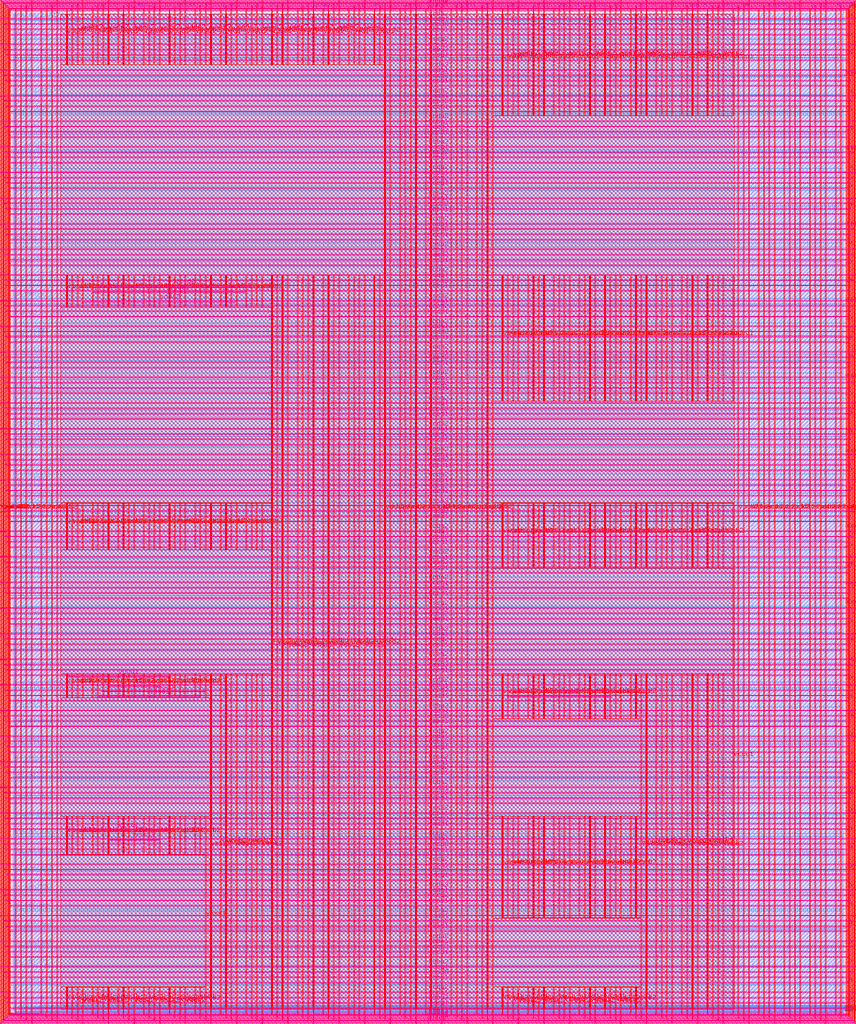
<source format=lef>
VERSION 5.7 ;
  NOWIREEXTENSIONATPIN ON ;
  DIVIDERCHAR "/" ;
  BUSBITCHARS "[]" ;
MACRO user_project_wrapper
  CLASS BLOCK ;
  FOREIGN user_project_wrapper ;
  ORIGIN 0.000 0.000 ;
  SIZE 2920.000 BY 3520.000 ;
  PIN analog_io[0]
    DIRECTION INOUT ;
    USE SIGNAL ;
    PORT
      LAYER met3 ;
        RECT 2917.600 1426.380 2924.800 1427.580 ;
    END
  END analog_io[0]
  PIN analog_io[10]
    DIRECTION INOUT ;
    USE SIGNAL ;
    PORT
      LAYER met2 ;
        RECT 2230.490 3517.600 2231.050 3524.800 ;
    END
  END analog_io[10]
  PIN analog_io[11]
    DIRECTION INOUT ;
    USE SIGNAL ;
    PORT
      LAYER met2 ;
        RECT 1905.730 3517.600 1906.290 3524.800 ;
    END
  END analog_io[11]
  PIN analog_io[12]
    DIRECTION INOUT ;
    USE SIGNAL ;
    PORT
      LAYER met2 ;
        RECT 1581.430 3517.600 1581.990 3524.800 ;
    END
  END analog_io[12]
  PIN analog_io[13]
    DIRECTION INOUT ;
    USE SIGNAL ;
    PORT
      LAYER met2 ;
        RECT 1257.130 3517.600 1257.690 3524.800 ;
    END
  END analog_io[13]
  PIN analog_io[14]
    DIRECTION INOUT ;
    USE SIGNAL ;
    PORT
      LAYER met2 ;
        RECT 932.370 3517.600 932.930 3524.800 ;
    END
  END analog_io[14]
  PIN analog_io[15]
    DIRECTION INOUT ;
    USE SIGNAL ;
    PORT
      LAYER met2 ;
        RECT 608.070 3517.600 608.630 3524.800 ;
    END
  END analog_io[15]
  PIN analog_io[16]
    DIRECTION INOUT ;
    USE SIGNAL ;
    PORT
      LAYER met2 ;
        RECT 283.770 3517.600 284.330 3524.800 ;
    END
  END analog_io[16]
  PIN analog_io[17]
    DIRECTION INOUT ;
    USE SIGNAL ;
    PORT
      LAYER met3 ;
        RECT -4.800 3486.100 2.400 3487.300 ;
    END
  END analog_io[17]
  PIN analog_io[18]
    DIRECTION INOUT ;
    USE SIGNAL ;
    PORT
      LAYER met3 ;
        RECT -4.800 3224.980 2.400 3226.180 ;
    END
  END analog_io[18]
  PIN analog_io[19]
    DIRECTION INOUT ;
    USE SIGNAL ;
    PORT
      LAYER met3 ;
        RECT -4.800 2964.540 2.400 2965.740 ;
    END
  END analog_io[19]
  PIN analog_io[1]
    DIRECTION INOUT ;
    USE SIGNAL ;
    PORT
      LAYER met3 ;
        RECT 2917.600 1692.260 2924.800 1693.460 ;
    END
  END analog_io[1]
  PIN analog_io[20]
    DIRECTION INOUT ;
    USE SIGNAL ;
    PORT
      LAYER met3 ;
        RECT -4.800 2703.420 2.400 2704.620 ;
    END
  END analog_io[20]
  PIN analog_io[21]
    DIRECTION INOUT ;
    USE SIGNAL ;
    PORT
      LAYER met3 ;
        RECT -4.800 2442.980 2.400 2444.180 ;
    END
  END analog_io[21]
  PIN analog_io[22]
    DIRECTION INOUT ;
    USE SIGNAL ;
    PORT
      LAYER met3 ;
        RECT -4.800 2182.540 2.400 2183.740 ;
    END
  END analog_io[22]
  PIN analog_io[23]
    DIRECTION INOUT ;
    USE SIGNAL ;
    PORT
      LAYER met3 ;
        RECT -4.800 1921.420 2.400 1922.620 ;
    END
  END analog_io[23]
  PIN analog_io[24]
    DIRECTION INOUT ;
    USE SIGNAL ;
    PORT
      LAYER met3 ;
        RECT -4.800 1660.980 2.400 1662.180 ;
    END
  END analog_io[24]
  PIN analog_io[25]
    DIRECTION INOUT ;
    USE SIGNAL ;
    PORT
      LAYER met3 ;
        RECT -4.800 1399.860 2.400 1401.060 ;
    END
  END analog_io[25]
  PIN analog_io[26]
    DIRECTION INOUT ;
    USE SIGNAL ;
    PORT
      LAYER met3 ;
        RECT -4.800 1139.420 2.400 1140.620 ;
    END
  END analog_io[26]
  PIN analog_io[27]
    DIRECTION INOUT ;
    USE SIGNAL ;
    PORT
      LAYER met3 ;
        RECT -4.800 878.980 2.400 880.180 ;
    END
  END analog_io[27]
  PIN analog_io[28]
    DIRECTION INOUT ;
    USE SIGNAL ;
    PORT
      LAYER met3 ;
        RECT -4.800 617.860 2.400 619.060 ;
    END
  END analog_io[28]
  PIN analog_io[2]
    DIRECTION INOUT ;
    USE SIGNAL ;
    PORT
      LAYER met3 ;
        RECT 2917.600 1958.140 2924.800 1959.340 ;
    END
  END analog_io[2]
  PIN analog_io[3]
    DIRECTION INOUT ;
    USE SIGNAL ;
    PORT
      LAYER met3 ;
        RECT 2917.600 2223.340 2924.800 2224.540 ;
    END
  END analog_io[3]
  PIN analog_io[4]
    DIRECTION INOUT ;
    USE SIGNAL ;
    PORT
      LAYER met3 ;
        RECT 2917.600 2489.220 2924.800 2490.420 ;
    END
  END analog_io[4]
  PIN analog_io[5]
    DIRECTION INOUT ;
    USE SIGNAL ;
    PORT
      LAYER met3 ;
        RECT 2917.600 2755.100 2924.800 2756.300 ;
    END
  END analog_io[5]
  PIN analog_io[6]
    DIRECTION INOUT ;
    USE SIGNAL ;
    PORT
      LAYER met3 ;
        RECT 2917.600 3020.300 2924.800 3021.500 ;
    END
  END analog_io[6]
  PIN analog_io[7]
    DIRECTION INOUT ;
    USE SIGNAL ;
    PORT
      LAYER met3 ;
        RECT 2917.600 3286.180 2924.800 3287.380 ;
    END
  END analog_io[7]
  PIN analog_io[8]
    DIRECTION INOUT ;
    USE SIGNAL ;
    PORT
      LAYER met2 ;
        RECT 2879.090 3517.600 2879.650 3524.800 ;
    END
  END analog_io[8]
  PIN analog_io[9]
    DIRECTION INOUT ;
    USE SIGNAL ;
    PORT
      LAYER met2 ;
        RECT 2554.790 3517.600 2555.350 3524.800 ;
    END
  END analog_io[9]
  PIN io_in[0]
    DIRECTION INPUT ;
    USE SIGNAL ;
    PORT
      LAYER met3 ;
        RECT 2917.600 32.380 2924.800 33.580 ;
    END
  END io_in[0]
  PIN io_in[10]
    DIRECTION INPUT ;
    USE SIGNAL ;
    PORT
      LAYER met3 ;
        RECT 2917.600 2289.980 2924.800 2291.180 ;
    END
  END io_in[10]
  PIN io_in[11]
    DIRECTION INPUT ;
    USE SIGNAL ;
    PORT
      LAYER met3 ;
        RECT 2917.600 2555.860 2924.800 2557.060 ;
    END
  END io_in[11]
  PIN io_in[12]
    DIRECTION INPUT ;
    USE SIGNAL ;
    PORT
      LAYER met3 ;
        RECT 2917.600 2821.060 2924.800 2822.260 ;
    END
  END io_in[12]
  PIN io_in[13]
    DIRECTION INPUT ;
    USE SIGNAL ;
    PORT
      LAYER met3 ;
        RECT 2917.600 3086.940 2924.800 3088.140 ;
    END
  END io_in[13]
  PIN io_in[14]
    DIRECTION INPUT ;
    USE SIGNAL ;
    PORT
      LAYER met3 ;
        RECT 2917.600 3352.820 2924.800 3354.020 ;
    END
  END io_in[14]
  PIN io_in[15]
    DIRECTION INPUT ;
    USE SIGNAL ;
    PORT
      LAYER met2 ;
        RECT 2798.130 3517.600 2798.690 3524.800 ;
    END
  END io_in[15]
  PIN io_in[16]
    DIRECTION INPUT ;
    USE SIGNAL ;
    PORT
      LAYER met2 ;
        RECT 2473.830 3517.600 2474.390 3524.800 ;
    END
  END io_in[16]
  PIN io_in[17]
    DIRECTION INPUT ;
    USE SIGNAL ;
    PORT
      LAYER met2 ;
        RECT 2149.070 3517.600 2149.630 3524.800 ;
    END
  END io_in[17]
  PIN io_in[18]
    DIRECTION INPUT ;
    USE SIGNAL ;
    PORT
      LAYER met2 ;
        RECT 1824.770 3517.600 1825.330 3524.800 ;
    END
  END io_in[18]
  PIN io_in[19]
    DIRECTION INPUT ;
    USE SIGNAL ;
    PORT
      LAYER met2 ;
        RECT 1500.470 3517.600 1501.030 3524.800 ;
    END
  END io_in[19]
  PIN io_in[1]
    DIRECTION INPUT ;
    USE SIGNAL ;
    PORT
      LAYER met3 ;
        RECT 2917.600 230.940 2924.800 232.140 ;
    END
  END io_in[1]
  PIN io_in[20]
    DIRECTION INPUT ;
    USE SIGNAL ;
    PORT
      LAYER met2 ;
        RECT 1175.710 3517.600 1176.270 3524.800 ;
    END
  END io_in[20]
  PIN io_in[21]
    DIRECTION INPUT ;
    USE SIGNAL ;
    PORT
      LAYER met2 ;
        RECT 851.410 3517.600 851.970 3524.800 ;
    END
  END io_in[21]
  PIN io_in[22]
    DIRECTION INPUT ;
    USE SIGNAL ;
    PORT
      LAYER met2 ;
        RECT 527.110 3517.600 527.670 3524.800 ;
    END
  END io_in[22]
  PIN io_in[23]
    DIRECTION INPUT ;
    USE SIGNAL ;
    PORT
      LAYER met2 ;
        RECT 202.350 3517.600 202.910 3524.800 ;
    END
  END io_in[23]
  PIN io_in[24]
    DIRECTION INPUT ;
    USE SIGNAL ;
    PORT
      LAYER met3 ;
        RECT -4.800 3420.820 2.400 3422.020 ;
    END
  END io_in[24]
  PIN io_in[25]
    DIRECTION INPUT ;
    USE SIGNAL ;
    PORT
      LAYER met3 ;
        RECT -4.800 3159.700 2.400 3160.900 ;
    END
  END io_in[25]
  PIN io_in[26]
    DIRECTION INPUT ;
    USE SIGNAL ;
    PORT
      LAYER met3 ;
        RECT -4.800 2899.260 2.400 2900.460 ;
    END
  END io_in[26]
  PIN io_in[27]
    DIRECTION INPUT ;
    USE SIGNAL ;
    PORT
      LAYER met3 ;
        RECT -4.800 2638.820 2.400 2640.020 ;
    END
  END io_in[27]
  PIN io_in[28]
    DIRECTION INPUT ;
    USE SIGNAL ;
    PORT
      LAYER met3 ;
        RECT -4.800 2377.700 2.400 2378.900 ;
    END
  END io_in[28]
  PIN io_in[29]
    DIRECTION INPUT ;
    USE SIGNAL ;
    PORT
      LAYER met3 ;
        RECT -4.800 2117.260 2.400 2118.460 ;
    END
  END io_in[29]
  PIN io_in[2]
    DIRECTION INPUT ;
    USE SIGNAL ;
    PORT
      LAYER met3 ;
        RECT 2917.600 430.180 2924.800 431.380 ;
    END
  END io_in[2]
  PIN io_in[30]
    DIRECTION INPUT ;
    USE SIGNAL ;
    PORT
      LAYER met3 ;
        RECT -4.800 1856.140 2.400 1857.340 ;
    END
  END io_in[30]
  PIN io_in[31]
    DIRECTION INPUT ;
    USE SIGNAL ;
    PORT
      LAYER met3 ;
        RECT -4.800 1595.700 2.400 1596.900 ;
    END
  END io_in[31]
  PIN io_in[32]
    DIRECTION INPUT ;
    USE SIGNAL ;
    PORT
      LAYER met3 ;
        RECT -4.800 1335.260 2.400 1336.460 ;
    END
  END io_in[32]
  PIN io_in[33]
    DIRECTION INPUT ;
    USE SIGNAL ;
    PORT
      LAYER met3 ;
        RECT -4.800 1074.140 2.400 1075.340 ;
    END
  END io_in[33]
  PIN io_in[34]
    DIRECTION INPUT ;
    USE SIGNAL ;
    PORT
      LAYER met3 ;
        RECT -4.800 813.700 2.400 814.900 ;
    END
  END io_in[34]
  PIN io_in[35]
    DIRECTION INPUT ;
    USE SIGNAL ;
    PORT
      LAYER met3 ;
        RECT -4.800 552.580 2.400 553.780 ;
    END
  END io_in[35]
  PIN io_in[36]
    DIRECTION INPUT ;
    USE SIGNAL ;
    PORT
      LAYER met3 ;
        RECT -4.800 357.420 2.400 358.620 ;
    END
  END io_in[36]
  PIN io_in[37]
    DIRECTION INPUT ;
    USE SIGNAL ;
    PORT
      LAYER met3 ;
        RECT -4.800 161.580 2.400 162.780 ;
    END
  END io_in[37]
  PIN io_in[3]
    DIRECTION INPUT ;
    USE SIGNAL ;
    PORT
      LAYER met3 ;
        RECT 2917.600 629.420 2924.800 630.620 ;
    END
  END io_in[3]
  PIN io_in[4]
    DIRECTION INPUT ;
    USE SIGNAL ;
    PORT
      LAYER met3 ;
        RECT 2917.600 828.660 2924.800 829.860 ;
    END
  END io_in[4]
  PIN io_in[5]
    DIRECTION INPUT ;
    USE SIGNAL ;
    PORT
      LAYER met3 ;
        RECT 2917.600 1027.900 2924.800 1029.100 ;
    END
  END io_in[5]
  PIN io_in[6]
    DIRECTION INPUT ;
    USE SIGNAL ;
    PORT
      LAYER met3 ;
        RECT 2917.600 1227.140 2924.800 1228.340 ;
    END
  END io_in[6]
  PIN io_in[7]
    DIRECTION INPUT ;
    USE SIGNAL ;
    PORT
      LAYER met3 ;
        RECT 2917.600 1493.020 2924.800 1494.220 ;
    END
  END io_in[7]
  PIN io_in[8]
    DIRECTION INPUT ;
    USE SIGNAL ;
    PORT
      LAYER met3 ;
        RECT 2917.600 1758.900 2924.800 1760.100 ;
    END
  END io_in[8]
  PIN io_in[9]
    DIRECTION INPUT ;
    USE SIGNAL ;
    PORT
      LAYER met3 ;
        RECT 2917.600 2024.100 2924.800 2025.300 ;
    END
  END io_in[9]
  PIN io_oeb[0]
    DIRECTION OUTPUT TRISTATE ;
    USE SIGNAL ;
    PORT
      LAYER met3 ;
        RECT 2917.600 164.980 2924.800 166.180 ;
    END
  END io_oeb[0]
  PIN io_oeb[10]
    DIRECTION OUTPUT TRISTATE ;
    USE SIGNAL ;
    PORT
      LAYER met3 ;
        RECT 2917.600 2422.580 2924.800 2423.780 ;
    END
  END io_oeb[10]
  PIN io_oeb[11]
    DIRECTION OUTPUT TRISTATE ;
    USE SIGNAL ;
    PORT
      LAYER met3 ;
        RECT 2917.600 2688.460 2924.800 2689.660 ;
    END
  END io_oeb[11]
  PIN io_oeb[12]
    DIRECTION OUTPUT TRISTATE ;
    USE SIGNAL ;
    PORT
      LAYER met3 ;
        RECT 2917.600 2954.340 2924.800 2955.540 ;
    END
  END io_oeb[12]
  PIN io_oeb[13]
    DIRECTION OUTPUT TRISTATE ;
    USE SIGNAL ;
    PORT
      LAYER met3 ;
        RECT 2917.600 3219.540 2924.800 3220.740 ;
    END
  END io_oeb[13]
  PIN io_oeb[14]
    DIRECTION OUTPUT TRISTATE ;
    USE SIGNAL ;
    PORT
      LAYER met3 ;
        RECT 2917.600 3485.420 2924.800 3486.620 ;
    END
  END io_oeb[14]
  PIN io_oeb[15]
    DIRECTION OUTPUT TRISTATE ;
    USE SIGNAL ;
    PORT
      LAYER met2 ;
        RECT 2635.750 3517.600 2636.310 3524.800 ;
    END
  END io_oeb[15]
  PIN io_oeb[16]
    DIRECTION OUTPUT TRISTATE ;
    USE SIGNAL ;
    PORT
      LAYER met2 ;
        RECT 2311.450 3517.600 2312.010 3524.800 ;
    END
  END io_oeb[16]
  PIN io_oeb[17]
    DIRECTION OUTPUT TRISTATE ;
    USE SIGNAL ;
    PORT
      LAYER met2 ;
        RECT 1987.150 3517.600 1987.710 3524.800 ;
    END
  END io_oeb[17]
  PIN io_oeb[18]
    DIRECTION OUTPUT TRISTATE ;
    USE SIGNAL ;
    PORT
      LAYER met2 ;
        RECT 1662.390 3517.600 1662.950 3524.800 ;
    END
  END io_oeb[18]
  PIN io_oeb[19]
    DIRECTION OUTPUT TRISTATE ;
    USE SIGNAL ;
    PORT
      LAYER met2 ;
        RECT 1338.090 3517.600 1338.650 3524.800 ;
    END
  END io_oeb[19]
  PIN io_oeb[1]
    DIRECTION OUTPUT TRISTATE ;
    USE SIGNAL ;
    PORT
      LAYER met3 ;
        RECT 2917.600 364.220 2924.800 365.420 ;
    END
  END io_oeb[1]
  PIN io_oeb[20]
    DIRECTION OUTPUT TRISTATE ;
    USE SIGNAL ;
    PORT
      LAYER met2 ;
        RECT 1013.790 3517.600 1014.350 3524.800 ;
    END
  END io_oeb[20]
  PIN io_oeb[21]
    DIRECTION OUTPUT TRISTATE ;
    USE SIGNAL ;
    PORT
      LAYER met2 ;
        RECT 689.030 3517.600 689.590 3524.800 ;
    END
  END io_oeb[21]
  PIN io_oeb[22]
    DIRECTION OUTPUT TRISTATE ;
    USE SIGNAL ;
    PORT
      LAYER met2 ;
        RECT 364.730 3517.600 365.290 3524.800 ;
    END
  END io_oeb[22]
  PIN io_oeb[23]
    DIRECTION OUTPUT TRISTATE ;
    USE SIGNAL ;
    PORT
      LAYER met2 ;
        RECT 40.430 3517.600 40.990 3524.800 ;
    END
  END io_oeb[23]
  PIN io_oeb[24]
    DIRECTION OUTPUT TRISTATE ;
    USE SIGNAL ;
    PORT
      LAYER met3 ;
        RECT -4.800 3290.260 2.400 3291.460 ;
    END
  END io_oeb[24]
  PIN io_oeb[25]
    DIRECTION OUTPUT TRISTATE ;
    USE SIGNAL ;
    PORT
      LAYER met3 ;
        RECT -4.800 3029.820 2.400 3031.020 ;
    END
  END io_oeb[25]
  PIN io_oeb[26]
    DIRECTION OUTPUT TRISTATE ;
    USE SIGNAL ;
    PORT
      LAYER met3 ;
        RECT -4.800 2768.700 2.400 2769.900 ;
    END
  END io_oeb[26]
  PIN io_oeb[27]
    DIRECTION OUTPUT TRISTATE ;
    USE SIGNAL ;
    PORT
      LAYER met3 ;
        RECT -4.800 2508.260 2.400 2509.460 ;
    END
  END io_oeb[27]
  PIN io_oeb[28]
    DIRECTION OUTPUT TRISTATE ;
    USE SIGNAL ;
    PORT
      LAYER met3 ;
        RECT -4.800 2247.140 2.400 2248.340 ;
    END
  END io_oeb[28]
  PIN io_oeb[29]
    DIRECTION OUTPUT TRISTATE ;
    USE SIGNAL ;
    PORT
      LAYER met3 ;
        RECT -4.800 1986.700 2.400 1987.900 ;
    END
  END io_oeb[29]
  PIN io_oeb[2]
    DIRECTION OUTPUT TRISTATE ;
    USE SIGNAL ;
    PORT
      LAYER met3 ;
        RECT 2917.600 563.460 2924.800 564.660 ;
    END
  END io_oeb[2]
  PIN io_oeb[30]
    DIRECTION OUTPUT TRISTATE ;
    USE SIGNAL ;
    PORT
      LAYER met3 ;
        RECT -4.800 1726.260 2.400 1727.460 ;
    END
  END io_oeb[30]
  PIN io_oeb[31]
    DIRECTION OUTPUT TRISTATE ;
    USE SIGNAL ;
    PORT
      LAYER met3 ;
        RECT -4.800 1465.140 2.400 1466.340 ;
    END
  END io_oeb[31]
  PIN io_oeb[32]
    DIRECTION OUTPUT TRISTATE ;
    USE SIGNAL ;
    PORT
      LAYER met3 ;
        RECT -4.800 1204.700 2.400 1205.900 ;
    END
  END io_oeb[32]
  PIN io_oeb[33]
    DIRECTION OUTPUT TRISTATE ;
    USE SIGNAL ;
    PORT
      LAYER met3 ;
        RECT -4.800 943.580 2.400 944.780 ;
    END
  END io_oeb[33]
  PIN io_oeb[34]
    DIRECTION OUTPUT TRISTATE ;
    USE SIGNAL ;
    PORT
      LAYER met3 ;
        RECT -4.800 683.140 2.400 684.340 ;
    END
  END io_oeb[34]
  PIN io_oeb[35]
    DIRECTION OUTPUT TRISTATE ;
    USE SIGNAL ;
    PORT
      LAYER met3 ;
        RECT -4.800 422.700 2.400 423.900 ;
    END
  END io_oeb[35]
  PIN io_oeb[36]
    DIRECTION OUTPUT TRISTATE ;
    USE SIGNAL ;
    PORT
      LAYER met3 ;
        RECT -4.800 226.860 2.400 228.060 ;
    END
  END io_oeb[36]
  PIN io_oeb[37]
    DIRECTION OUTPUT TRISTATE ;
    USE SIGNAL ;
    PORT
      LAYER met3 ;
        RECT -4.800 31.700 2.400 32.900 ;
    END
  END io_oeb[37]
  PIN io_oeb[3]
    DIRECTION OUTPUT TRISTATE ;
    USE SIGNAL ;
    PORT
      LAYER met3 ;
        RECT 2917.600 762.700 2924.800 763.900 ;
    END
  END io_oeb[3]
  PIN io_oeb[4]
    DIRECTION OUTPUT TRISTATE ;
    USE SIGNAL ;
    PORT
      LAYER met3 ;
        RECT 2917.600 961.940 2924.800 963.140 ;
    END
  END io_oeb[4]
  PIN io_oeb[5]
    DIRECTION OUTPUT TRISTATE ;
    USE SIGNAL ;
    PORT
      LAYER met3 ;
        RECT 2917.600 1161.180 2924.800 1162.380 ;
    END
  END io_oeb[5]
  PIN io_oeb[6]
    DIRECTION OUTPUT TRISTATE ;
    USE SIGNAL ;
    PORT
      LAYER met3 ;
        RECT 2917.600 1360.420 2924.800 1361.620 ;
    END
  END io_oeb[6]
  PIN io_oeb[7]
    DIRECTION OUTPUT TRISTATE ;
    USE SIGNAL ;
    PORT
      LAYER met3 ;
        RECT 2917.600 1625.620 2924.800 1626.820 ;
    END
  END io_oeb[7]
  PIN io_oeb[8]
    DIRECTION OUTPUT TRISTATE ;
    USE SIGNAL ;
    PORT
      LAYER met3 ;
        RECT 2917.600 1891.500 2924.800 1892.700 ;
    END
  END io_oeb[8]
  PIN io_oeb[9]
    DIRECTION OUTPUT TRISTATE ;
    USE SIGNAL ;
    PORT
      LAYER met3 ;
        RECT 2917.600 2157.380 2924.800 2158.580 ;
    END
  END io_oeb[9]
  PIN io_out[0]
    DIRECTION OUTPUT TRISTATE ;
    USE SIGNAL ;
    PORT
      LAYER met3 ;
        RECT 2917.600 98.340 2924.800 99.540 ;
    END
  END io_out[0]
  PIN io_out[10]
    DIRECTION OUTPUT TRISTATE ;
    USE SIGNAL ;
    PORT
      LAYER met3 ;
        RECT 2917.600 2356.620 2924.800 2357.820 ;
    END
  END io_out[10]
  PIN io_out[11]
    DIRECTION OUTPUT TRISTATE ;
    USE SIGNAL ;
    PORT
      LAYER met3 ;
        RECT 2917.600 2621.820 2924.800 2623.020 ;
    END
  END io_out[11]
  PIN io_out[12]
    DIRECTION OUTPUT TRISTATE ;
    USE SIGNAL ;
    PORT
      LAYER met3 ;
        RECT 2917.600 2887.700 2924.800 2888.900 ;
    END
  END io_out[12]
  PIN io_out[13]
    DIRECTION OUTPUT TRISTATE ;
    USE SIGNAL ;
    PORT
      LAYER met3 ;
        RECT 2917.600 3153.580 2924.800 3154.780 ;
    END
  END io_out[13]
  PIN io_out[14]
    DIRECTION OUTPUT TRISTATE ;
    USE SIGNAL ;
    PORT
      LAYER met3 ;
        RECT 2917.600 3418.780 2924.800 3419.980 ;
    END
  END io_out[14]
  PIN io_out[15]
    DIRECTION OUTPUT TRISTATE ;
    USE SIGNAL ;
    PORT
      LAYER met2 ;
        RECT 2717.170 3517.600 2717.730 3524.800 ;
    END
  END io_out[15]
  PIN io_out[16]
    DIRECTION OUTPUT TRISTATE ;
    USE SIGNAL ;
    PORT
      LAYER met2 ;
        RECT 2392.410 3517.600 2392.970 3524.800 ;
    END
  END io_out[16]
  PIN io_out[17]
    DIRECTION OUTPUT TRISTATE ;
    USE SIGNAL ;
    PORT
      LAYER met2 ;
        RECT 2068.110 3517.600 2068.670 3524.800 ;
    END
  END io_out[17]
  PIN io_out[18]
    DIRECTION OUTPUT TRISTATE ;
    USE SIGNAL ;
    PORT
      LAYER met2 ;
        RECT 1743.810 3517.600 1744.370 3524.800 ;
    END
  END io_out[18]
  PIN io_out[19]
    DIRECTION OUTPUT TRISTATE ;
    USE SIGNAL ;
    PORT
      LAYER met2 ;
        RECT 1419.050 3517.600 1419.610 3524.800 ;
    END
  END io_out[19]
  PIN io_out[1]
    DIRECTION OUTPUT TRISTATE ;
    USE SIGNAL ;
    PORT
      LAYER met3 ;
        RECT 2917.600 297.580 2924.800 298.780 ;
    END
  END io_out[1]
  PIN io_out[20]
    DIRECTION OUTPUT TRISTATE ;
    USE SIGNAL ;
    PORT
      LAYER met2 ;
        RECT 1094.750 3517.600 1095.310 3524.800 ;
    END
  END io_out[20]
  PIN io_out[21]
    DIRECTION OUTPUT TRISTATE ;
    USE SIGNAL ;
    PORT
      LAYER met2 ;
        RECT 770.450 3517.600 771.010 3524.800 ;
    END
  END io_out[21]
  PIN io_out[22]
    DIRECTION OUTPUT TRISTATE ;
    USE SIGNAL ;
    PORT
      LAYER met2 ;
        RECT 445.690 3517.600 446.250 3524.800 ;
    END
  END io_out[22]
  PIN io_out[23]
    DIRECTION OUTPUT TRISTATE ;
    USE SIGNAL ;
    PORT
      LAYER met2 ;
        RECT 121.390 3517.600 121.950 3524.800 ;
    END
  END io_out[23]
  PIN io_out[24]
    DIRECTION OUTPUT TRISTATE ;
    USE SIGNAL ;
    PORT
      LAYER met3 ;
        RECT -4.800 3355.540 2.400 3356.740 ;
    END
  END io_out[24]
  PIN io_out[25]
    DIRECTION OUTPUT TRISTATE ;
    USE SIGNAL ;
    PORT
      LAYER met3 ;
        RECT -4.800 3095.100 2.400 3096.300 ;
    END
  END io_out[25]
  PIN io_out[26]
    DIRECTION OUTPUT TRISTATE ;
    USE SIGNAL ;
    PORT
      LAYER met3 ;
        RECT -4.800 2833.980 2.400 2835.180 ;
    END
  END io_out[26]
  PIN io_out[27]
    DIRECTION OUTPUT TRISTATE ;
    USE SIGNAL ;
    PORT
      LAYER met3 ;
        RECT -4.800 2573.540 2.400 2574.740 ;
    END
  END io_out[27]
  PIN io_out[28]
    DIRECTION OUTPUT TRISTATE ;
    USE SIGNAL ;
    PORT
      LAYER met3 ;
        RECT -4.800 2312.420 2.400 2313.620 ;
    END
  END io_out[28]
  PIN io_out[29]
    DIRECTION OUTPUT TRISTATE ;
    USE SIGNAL ;
    PORT
      LAYER met3 ;
        RECT -4.800 2051.980 2.400 2053.180 ;
    END
  END io_out[29]
  PIN io_out[2]
    DIRECTION OUTPUT TRISTATE ;
    USE SIGNAL ;
    PORT
      LAYER met3 ;
        RECT 2917.600 496.820 2924.800 498.020 ;
    END
  END io_out[2]
  PIN io_out[30]
    DIRECTION OUTPUT TRISTATE ;
    USE SIGNAL ;
    PORT
      LAYER met3 ;
        RECT -4.800 1791.540 2.400 1792.740 ;
    END
  END io_out[30]
  PIN io_out[31]
    DIRECTION OUTPUT TRISTATE ;
    USE SIGNAL ;
    PORT
      LAYER met3 ;
        RECT -4.800 1530.420 2.400 1531.620 ;
    END
  END io_out[31]
  PIN io_out[32]
    DIRECTION OUTPUT TRISTATE ;
    USE SIGNAL ;
    PORT
      LAYER met3 ;
        RECT -4.800 1269.980 2.400 1271.180 ;
    END
  END io_out[32]
  PIN io_out[33]
    DIRECTION OUTPUT TRISTATE ;
    USE SIGNAL ;
    PORT
      LAYER met3 ;
        RECT -4.800 1008.860 2.400 1010.060 ;
    END
  END io_out[33]
  PIN io_out[34]
    DIRECTION OUTPUT TRISTATE ;
    USE SIGNAL ;
    PORT
      LAYER met3 ;
        RECT -4.800 748.420 2.400 749.620 ;
    END
  END io_out[34]
  PIN io_out[35]
    DIRECTION OUTPUT TRISTATE ;
    USE SIGNAL ;
    PORT
      LAYER met3 ;
        RECT -4.800 487.300 2.400 488.500 ;
    END
  END io_out[35]
  PIN io_out[36]
    DIRECTION OUTPUT TRISTATE ;
    USE SIGNAL ;
    PORT
      LAYER met3 ;
        RECT -4.800 292.140 2.400 293.340 ;
    END
  END io_out[36]
  PIN io_out[37]
    DIRECTION OUTPUT TRISTATE ;
    USE SIGNAL ;
    PORT
      LAYER met3 ;
        RECT -4.800 96.300 2.400 97.500 ;
    END
  END io_out[37]
  PIN io_out[3]
    DIRECTION OUTPUT TRISTATE ;
    USE SIGNAL ;
    PORT
      LAYER met3 ;
        RECT 2917.600 696.060 2924.800 697.260 ;
    END
  END io_out[3]
  PIN io_out[4]
    DIRECTION OUTPUT TRISTATE ;
    USE SIGNAL ;
    PORT
      LAYER met3 ;
        RECT 2917.600 895.300 2924.800 896.500 ;
    END
  END io_out[4]
  PIN io_out[5]
    DIRECTION OUTPUT TRISTATE ;
    USE SIGNAL ;
    PORT
      LAYER met3 ;
        RECT 2917.600 1094.540 2924.800 1095.740 ;
    END
  END io_out[5]
  PIN io_out[6]
    DIRECTION OUTPUT TRISTATE ;
    USE SIGNAL ;
    PORT
      LAYER met3 ;
        RECT 2917.600 1293.780 2924.800 1294.980 ;
    END
  END io_out[6]
  PIN io_out[7]
    DIRECTION OUTPUT TRISTATE ;
    USE SIGNAL ;
    PORT
      LAYER met3 ;
        RECT 2917.600 1559.660 2924.800 1560.860 ;
    END
  END io_out[7]
  PIN io_out[8]
    DIRECTION OUTPUT TRISTATE ;
    USE SIGNAL ;
    PORT
      LAYER met3 ;
        RECT 2917.600 1824.860 2924.800 1826.060 ;
    END
  END io_out[8]
  PIN io_out[9]
    DIRECTION OUTPUT TRISTATE ;
    USE SIGNAL ;
    PORT
      LAYER met3 ;
        RECT 2917.600 2090.740 2924.800 2091.940 ;
    END
  END io_out[9]
  PIN la_data_in[0]
    DIRECTION INPUT ;
    USE SIGNAL ;
    PORT
      LAYER met2 ;
        RECT 629.230 -4.800 629.790 2.400 ;
    END
  END la_data_in[0]
  PIN la_data_in[100]
    DIRECTION INPUT ;
    USE SIGNAL ;
    PORT
      LAYER met2 ;
        RECT 2402.530 -4.800 2403.090 2.400 ;
    END
  END la_data_in[100]
  PIN la_data_in[101]
    DIRECTION INPUT ;
    USE SIGNAL ;
    PORT
      LAYER met2 ;
        RECT 2420.010 -4.800 2420.570 2.400 ;
    END
  END la_data_in[101]
  PIN la_data_in[102]
    DIRECTION INPUT ;
    USE SIGNAL ;
    PORT
      LAYER met2 ;
        RECT 2437.950 -4.800 2438.510 2.400 ;
    END
  END la_data_in[102]
  PIN la_data_in[103]
    DIRECTION INPUT ;
    USE SIGNAL ;
    PORT
      LAYER met2 ;
        RECT 2455.430 -4.800 2455.990 2.400 ;
    END
  END la_data_in[103]
  PIN la_data_in[104]
    DIRECTION INPUT ;
    USE SIGNAL ;
    PORT
      LAYER met2 ;
        RECT 2473.370 -4.800 2473.930 2.400 ;
    END
  END la_data_in[104]
  PIN la_data_in[105]
    DIRECTION INPUT ;
    USE SIGNAL ;
    PORT
      LAYER met2 ;
        RECT 2490.850 -4.800 2491.410 2.400 ;
    END
  END la_data_in[105]
  PIN la_data_in[106]
    DIRECTION INPUT ;
    USE SIGNAL ;
    PORT
      LAYER met2 ;
        RECT 2508.790 -4.800 2509.350 2.400 ;
    END
  END la_data_in[106]
  PIN la_data_in[107]
    DIRECTION INPUT ;
    USE SIGNAL ;
    PORT
      LAYER met2 ;
        RECT 2526.730 -4.800 2527.290 2.400 ;
    END
  END la_data_in[107]
  PIN la_data_in[108]
    DIRECTION INPUT ;
    USE SIGNAL ;
    PORT
      LAYER met2 ;
        RECT 2544.210 -4.800 2544.770 2.400 ;
    END
  END la_data_in[108]
  PIN la_data_in[109]
    DIRECTION INPUT ;
    USE SIGNAL ;
    PORT
      LAYER met2 ;
        RECT 2562.150 -4.800 2562.710 2.400 ;
    END
  END la_data_in[109]
  PIN la_data_in[10]
    DIRECTION INPUT ;
    USE SIGNAL ;
    PORT
      LAYER met2 ;
        RECT 806.330 -4.800 806.890 2.400 ;
    END
  END la_data_in[10]
  PIN la_data_in[110]
    DIRECTION INPUT ;
    USE SIGNAL ;
    PORT
      LAYER met2 ;
        RECT 2579.630 -4.800 2580.190 2.400 ;
    END
  END la_data_in[110]
  PIN la_data_in[111]
    DIRECTION INPUT ;
    USE SIGNAL ;
    PORT
      LAYER met2 ;
        RECT 2597.570 -4.800 2598.130 2.400 ;
    END
  END la_data_in[111]
  PIN la_data_in[112]
    DIRECTION INPUT ;
    USE SIGNAL ;
    PORT
      LAYER met2 ;
        RECT 2615.050 -4.800 2615.610 2.400 ;
    END
  END la_data_in[112]
  PIN la_data_in[113]
    DIRECTION INPUT ;
    USE SIGNAL ;
    PORT
      LAYER met2 ;
        RECT 2632.990 -4.800 2633.550 2.400 ;
    END
  END la_data_in[113]
  PIN la_data_in[114]
    DIRECTION INPUT ;
    USE SIGNAL ;
    PORT
      LAYER met2 ;
        RECT 2650.470 -4.800 2651.030 2.400 ;
    END
  END la_data_in[114]
  PIN la_data_in[115]
    DIRECTION INPUT ;
    USE SIGNAL ;
    PORT
      LAYER met2 ;
        RECT 2668.410 -4.800 2668.970 2.400 ;
    END
  END la_data_in[115]
  PIN la_data_in[116]
    DIRECTION INPUT ;
    USE SIGNAL ;
    PORT
      LAYER met2 ;
        RECT 2685.890 -4.800 2686.450 2.400 ;
    END
  END la_data_in[116]
  PIN la_data_in[117]
    DIRECTION INPUT ;
    USE SIGNAL ;
    PORT
      LAYER met2 ;
        RECT 2703.830 -4.800 2704.390 2.400 ;
    END
  END la_data_in[117]
  PIN la_data_in[118]
    DIRECTION INPUT ;
    USE SIGNAL ;
    PORT
      LAYER met2 ;
        RECT 2721.770 -4.800 2722.330 2.400 ;
    END
  END la_data_in[118]
  PIN la_data_in[119]
    DIRECTION INPUT ;
    USE SIGNAL ;
    PORT
      LAYER met2 ;
        RECT 2739.250 -4.800 2739.810 2.400 ;
    END
  END la_data_in[119]
  PIN la_data_in[11]
    DIRECTION INPUT ;
    USE SIGNAL ;
    PORT
      LAYER met2 ;
        RECT 824.270 -4.800 824.830 2.400 ;
    END
  END la_data_in[11]
  PIN la_data_in[120]
    DIRECTION INPUT ;
    USE SIGNAL ;
    PORT
      LAYER met2 ;
        RECT 2757.190 -4.800 2757.750 2.400 ;
    END
  END la_data_in[120]
  PIN la_data_in[121]
    DIRECTION INPUT ;
    USE SIGNAL ;
    PORT
      LAYER met2 ;
        RECT 2774.670 -4.800 2775.230 2.400 ;
    END
  END la_data_in[121]
  PIN la_data_in[122]
    DIRECTION INPUT ;
    USE SIGNAL ;
    PORT
      LAYER met2 ;
        RECT 2792.610 -4.800 2793.170 2.400 ;
    END
  END la_data_in[122]
  PIN la_data_in[123]
    DIRECTION INPUT ;
    USE SIGNAL ;
    PORT
      LAYER met2 ;
        RECT 2810.090 -4.800 2810.650 2.400 ;
    END
  END la_data_in[123]
  PIN la_data_in[124]
    DIRECTION INPUT ;
    USE SIGNAL ;
    PORT
      LAYER met2 ;
        RECT 2828.030 -4.800 2828.590 2.400 ;
    END
  END la_data_in[124]
  PIN la_data_in[125]
    DIRECTION INPUT ;
    USE SIGNAL ;
    PORT
      LAYER met2 ;
        RECT 2845.510 -4.800 2846.070 2.400 ;
    END
  END la_data_in[125]
  PIN la_data_in[126]
    DIRECTION INPUT ;
    USE SIGNAL ;
    PORT
      LAYER met2 ;
        RECT 2863.450 -4.800 2864.010 2.400 ;
    END
  END la_data_in[126]
  PIN la_data_in[127]
    DIRECTION INPUT ;
    USE SIGNAL ;
    PORT
      LAYER met2 ;
        RECT 2881.390 -4.800 2881.950 2.400 ;
    END
  END la_data_in[127]
  PIN la_data_in[12]
    DIRECTION INPUT ;
    USE SIGNAL ;
    PORT
      LAYER met2 ;
        RECT 841.750 -4.800 842.310 2.400 ;
    END
  END la_data_in[12]
  PIN la_data_in[13]
    DIRECTION INPUT ;
    USE SIGNAL ;
    PORT
      LAYER met2 ;
        RECT 859.690 -4.800 860.250 2.400 ;
    END
  END la_data_in[13]
  PIN la_data_in[14]
    DIRECTION INPUT ;
    USE SIGNAL ;
    PORT
      LAYER met2 ;
        RECT 877.170 -4.800 877.730 2.400 ;
    END
  END la_data_in[14]
  PIN la_data_in[15]
    DIRECTION INPUT ;
    USE SIGNAL ;
    PORT
      LAYER met2 ;
        RECT 895.110 -4.800 895.670 2.400 ;
    END
  END la_data_in[15]
  PIN la_data_in[16]
    DIRECTION INPUT ;
    USE SIGNAL ;
    PORT
      LAYER met2 ;
        RECT 912.590 -4.800 913.150 2.400 ;
    END
  END la_data_in[16]
  PIN la_data_in[17]
    DIRECTION INPUT ;
    USE SIGNAL ;
    PORT
      LAYER met2 ;
        RECT 930.530 -4.800 931.090 2.400 ;
    END
  END la_data_in[17]
  PIN la_data_in[18]
    DIRECTION INPUT ;
    USE SIGNAL ;
    PORT
      LAYER met2 ;
        RECT 948.470 -4.800 949.030 2.400 ;
    END
  END la_data_in[18]
  PIN la_data_in[19]
    DIRECTION INPUT ;
    USE SIGNAL ;
    PORT
      LAYER met2 ;
        RECT 965.950 -4.800 966.510 2.400 ;
    END
  END la_data_in[19]
  PIN la_data_in[1]
    DIRECTION INPUT ;
    USE SIGNAL ;
    PORT
      LAYER met2 ;
        RECT 646.710 -4.800 647.270 2.400 ;
    END
  END la_data_in[1]
  PIN la_data_in[20]
    DIRECTION INPUT ;
    USE SIGNAL ;
    PORT
      LAYER met2 ;
        RECT 983.890 -4.800 984.450 2.400 ;
    END
  END la_data_in[20]
  PIN la_data_in[21]
    DIRECTION INPUT ;
    USE SIGNAL ;
    PORT
      LAYER met2 ;
        RECT 1001.370 -4.800 1001.930 2.400 ;
    END
  END la_data_in[21]
  PIN la_data_in[22]
    DIRECTION INPUT ;
    USE SIGNAL ;
    PORT
      LAYER met2 ;
        RECT 1019.310 -4.800 1019.870 2.400 ;
    END
  END la_data_in[22]
  PIN la_data_in[23]
    DIRECTION INPUT ;
    USE SIGNAL ;
    PORT
      LAYER met2 ;
        RECT 1036.790 -4.800 1037.350 2.400 ;
    END
  END la_data_in[23]
  PIN la_data_in[24]
    DIRECTION INPUT ;
    USE SIGNAL ;
    PORT
      LAYER met2 ;
        RECT 1054.730 -4.800 1055.290 2.400 ;
    END
  END la_data_in[24]
  PIN la_data_in[25]
    DIRECTION INPUT ;
    USE SIGNAL ;
    PORT
      LAYER met2 ;
        RECT 1072.210 -4.800 1072.770 2.400 ;
    END
  END la_data_in[25]
  PIN la_data_in[26]
    DIRECTION INPUT ;
    USE SIGNAL ;
    PORT
      LAYER met2 ;
        RECT 1090.150 -4.800 1090.710 2.400 ;
    END
  END la_data_in[26]
  PIN la_data_in[27]
    DIRECTION INPUT ;
    USE SIGNAL ;
    PORT
      LAYER met2 ;
        RECT 1107.630 -4.800 1108.190 2.400 ;
    END
  END la_data_in[27]
  PIN la_data_in[28]
    DIRECTION INPUT ;
    USE SIGNAL ;
    PORT
      LAYER met2 ;
        RECT 1125.570 -4.800 1126.130 2.400 ;
    END
  END la_data_in[28]
  PIN la_data_in[29]
    DIRECTION INPUT ;
    USE SIGNAL ;
    PORT
      LAYER met2 ;
        RECT 1143.510 -4.800 1144.070 2.400 ;
    END
  END la_data_in[29]
  PIN la_data_in[2]
    DIRECTION INPUT ;
    USE SIGNAL ;
    PORT
      LAYER met2 ;
        RECT 664.650 -4.800 665.210 2.400 ;
    END
  END la_data_in[2]
  PIN la_data_in[30]
    DIRECTION INPUT ;
    USE SIGNAL ;
    PORT
      LAYER met2 ;
        RECT 1160.990 -4.800 1161.550 2.400 ;
    END
  END la_data_in[30]
  PIN la_data_in[31]
    DIRECTION INPUT ;
    USE SIGNAL ;
    PORT
      LAYER met2 ;
        RECT 1178.930 -4.800 1179.490 2.400 ;
    END
  END la_data_in[31]
  PIN la_data_in[32]
    DIRECTION INPUT ;
    USE SIGNAL ;
    PORT
      LAYER met2 ;
        RECT 1196.410 -4.800 1196.970 2.400 ;
    END
  END la_data_in[32]
  PIN la_data_in[33]
    DIRECTION INPUT ;
    USE SIGNAL ;
    PORT
      LAYER met2 ;
        RECT 1214.350 -4.800 1214.910 2.400 ;
    END
  END la_data_in[33]
  PIN la_data_in[34]
    DIRECTION INPUT ;
    USE SIGNAL ;
    PORT
      LAYER met2 ;
        RECT 1231.830 -4.800 1232.390 2.400 ;
    END
  END la_data_in[34]
  PIN la_data_in[35]
    DIRECTION INPUT ;
    USE SIGNAL ;
    PORT
      LAYER met2 ;
        RECT 1249.770 -4.800 1250.330 2.400 ;
    END
  END la_data_in[35]
  PIN la_data_in[36]
    DIRECTION INPUT ;
    USE SIGNAL ;
    PORT
      LAYER met2 ;
        RECT 1267.250 -4.800 1267.810 2.400 ;
    END
  END la_data_in[36]
  PIN la_data_in[37]
    DIRECTION INPUT ;
    USE SIGNAL ;
    PORT
      LAYER met2 ;
        RECT 1285.190 -4.800 1285.750 2.400 ;
    END
  END la_data_in[37]
  PIN la_data_in[38]
    DIRECTION INPUT ;
    USE SIGNAL ;
    PORT
      LAYER met2 ;
        RECT 1303.130 -4.800 1303.690 2.400 ;
    END
  END la_data_in[38]
  PIN la_data_in[39]
    DIRECTION INPUT ;
    USE SIGNAL ;
    PORT
      LAYER met2 ;
        RECT 1320.610 -4.800 1321.170 2.400 ;
    END
  END la_data_in[39]
  PIN la_data_in[3]
    DIRECTION INPUT ;
    USE SIGNAL ;
    PORT
      LAYER met2 ;
        RECT 682.130 -4.800 682.690 2.400 ;
    END
  END la_data_in[3]
  PIN la_data_in[40]
    DIRECTION INPUT ;
    USE SIGNAL ;
    PORT
      LAYER met2 ;
        RECT 1338.550 -4.800 1339.110 2.400 ;
    END
  END la_data_in[40]
  PIN la_data_in[41]
    DIRECTION INPUT ;
    USE SIGNAL ;
    PORT
      LAYER met2 ;
        RECT 1356.030 -4.800 1356.590 2.400 ;
    END
  END la_data_in[41]
  PIN la_data_in[42]
    DIRECTION INPUT ;
    USE SIGNAL ;
    PORT
      LAYER met2 ;
        RECT 1373.970 -4.800 1374.530 2.400 ;
    END
  END la_data_in[42]
  PIN la_data_in[43]
    DIRECTION INPUT ;
    USE SIGNAL ;
    PORT
      LAYER met2 ;
        RECT 1391.450 -4.800 1392.010 2.400 ;
    END
  END la_data_in[43]
  PIN la_data_in[44]
    DIRECTION INPUT ;
    USE SIGNAL ;
    PORT
      LAYER met2 ;
        RECT 1409.390 -4.800 1409.950 2.400 ;
    END
  END la_data_in[44]
  PIN la_data_in[45]
    DIRECTION INPUT ;
    USE SIGNAL ;
    PORT
      LAYER met2 ;
        RECT 1426.870 -4.800 1427.430 2.400 ;
    END
  END la_data_in[45]
  PIN la_data_in[46]
    DIRECTION INPUT ;
    USE SIGNAL ;
    PORT
      LAYER met2 ;
        RECT 1444.810 -4.800 1445.370 2.400 ;
    END
  END la_data_in[46]
  PIN la_data_in[47]
    DIRECTION INPUT ;
    USE SIGNAL ;
    PORT
      LAYER met2 ;
        RECT 1462.750 -4.800 1463.310 2.400 ;
    END
  END la_data_in[47]
  PIN la_data_in[48]
    DIRECTION INPUT ;
    USE SIGNAL ;
    PORT
      LAYER met2 ;
        RECT 1480.230 -4.800 1480.790 2.400 ;
    END
  END la_data_in[48]
  PIN la_data_in[49]
    DIRECTION INPUT ;
    USE SIGNAL ;
    PORT
      LAYER met2 ;
        RECT 1498.170 -4.800 1498.730 2.400 ;
    END
  END la_data_in[49]
  PIN la_data_in[4]
    DIRECTION INPUT ;
    USE SIGNAL ;
    PORT
      LAYER met2 ;
        RECT 700.070 -4.800 700.630 2.400 ;
    END
  END la_data_in[4]
  PIN la_data_in[50]
    DIRECTION INPUT ;
    USE SIGNAL ;
    PORT
      LAYER met2 ;
        RECT 1515.650 -4.800 1516.210 2.400 ;
    END
  END la_data_in[50]
  PIN la_data_in[51]
    DIRECTION INPUT ;
    USE SIGNAL ;
    PORT
      LAYER met2 ;
        RECT 1533.590 -4.800 1534.150 2.400 ;
    END
  END la_data_in[51]
  PIN la_data_in[52]
    DIRECTION INPUT ;
    USE SIGNAL ;
    PORT
      LAYER met2 ;
        RECT 1551.070 -4.800 1551.630 2.400 ;
    END
  END la_data_in[52]
  PIN la_data_in[53]
    DIRECTION INPUT ;
    USE SIGNAL ;
    PORT
      LAYER met2 ;
        RECT 1569.010 -4.800 1569.570 2.400 ;
    END
  END la_data_in[53]
  PIN la_data_in[54]
    DIRECTION INPUT ;
    USE SIGNAL ;
    PORT
      LAYER met2 ;
        RECT 1586.490 -4.800 1587.050 2.400 ;
    END
  END la_data_in[54]
  PIN la_data_in[55]
    DIRECTION INPUT ;
    USE SIGNAL ;
    PORT
      LAYER met2 ;
        RECT 1604.430 -4.800 1604.990 2.400 ;
    END
  END la_data_in[55]
  PIN la_data_in[56]
    DIRECTION INPUT ;
    USE SIGNAL ;
    PORT
      LAYER met2 ;
        RECT 1621.910 -4.800 1622.470 2.400 ;
    END
  END la_data_in[56]
  PIN la_data_in[57]
    DIRECTION INPUT ;
    USE SIGNAL ;
    PORT
      LAYER met2 ;
        RECT 1639.850 -4.800 1640.410 2.400 ;
    END
  END la_data_in[57]
  PIN la_data_in[58]
    DIRECTION INPUT ;
    USE SIGNAL ;
    PORT
      LAYER met2 ;
        RECT 1657.790 -4.800 1658.350 2.400 ;
    END
  END la_data_in[58]
  PIN la_data_in[59]
    DIRECTION INPUT ;
    USE SIGNAL ;
    PORT
      LAYER met2 ;
        RECT 1675.270 -4.800 1675.830 2.400 ;
    END
  END la_data_in[59]
  PIN la_data_in[5]
    DIRECTION INPUT ;
    USE SIGNAL ;
    PORT
      LAYER met2 ;
        RECT 717.550 -4.800 718.110 2.400 ;
    END
  END la_data_in[5]
  PIN la_data_in[60]
    DIRECTION INPUT ;
    USE SIGNAL ;
    PORT
      LAYER met2 ;
        RECT 1693.210 -4.800 1693.770 2.400 ;
    END
  END la_data_in[60]
  PIN la_data_in[61]
    DIRECTION INPUT ;
    USE SIGNAL ;
    PORT
      LAYER met2 ;
        RECT 1710.690 -4.800 1711.250 2.400 ;
    END
  END la_data_in[61]
  PIN la_data_in[62]
    DIRECTION INPUT ;
    USE SIGNAL ;
    PORT
      LAYER met2 ;
        RECT 1728.630 -4.800 1729.190 2.400 ;
    END
  END la_data_in[62]
  PIN la_data_in[63]
    DIRECTION INPUT ;
    USE SIGNAL ;
    PORT
      LAYER met2 ;
        RECT 1746.110 -4.800 1746.670 2.400 ;
    END
  END la_data_in[63]
  PIN la_data_in[64]
    DIRECTION INPUT ;
    USE SIGNAL ;
    PORT
      LAYER met2 ;
        RECT 1764.050 -4.800 1764.610 2.400 ;
    END
  END la_data_in[64]
  PIN la_data_in[65]
    DIRECTION INPUT ;
    USE SIGNAL ;
    PORT
      LAYER met2 ;
        RECT 1781.530 -4.800 1782.090 2.400 ;
    END
  END la_data_in[65]
  PIN la_data_in[66]
    DIRECTION INPUT ;
    USE SIGNAL ;
    PORT
      LAYER met2 ;
        RECT 1799.470 -4.800 1800.030 2.400 ;
    END
  END la_data_in[66]
  PIN la_data_in[67]
    DIRECTION INPUT ;
    USE SIGNAL ;
    PORT
      LAYER met2 ;
        RECT 1817.410 -4.800 1817.970 2.400 ;
    END
  END la_data_in[67]
  PIN la_data_in[68]
    DIRECTION INPUT ;
    USE SIGNAL ;
    PORT
      LAYER met2 ;
        RECT 1834.890 -4.800 1835.450 2.400 ;
    END
  END la_data_in[68]
  PIN la_data_in[69]
    DIRECTION INPUT ;
    USE SIGNAL ;
    PORT
      LAYER met2 ;
        RECT 1852.830 -4.800 1853.390 2.400 ;
    END
  END la_data_in[69]
  PIN la_data_in[6]
    DIRECTION INPUT ;
    USE SIGNAL ;
    PORT
      LAYER met2 ;
        RECT 735.490 -4.800 736.050 2.400 ;
    END
  END la_data_in[6]
  PIN la_data_in[70]
    DIRECTION INPUT ;
    USE SIGNAL ;
    PORT
      LAYER met2 ;
        RECT 1870.310 -4.800 1870.870 2.400 ;
    END
  END la_data_in[70]
  PIN la_data_in[71]
    DIRECTION INPUT ;
    USE SIGNAL ;
    PORT
      LAYER met2 ;
        RECT 1888.250 -4.800 1888.810 2.400 ;
    END
  END la_data_in[71]
  PIN la_data_in[72]
    DIRECTION INPUT ;
    USE SIGNAL ;
    PORT
      LAYER met2 ;
        RECT 1905.730 -4.800 1906.290 2.400 ;
    END
  END la_data_in[72]
  PIN la_data_in[73]
    DIRECTION INPUT ;
    USE SIGNAL ;
    PORT
      LAYER met2 ;
        RECT 1923.670 -4.800 1924.230 2.400 ;
    END
  END la_data_in[73]
  PIN la_data_in[74]
    DIRECTION INPUT ;
    USE SIGNAL ;
    PORT
      LAYER met2 ;
        RECT 1941.150 -4.800 1941.710 2.400 ;
    END
  END la_data_in[74]
  PIN la_data_in[75]
    DIRECTION INPUT ;
    USE SIGNAL ;
    PORT
      LAYER met2 ;
        RECT 1959.090 -4.800 1959.650 2.400 ;
    END
  END la_data_in[75]
  PIN la_data_in[76]
    DIRECTION INPUT ;
    USE SIGNAL ;
    PORT
      LAYER met2 ;
        RECT 1976.570 -4.800 1977.130 2.400 ;
    END
  END la_data_in[76]
  PIN la_data_in[77]
    DIRECTION INPUT ;
    USE SIGNAL ;
    PORT
      LAYER met2 ;
        RECT 1994.510 -4.800 1995.070 2.400 ;
    END
  END la_data_in[77]
  PIN la_data_in[78]
    DIRECTION INPUT ;
    USE SIGNAL ;
    PORT
      LAYER met2 ;
        RECT 2012.450 -4.800 2013.010 2.400 ;
    END
  END la_data_in[78]
  PIN la_data_in[79]
    DIRECTION INPUT ;
    USE SIGNAL ;
    PORT
      LAYER met2 ;
        RECT 2029.930 -4.800 2030.490 2.400 ;
    END
  END la_data_in[79]
  PIN la_data_in[7]
    DIRECTION INPUT ;
    USE SIGNAL ;
    PORT
      LAYER met2 ;
        RECT 752.970 -4.800 753.530 2.400 ;
    END
  END la_data_in[7]
  PIN la_data_in[80]
    DIRECTION INPUT ;
    USE SIGNAL ;
    PORT
      LAYER met2 ;
        RECT 2047.870 -4.800 2048.430 2.400 ;
    END
  END la_data_in[80]
  PIN la_data_in[81]
    DIRECTION INPUT ;
    USE SIGNAL ;
    PORT
      LAYER met2 ;
        RECT 2065.350 -4.800 2065.910 2.400 ;
    END
  END la_data_in[81]
  PIN la_data_in[82]
    DIRECTION INPUT ;
    USE SIGNAL ;
    PORT
      LAYER met2 ;
        RECT 2083.290 -4.800 2083.850 2.400 ;
    END
  END la_data_in[82]
  PIN la_data_in[83]
    DIRECTION INPUT ;
    USE SIGNAL ;
    PORT
      LAYER met2 ;
        RECT 2100.770 -4.800 2101.330 2.400 ;
    END
  END la_data_in[83]
  PIN la_data_in[84]
    DIRECTION INPUT ;
    USE SIGNAL ;
    PORT
      LAYER met2 ;
        RECT 2118.710 -4.800 2119.270 2.400 ;
    END
  END la_data_in[84]
  PIN la_data_in[85]
    DIRECTION INPUT ;
    USE SIGNAL ;
    PORT
      LAYER met2 ;
        RECT 2136.190 -4.800 2136.750 2.400 ;
    END
  END la_data_in[85]
  PIN la_data_in[86]
    DIRECTION INPUT ;
    USE SIGNAL ;
    PORT
      LAYER met2 ;
        RECT 2154.130 -4.800 2154.690 2.400 ;
    END
  END la_data_in[86]
  PIN la_data_in[87]
    DIRECTION INPUT ;
    USE SIGNAL ;
    PORT
      LAYER met2 ;
        RECT 2172.070 -4.800 2172.630 2.400 ;
    END
  END la_data_in[87]
  PIN la_data_in[88]
    DIRECTION INPUT ;
    USE SIGNAL ;
    PORT
      LAYER met2 ;
        RECT 2189.550 -4.800 2190.110 2.400 ;
    END
  END la_data_in[88]
  PIN la_data_in[89]
    DIRECTION INPUT ;
    USE SIGNAL ;
    PORT
      LAYER met2 ;
        RECT 2207.490 -4.800 2208.050 2.400 ;
    END
  END la_data_in[89]
  PIN la_data_in[8]
    DIRECTION INPUT ;
    USE SIGNAL ;
    PORT
      LAYER met2 ;
        RECT 770.910 -4.800 771.470 2.400 ;
    END
  END la_data_in[8]
  PIN la_data_in[90]
    DIRECTION INPUT ;
    USE SIGNAL ;
    PORT
      LAYER met2 ;
        RECT 2224.970 -4.800 2225.530 2.400 ;
    END
  END la_data_in[90]
  PIN la_data_in[91]
    DIRECTION INPUT ;
    USE SIGNAL ;
    PORT
      LAYER met2 ;
        RECT 2242.910 -4.800 2243.470 2.400 ;
    END
  END la_data_in[91]
  PIN la_data_in[92]
    DIRECTION INPUT ;
    USE SIGNAL ;
    PORT
      LAYER met2 ;
        RECT 2260.390 -4.800 2260.950 2.400 ;
    END
  END la_data_in[92]
  PIN la_data_in[93]
    DIRECTION INPUT ;
    USE SIGNAL ;
    PORT
      LAYER met2 ;
        RECT 2278.330 -4.800 2278.890 2.400 ;
    END
  END la_data_in[93]
  PIN la_data_in[94]
    DIRECTION INPUT ;
    USE SIGNAL ;
    PORT
      LAYER met2 ;
        RECT 2295.810 -4.800 2296.370 2.400 ;
    END
  END la_data_in[94]
  PIN la_data_in[95]
    DIRECTION INPUT ;
    USE SIGNAL ;
    PORT
      LAYER met2 ;
        RECT 2313.750 -4.800 2314.310 2.400 ;
    END
  END la_data_in[95]
  PIN la_data_in[96]
    DIRECTION INPUT ;
    USE SIGNAL ;
    PORT
      LAYER met2 ;
        RECT 2331.230 -4.800 2331.790 2.400 ;
    END
  END la_data_in[96]
  PIN la_data_in[97]
    DIRECTION INPUT ;
    USE SIGNAL ;
    PORT
      LAYER met2 ;
        RECT 2349.170 -4.800 2349.730 2.400 ;
    END
  END la_data_in[97]
  PIN la_data_in[98]
    DIRECTION INPUT ;
    USE SIGNAL ;
    PORT
      LAYER met2 ;
        RECT 2367.110 -4.800 2367.670 2.400 ;
    END
  END la_data_in[98]
  PIN la_data_in[99]
    DIRECTION INPUT ;
    USE SIGNAL ;
    PORT
      LAYER met2 ;
        RECT 2384.590 -4.800 2385.150 2.400 ;
    END
  END la_data_in[99]
  PIN la_data_in[9]
    DIRECTION INPUT ;
    USE SIGNAL ;
    PORT
      LAYER met2 ;
        RECT 788.850 -4.800 789.410 2.400 ;
    END
  END la_data_in[9]
  PIN la_data_out[0]
    DIRECTION OUTPUT TRISTATE ;
    USE SIGNAL ;
    PORT
      LAYER met2 ;
        RECT 634.750 -4.800 635.310 2.400 ;
    END
  END la_data_out[0]
  PIN la_data_out[100]
    DIRECTION OUTPUT TRISTATE ;
    USE SIGNAL ;
    PORT
      LAYER met2 ;
        RECT 2408.510 -4.800 2409.070 2.400 ;
    END
  END la_data_out[100]
  PIN la_data_out[101]
    DIRECTION OUTPUT TRISTATE ;
    USE SIGNAL ;
    PORT
      LAYER met2 ;
        RECT 2425.990 -4.800 2426.550 2.400 ;
    END
  END la_data_out[101]
  PIN la_data_out[102]
    DIRECTION OUTPUT TRISTATE ;
    USE SIGNAL ;
    PORT
      LAYER met2 ;
        RECT 2443.930 -4.800 2444.490 2.400 ;
    END
  END la_data_out[102]
  PIN la_data_out[103]
    DIRECTION OUTPUT TRISTATE ;
    USE SIGNAL ;
    PORT
      LAYER met2 ;
        RECT 2461.410 -4.800 2461.970 2.400 ;
    END
  END la_data_out[103]
  PIN la_data_out[104]
    DIRECTION OUTPUT TRISTATE ;
    USE SIGNAL ;
    PORT
      LAYER met2 ;
        RECT 2479.350 -4.800 2479.910 2.400 ;
    END
  END la_data_out[104]
  PIN la_data_out[105]
    DIRECTION OUTPUT TRISTATE ;
    USE SIGNAL ;
    PORT
      LAYER met2 ;
        RECT 2496.830 -4.800 2497.390 2.400 ;
    END
  END la_data_out[105]
  PIN la_data_out[106]
    DIRECTION OUTPUT TRISTATE ;
    USE SIGNAL ;
    PORT
      LAYER met2 ;
        RECT 2514.770 -4.800 2515.330 2.400 ;
    END
  END la_data_out[106]
  PIN la_data_out[107]
    DIRECTION OUTPUT TRISTATE ;
    USE SIGNAL ;
    PORT
      LAYER met2 ;
        RECT 2532.250 -4.800 2532.810 2.400 ;
    END
  END la_data_out[107]
  PIN la_data_out[108]
    DIRECTION OUTPUT TRISTATE ;
    USE SIGNAL ;
    PORT
      LAYER met2 ;
        RECT 2550.190 -4.800 2550.750 2.400 ;
    END
  END la_data_out[108]
  PIN la_data_out[109]
    DIRECTION OUTPUT TRISTATE ;
    USE SIGNAL ;
    PORT
      LAYER met2 ;
        RECT 2567.670 -4.800 2568.230 2.400 ;
    END
  END la_data_out[109]
  PIN la_data_out[10]
    DIRECTION OUTPUT TRISTATE ;
    USE SIGNAL ;
    PORT
      LAYER met2 ;
        RECT 812.310 -4.800 812.870 2.400 ;
    END
  END la_data_out[10]
  PIN la_data_out[110]
    DIRECTION OUTPUT TRISTATE ;
    USE SIGNAL ;
    PORT
      LAYER met2 ;
        RECT 2585.610 -4.800 2586.170 2.400 ;
    END
  END la_data_out[110]
  PIN la_data_out[111]
    DIRECTION OUTPUT TRISTATE ;
    USE SIGNAL ;
    PORT
      LAYER met2 ;
        RECT 2603.550 -4.800 2604.110 2.400 ;
    END
  END la_data_out[111]
  PIN la_data_out[112]
    DIRECTION OUTPUT TRISTATE ;
    USE SIGNAL ;
    PORT
      LAYER met2 ;
        RECT 2621.030 -4.800 2621.590 2.400 ;
    END
  END la_data_out[112]
  PIN la_data_out[113]
    DIRECTION OUTPUT TRISTATE ;
    USE SIGNAL ;
    PORT
      LAYER met2 ;
        RECT 2638.970 -4.800 2639.530 2.400 ;
    END
  END la_data_out[113]
  PIN la_data_out[114]
    DIRECTION OUTPUT TRISTATE ;
    USE SIGNAL ;
    PORT
      LAYER met2 ;
        RECT 2656.450 -4.800 2657.010 2.400 ;
    END
  END la_data_out[114]
  PIN la_data_out[115]
    DIRECTION OUTPUT TRISTATE ;
    USE SIGNAL ;
    PORT
      LAYER met2 ;
        RECT 2674.390 -4.800 2674.950 2.400 ;
    END
  END la_data_out[115]
  PIN la_data_out[116]
    DIRECTION OUTPUT TRISTATE ;
    USE SIGNAL ;
    PORT
      LAYER met2 ;
        RECT 2691.870 -4.800 2692.430 2.400 ;
    END
  END la_data_out[116]
  PIN la_data_out[117]
    DIRECTION OUTPUT TRISTATE ;
    USE SIGNAL ;
    PORT
      LAYER met2 ;
        RECT 2709.810 -4.800 2710.370 2.400 ;
    END
  END la_data_out[117]
  PIN la_data_out[118]
    DIRECTION OUTPUT TRISTATE ;
    USE SIGNAL ;
    PORT
      LAYER met2 ;
        RECT 2727.290 -4.800 2727.850 2.400 ;
    END
  END la_data_out[118]
  PIN la_data_out[119]
    DIRECTION OUTPUT TRISTATE ;
    USE SIGNAL ;
    PORT
      LAYER met2 ;
        RECT 2745.230 -4.800 2745.790 2.400 ;
    END
  END la_data_out[119]
  PIN la_data_out[11]
    DIRECTION OUTPUT TRISTATE ;
    USE SIGNAL ;
    PORT
      LAYER met2 ;
        RECT 830.250 -4.800 830.810 2.400 ;
    END
  END la_data_out[11]
  PIN la_data_out[120]
    DIRECTION OUTPUT TRISTATE ;
    USE SIGNAL ;
    PORT
      LAYER met2 ;
        RECT 2763.170 -4.800 2763.730 2.400 ;
    END
  END la_data_out[120]
  PIN la_data_out[121]
    DIRECTION OUTPUT TRISTATE ;
    USE SIGNAL ;
    PORT
      LAYER met2 ;
        RECT 2780.650 -4.800 2781.210 2.400 ;
    END
  END la_data_out[121]
  PIN la_data_out[122]
    DIRECTION OUTPUT TRISTATE ;
    USE SIGNAL ;
    PORT
      LAYER met2 ;
        RECT 2798.590 -4.800 2799.150 2.400 ;
    END
  END la_data_out[122]
  PIN la_data_out[123]
    DIRECTION OUTPUT TRISTATE ;
    USE SIGNAL ;
    PORT
      LAYER met2 ;
        RECT 2816.070 -4.800 2816.630 2.400 ;
    END
  END la_data_out[123]
  PIN la_data_out[124]
    DIRECTION OUTPUT TRISTATE ;
    USE SIGNAL ;
    PORT
      LAYER met2 ;
        RECT 2834.010 -4.800 2834.570 2.400 ;
    END
  END la_data_out[124]
  PIN la_data_out[125]
    DIRECTION OUTPUT TRISTATE ;
    USE SIGNAL ;
    PORT
      LAYER met2 ;
        RECT 2851.490 -4.800 2852.050 2.400 ;
    END
  END la_data_out[125]
  PIN la_data_out[126]
    DIRECTION OUTPUT TRISTATE ;
    USE SIGNAL ;
    PORT
      LAYER met2 ;
        RECT 2869.430 -4.800 2869.990 2.400 ;
    END
  END la_data_out[126]
  PIN la_data_out[127]
    DIRECTION OUTPUT TRISTATE ;
    USE SIGNAL ;
    PORT
      LAYER met2 ;
        RECT 2886.910 -4.800 2887.470 2.400 ;
    END
  END la_data_out[127]
  PIN la_data_out[12]
    DIRECTION OUTPUT TRISTATE ;
    USE SIGNAL ;
    PORT
      LAYER met2 ;
        RECT 847.730 -4.800 848.290 2.400 ;
    END
  END la_data_out[12]
  PIN la_data_out[13]
    DIRECTION OUTPUT TRISTATE ;
    USE SIGNAL ;
    PORT
      LAYER met2 ;
        RECT 865.670 -4.800 866.230 2.400 ;
    END
  END la_data_out[13]
  PIN la_data_out[14]
    DIRECTION OUTPUT TRISTATE ;
    USE SIGNAL ;
    PORT
      LAYER met2 ;
        RECT 883.150 -4.800 883.710 2.400 ;
    END
  END la_data_out[14]
  PIN la_data_out[15]
    DIRECTION OUTPUT TRISTATE ;
    USE SIGNAL ;
    PORT
      LAYER met2 ;
        RECT 901.090 -4.800 901.650 2.400 ;
    END
  END la_data_out[15]
  PIN la_data_out[16]
    DIRECTION OUTPUT TRISTATE ;
    USE SIGNAL ;
    PORT
      LAYER met2 ;
        RECT 918.570 -4.800 919.130 2.400 ;
    END
  END la_data_out[16]
  PIN la_data_out[17]
    DIRECTION OUTPUT TRISTATE ;
    USE SIGNAL ;
    PORT
      LAYER met2 ;
        RECT 936.510 -4.800 937.070 2.400 ;
    END
  END la_data_out[17]
  PIN la_data_out[18]
    DIRECTION OUTPUT TRISTATE ;
    USE SIGNAL ;
    PORT
      LAYER met2 ;
        RECT 953.990 -4.800 954.550 2.400 ;
    END
  END la_data_out[18]
  PIN la_data_out[19]
    DIRECTION OUTPUT TRISTATE ;
    USE SIGNAL ;
    PORT
      LAYER met2 ;
        RECT 971.930 -4.800 972.490 2.400 ;
    END
  END la_data_out[19]
  PIN la_data_out[1]
    DIRECTION OUTPUT TRISTATE ;
    USE SIGNAL ;
    PORT
      LAYER met2 ;
        RECT 652.690 -4.800 653.250 2.400 ;
    END
  END la_data_out[1]
  PIN la_data_out[20]
    DIRECTION OUTPUT TRISTATE ;
    USE SIGNAL ;
    PORT
      LAYER met2 ;
        RECT 989.410 -4.800 989.970 2.400 ;
    END
  END la_data_out[20]
  PIN la_data_out[21]
    DIRECTION OUTPUT TRISTATE ;
    USE SIGNAL ;
    PORT
      LAYER met2 ;
        RECT 1007.350 -4.800 1007.910 2.400 ;
    END
  END la_data_out[21]
  PIN la_data_out[22]
    DIRECTION OUTPUT TRISTATE ;
    USE SIGNAL ;
    PORT
      LAYER met2 ;
        RECT 1025.290 -4.800 1025.850 2.400 ;
    END
  END la_data_out[22]
  PIN la_data_out[23]
    DIRECTION OUTPUT TRISTATE ;
    USE SIGNAL ;
    PORT
      LAYER met2 ;
        RECT 1042.770 -4.800 1043.330 2.400 ;
    END
  END la_data_out[23]
  PIN la_data_out[24]
    DIRECTION OUTPUT TRISTATE ;
    USE SIGNAL ;
    PORT
      LAYER met2 ;
        RECT 1060.710 -4.800 1061.270 2.400 ;
    END
  END la_data_out[24]
  PIN la_data_out[25]
    DIRECTION OUTPUT TRISTATE ;
    USE SIGNAL ;
    PORT
      LAYER met2 ;
        RECT 1078.190 -4.800 1078.750 2.400 ;
    END
  END la_data_out[25]
  PIN la_data_out[26]
    DIRECTION OUTPUT TRISTATE ;
    USE SIGNAL ;
    PORT
      LAYER met2 ;
        RECT 1096.130 -4.800 1096.690 2.400 ;
    END
  END la_data_out[26]
  PIN la_data_out[27]
    DIRECTION OUTPUT TRISTATE ;
    USE SIGNAL ;
    PORT
      LAYER met2 ;
        RECT 1113.610 -4.800 1114.170 2.400 ;
    END
  END la_data_out[27]
  PIN la_data_out[28]
    DIRECTION OUTPUT TRISTATE ;
    USE SIGNAL ;
    PORT
      LAYER met2 ;
        RECT 1131.550 -4.800 1132.110 2.400 ;
    END
  END la_data_out[28]
  PIN la_data_out[29]
    DIRECTION OUTPUT TRISTATE ;
    USE SIGNAL ;
    PORT
      LAYER met2 ;
        RECT 1149.030 -4.800 1149.590 2.400 ;
    END
  END la_data_out[29]
  PIN la_data_out[2]
    DIRECTION OUTPUT TRISTATE ;
    USE SIGNAL ;
    PORT
      LAYER met2 ;
        RECT 670.630 -4.800 671.190 2.400 ;
    END
  END la_data_out[2]
  PIN la_data_out[30]
    DIRECTION OUTPUT TRISTATE ;
    USE SIGNAL ;
    PORT
      LAYER met2 ;
        RECT 1166.970 -4.800 1167.530 2.400 ;
    END
  END la_data_out[30]
  PIN la_data_out[31]
    DIRECTION OUTPUT TRISTATE ;
    USE SIGNAL ;
    PORT
      LAYER met2 ;
        RECT 1184.910 -4.800 1185.470 2.400 ;
    END
  END la_data_out[31]
  PIN la_data_out[32]
    DIRECTION OUTPUT TRISTATE ;
    USE SIGNAL ;
    PORT
      LAYER met2 ;
        RECT 1202.390 -4.800 1202.950 2.400 ;
    END
  END la_data_out[32]
  PIN la_data_out[33]
    DIRECTION OUTPUT TRISTATE ;
    USE SIGNAL ;
    PORT
      LAYER met2 ;
        RECT 1220.330 -4.800 1220.890 2.400 ;
    END
  END la_data_out[33]
  PIN la_data_out[34]
    DIRECTION OUTPUT TRISTATE ;
    USE SIGNAL ;
    PORT
      LAYER met2 ;
        RECT 1237.810 -4.800 1238.370 2.400 ;
    END
  END la_data_out[34]
  PIN la_data_out[35]
    DIRECTION OUTPUT TRISTATE ;
    USE SIGNAL ;
    PORT
      LAYER met2 ;
        RECT 1255.750 -4.800 1256.310 2.400 ;
    END
  END la_data_out[35]
  PIN la_data_out[36]
    DIRECTION OUTPUT TRISTATE ;
    USE SIGNAL ;
    PORT
      LAYER met2 ;
        RECT 1273.230 -4.800 1273.790 2.400 ;
    END
  END la_data_out[36]
  PIN la_data_out[37]
    DIRECTION OUTPUT TRISTATE ;
    USE SIGNAL ;
    PORT
      LAYER met2 ;
        RECT 1291.170 -4.800 1291.730 2.400 ;
    END
  END la_data_out[37]
  PIN la_data_out[38]
    DIRECTION OUTPUT TRISTATE ;
    USE SIGNAL ;
    PORT
      LAYER met2 ;
        RECT 1308.650 -4.800 1309.210 2.400 ;
    END
  END la_data_out[38]
  PIN la_data_out[39]
    DIRECTION OUTPUT TRISTATE ;
    USE SIGNAL ;
    PORT
      LAYER met2 ;
        RECT 1326.590 -4.800 1327.150 2.400 ;
    END
  END la_data_out[39]
  PIN la_data_out[3]
    DIRECTION OUTPUT TRISTATE ;
    USE SIGNAL ;
    PORT
      LAYER met2 ;
        RECT 688.110 -4.800 688.670 2.400 ;
    END
  END la_data_out[3]
  PIN la_data_out[40]
    DIRECTION OUTPUT TRISTATE ;
    USE SIGNAL ;
    PORT
      LAYER met2 ;
        RECT 1344.070 -4.800 1344.630 2.400 ;
    END
  END la_data_out[40]
  PIN la_data_out[41]
    DIRECTION OUTPUT TRISTATE ;
    USE SIGNAL ;
    PORT
      LAYER met2 ;
        RECT 1362.010 -4.800 1362.570 2.400 ;
    END
  END la_data_out[41]
  PIN la_data_out[42]
    DIRECTION OUTPUT TRISTATE ;
    USE SIGNAL ;
    PORT
      LAYER met2 ;
        RECT 1379.950 -4.800 1380.510 2.400 ;
    END
  END la_data_out[42]
  PIN la_data_out[43]
    DIRECTION OUTPUT TRISTATE ;
    USE SIGNAL ;
    PORT
      LAYER met2 ;
        RECT 1397.430 -4.800 1397.990 2.400 ;
    END
  END la_data_out[43]
  PIN la_data_out[44]
    DIRECTION OUTPUT TRISTATE ;
    USE SIGNAL ;
    PORT
      LAYER met2 ;
        RECT 1415.370 -4.800 1415.930 2.400 ;
    END
  END la_data_out[44]
  PIN la_data_out[45]
    DIRECTION OUTPUT TRISTATE ;
    USE SIGNAL ;
    PORT
      LAYER met2 ;
        RECT 1432.850 -4.800 1433.410 2.400 ;
    END
  END la_data_out[45]
  PIN la_data_out[46]
    DIRECTION OUTPUT TRISTATE ;
    USE SIGNAL ;
    PORT
      LAYER met2 ;
        RECT 1450.790 -4.800 1451.350 2.400 ;
    END
  END la_data_out[46]
  PIN la_data_out[47]
    DIRECTION OUTPUT TRISTATE ;
    USE SIGNAL ;
    PORT
      LAYER met2 ;
        RECT 1468.270 -4.800 1468.830 2.400 ;
    END
  END la_data_out[47]
  PIN la_data_out[48]
    DIRECTION OUTPUT TRISTATE ;
    USE SIGNAL ;
    PORT
      LAYER met2 ;
        RECT 1486.210 -4.800 1486.770 2.400 ;
    END
  END la_data_out[48]
  PIN la_data_out[49]
    DIRECTION OUTPUT TRISTATE ;
    USE SIGNAL ;
    PORT
      LAYER met2 ;
        RECT 1503.690 -4.800 1504.250 2.400 ;
    END
  END la_data_out[49]
  PIN la_data_out[4]
    DIRECTION OUTPUT TRISTATE ;
    USE SIGNAL ;
    PORT
      LAYER met2 ;
        RECT 706.050 -4.800 706.610 2.400 ;
    END
  END la_data_out[4]
  PIN la_data_out[50]
    DIRECTION OUTPUT TRISTATE ;
    USE SIGNAL ;
    PORT
      LAYER met2 ;
        RECT 1521.630 -4.800 1522.190 2.400 ;
    END
  END la_data_out[50]
  PIN la_data_out[51]
    DIRECTION OUTPUT TRISTATE ;
    USE SIGNAL ;
    PORT
      LAYER met2 ;
        RECT 1539.570 -4.800 1540.130 2.400 ;
    END
  END la_data_out[51]
  PIN la_data_out[52]
    DIRECTION OUTPUT TRISTATE ;
    USE SIGNAL ;
    PORT
      LAYER met2 ;
        RECT 1557.050 -4.800 1557.610 2.400 ;
    END
  END la_data_out[52]
  PIN la_data_out[53]
    DIRECTION OUTPUT TRISTATE ;
    USE SIGNAL ;
    PORT
      LAYER met2 ;
        RECT 1574.990 -4.800 1575.550 2.400 ;
    END
  END la_data_out[53]
  PIN la_data_out[54]
    DIRECTION OUTPUT TRISTATE ;
    USE SIGNAL ;
    PORT
      LAYER met2 ;
        RECT 1592.470 -4.800 1593.030 2.400 ;
    END
  END la_data_out[54]
  PIN la_data_out[55]
    DIRECTION OUTPUT TRISTATE ;
    USE SIGNAL ;
    PORT
      LAYER met2 ;
        RECT 1610.410 -4.800 1610.970 2.400 ;
    END
  END la_data_out[55]
  PIN la_data_out[56]
    DIRECTION OUTPUT TRISTATE ;
    USE SIGNAL ;
    PORT
      LAYER met2 ;
        RECT 1627.890 -4.800 1628.450 2.400 ;
    END
  END la_data_out[56]
  PIN la_data_out[57]
    DIRECTION OUTPUT TRISTATE ;
    USE SIGNAL ;
    PORT
      LAYER met2 ;
        RECT 1645.830 -4.800 1646.390 2.400 ;
    END
  END la_data_out[57]
  PIN la_data_out[58]
    DIRECTION OUTPUT TRISTATE ;
    USE SIGNAL ;
    PORT
      LAYER met2 ;
        RECT 1663.310 -4.800 1663.870 2.400 ;
    END
  END la_data_out[58]
  PIN la_data_out[59]
    DIRECTION OUTPUT TRISTATE ;
    USE SIGNAL ;
    PORT
      LAYER met2 ;
        RECT 1681.250 -4.800 1681.810 2.400 ;
    END
  END la_data_out[59]
  PIN la_data_out[5]
    DIRECTION OUTPUT TRISTATE ;
    USE SIGNAL ;
    PORT
      LAYER met2 ;
        RECT 723.530 -4.800 724.090 2.400 ;
    END
  END la_data_out[5]
  PIN la_data_out[60]
    DIRECTION OUTPUT TRISTATE ;
    USE SIGNAL ;
    PORT
      LAYER met2 ;
        RECT 1699.190 -4.800 1699.750 2.400 ;
    END
  END la_data_out[60]
  PIN la_data_out[61]
    DIRECTION OUTPUT TRISTATE ;
    USE SIGNAL ;
    PORT
      LAYER met2 ;
        RECT 1716.670 -4.800 1717.230 2.400 ;
    END
  END la_data_out[61]
  PIN la_data_out[62]
    DIRECTION OUTPUT TRISTATE ;
    USE SIGNAL ;
    PORT
      LAYER met2 ;
        RECT 1734.610 -4.800 1735.170 2.400 ;
    END
  END la_data_out[62]
  PIN la_data_out[63]
    DIRECTION OUTPUT TRISTATE ;
    USE SIGNAL ;
    PORT
      LAYER met2 ;
        RECT 1752.090 -4.800 1752.650 2.400 ;
    END
  END la_data_out[63]
  PIN la_data_out[64]
    DIRECTION OUTPUT TRISTATE ;
    USE SIGNAL ;
    PORT
      LAYER met2 ;
        RECT 1770.030 -4.800 1770.590 2.400 ;
    END
  END la_data_out[64]
  PIN la_data_out[65]
    DIRECTION OUTPUT TRISTATE ;
    USE SIGNAL ;
    PORT
      LAYER met2 ;
        RECT 1787.510 -4.800 1788.070 2.400 ;
    END
  END la_data_out[65]
  PIN la_data_out[66]
    DIRECTION OUTPUT TRISTATE ;
    USE SIGNAL ;
    PORT
      LAYER met2 ;
        RECT 1805.450 -4.800 1806.010 2.400 ;
    END
  END la_data_out[66]
  PIN la_data_out[67]
    DIRECTION OUTPUT TRISTATE ;
    USE SIGNAL ;
    PORT
      LAYER met2 ;
        RECT 1822.930 -4.800 1823.490 2.400 ;
    END
  END la_data_out[67]
  PIN la_data_out[68]
    DIRECTION OUTPUT TRISTATE ;
    USE SIGNAL ;
    PORT
      LAYER met2 ;
        RECT 1840.870 -4.800 1841.430 2.400 ;
    END
  END la_data_out[68]
  PIN la_data_out[69]
    DIRECTION OUTPUT TRISTATE ;
    USE SIGNAL ;
    PORT
      LAYER met2 ;
        RECT 1858.350 -4.800 1858.910 2.400 ;
    END
  END la_data_out[69]
  PIN la_data_out[6]
    DIRECTION OUTPUT TRISTATE ;
    USE SIGNAL ;
    PORT
      LAYER met2 ;
        RECT 741.470 -4.800 742.030 2.400 ;
    END
  END la_data_out[6]
  PIN la_data_out[70]
    DIRECTION OUTPUT TRISTATE ;
    USE SIGNAL ;
    PORT
      LAYER met2 ;
        RECT 1876.290 -4.800 1876.850 2.400 ;
    END
  END la_data_out[70]
  PIN la_data_out[71]
    DIRECTION OUTPUT TRISTATE ;
    USE SIGNAL ;
    PORT
      LAYER met2 ;
        RECT 1894.230 -4.800 1894.790 2.400 ;
    END
  END la_data_out[71]
  PIN la_data_out[72]
    DIRECTION OUTPUT TRISTATE ;
    USE SIGNAL ;
    PORT
      LAYER met2 ;
        RECT 1911.710 -4.800 1912.270 2.400 ;
    END
  END la_data_out[72]
  PIN la_data_out[73]
    DIRECTION OUTPUT TRISTATE ;
    USE SIGNAL ;
    PORT
      LAYER met2 ;
        RECT 1929.650 -4.800 1930.210 2.400 ;
    END
  END la_data_out[73]
  PIN la_data_out[74]
    DIRECTION OUTPUT TRISTATE ;
    USE SIGNAL ;
    PORT
      LAYER met2 ;
        RECT 1947.130 -4.800 1947.690 2.400 ;
    END
  END la_data_out[74]
  PIN la_data_out[75]
    DIRECTION OUTPUT TRISTATE ;
    USE SIGNAL ;
    PORT
      LAYER met2 ;
        RECT 1965.070 -4.800 1965.630 2.400 ;
    END
  END la_data_out[75]
  PIN la_data_out[76]
    DIRECTION OUTPUT TRISTATE ;
    USE SIGNAL ;
    PORT
      LAYER met2 ;
        RECT 1982.550 -4.800 1983.110 2.400 ;
    END
  END la_data_out[76]
  PIN la_data_out[77]
    DIRECTION OUTPUT TRISTATE ;
    USE SIGNAL ;
    PORT
      LAYER met2 ;
        RECT 2000.490 -4.800 2001.050 2.400 ;
    END
  END la_data_out[77]
  PIN la_data_out[78]
    DIRECTION OUTPUT TRISTATE ;
    USE SIGNAL ;
    PORT
      LAYER met2 ;
        RECT 2017.970 -4.800 2018.530 2.400 ;
    END
  END la_data_out[78]
  PIN la_data_out[79]
    DIRECTION OUTPUT TRISTATE ;
    USE SIGNAL ;
    PORT
      LAYER met2 ;
        RECT 2035.910 -4.800 2036.470 2.400 ;
    END
  END la_data_out[79]
  PIN la_data_out[7]
    DIRECTION OUTPUT TRISTATE ;
    USE SIGNAL ;
    PORT
      LAYER met2 ;
        RECT 758.950 -4.800 759.510 2.400 ;
    END
  END la_data_out[7]
  PIN la_data_out[80]
    DIRECTION OUTPUT TRISTATE ;
    USE SIGNAL ;
    PORT
      LAYER met2 ;
        RECT 2053.850 -4.800 2054.410 2.400 ;
    END
  END la_data_out[80]
  PIN la_data_out[81]
    DIRECTION OUTPUT TRISTATE ;
    USE SIGNAL ;
    PORT
      LAYER met2 ;
        RECT 2071.330 -4.800 2071.890 2.400 ;
    END
  END la_data_out[81]
  PIN la_data_out[82]
    DIRECTION OUTPUT TRISTATE ;
    USE SIGNAL ;
    PORT
      LAYER met2 ;
        RECT 2089.270 -4.800 2089.830 2.400 ;
    END
  END la_data_out[82]
  PIN la_data_out[83]
    DIRECTION OUTPUT TRISTATE ;
    USE SIGNAL ;
    PORT
      LAYER met2 ;
        RECT 2106.750 -4.800 2107.310 2.400 ;
    END
  END la_data_out[83]
  PIN la_data_out[84]
    DIRECTION OUTPUT TRISTATE ;
    USE SIGNAL ;
    PORT
      LAYER met2 ;
        RECT 2124.690 -4.800 2125.250 2.400 ;
    END
  END la_data_out[84]
  PIN la_data_out[85]
    DIRECTION OUTPUT TRISTATE ;
    USE SIGNAL ;
    PORT
      LAYER met2 ;
        RECT 2142.170 -4.800 2142.730 2.400 ;
    END
  END la_data_out[85]
  PIN la_data_out[86]
    DIRECTION OUTPUT TRISTATE ;
    USE SIGNAL ;
    PORT
      LAYER met2 ;
        RECT 2160.110 -4.800 2160.670 2.400 ;
    END
  END la_data_out[86]
  PIN la_data_out[87]
    DIRECTION OUTPUT TRISTATE ;
    USE SIGNAL ;
    PORT
      LAYER met2 ;
        RECT 2177.590 -4.800 2178.150 2.400 ;
    END
  END la_data_out[87]
  PIN la_data_out[88]
    DIRECTION OUTPUT TRISTATE ;
    USE SIGNAL ;
    PORT
      LAYER met2 ;
        RECT 2195.530 -4.800 2196.090 2.400 ;
    END
  END la_data_out[88]
  PIN la_data_out[89]
    DIRECTION OUTPUT TRISTATE ;
    USE SIGNAL ;
    PORT
      LAYER met2 ;
        RECT 2213.010 -4.800 2213.570 2.400 ;
    END
  END la_data_out[89]
  PIN la_data_out[8]
    DIRECTION OUTPUT TRISTATE ;
    USE SIGNAL ;
    PORT
      LAYER met2 ;
        RECT 776.890 -4.800 777.450 2.400 ;
    END
  END la_data_out[8]
  PIN la_data_out[90]
    DIRECTION OUTPUT TRISTATE ;
    USE SIGNAL ;
    PORT
      LAYER met2 ;
        RECT 2230.950 -4.800 2231.510 2.400 ;
    END
  END la_data_out[90]
  PIN la_data_out[91]
    DIRECTION OUTPUT TRISTATE ;
    USE SIGNAL ;
    PORT
      LAYER met2 ;
        RECT 2248.890 -4.800 2249.450 2.400 ;
    END
  END la_data_out[91]
  PIN la_data_out[92]
    DIRECTION OUTPUT TRISTATE ;
    USE SIGNAL ;
    PORT
      LAYER met2 ;
        RECT 2266.370 -4.800 2266.930 2.400 ;
    END
  END la_data_out[92]
  PIN la_data_out[93]
    DIRECTION OUTPUT TRISTATE ;
    USE SIGNAL ;
    PORT
      LAYER met2 ;
        RECT 2284.310 -4.800 2284.870 2.400 ;
    END
  END la_data_out[93]
  PIN la_data_out[94]
    DIRECTION OUTPUT TRISTATE ;
    USE SIGNAL ;
    PORT
      LAYER met2 ;
        RECT 2301.790 -4.800 2302.350 2.400 ;
    END
  END la_data_out[94]
  PIN la_data_out[95]
    DIRECTION OUTPUT TRISTATE ;
    USE SIGNAL ;
    PORT
      LAYER met2 ;
        RECT 2319.730 -4.800 2320.290 2.400 ;
    END
  END la_data_out[95]
  PIN la_data_out[96]
    DIRECTION OUTPUT TRISTATE ;
    USE SIGNAL ;
    PORT
      LAYER met2 ;
        RECT 2337.210 -4.800 2337.770 2.400 ;
    END
  END la_data_out[96]
  PIN la_data_out[97]
    DIRECTION OUTPUT TRISTATE ;
    USE SIGNAL ;
    PORT
      LAYER met2 ;
        RECT 2355.150 -4.800 2355.710 2.400 ;
    END
  END la_data_out[97]
  PIN la_data_out[98]
    DIRECTION OUTPUT TRISTATE ;
    USE SIGNAL ;
    PORT
      LAYER met2 ;
        RECT 2372.630 -4.800 2373.190 2.400 ;
    END
  END la_data_out[98]
  PIN la_data_out[99]
    DIRECTION OUTPUT TRISTATE ;
    USE SIGNAL ;
    PORT
      LAYER met2 ;
        RECT 2390.570 -4.800 2391.130 2.400 ;
    END
  END la_data_out[99]
  PIN la_data_out[9]
    DIRECTION OUTPUT TRISTATE ;
    USE SIGNAL ;
    PORT
      LAYER met2 ;
        RECT 794.370 -4.800 794.930 2.400 ;
    END
  END la_data_out[9]
  PIN la_oenb[0]
    DIRECTION INPUT ;
    USE SIGNAL ;
    PORT
      LAYER met2 ;
        RECT 640.730 -4.800 641.290 2.400 ;
    END
  END la_oenb[0]
  PIN la_oenb[100]
    DIRECTION INPUT ;
    USE SIGNAL ;
    PORT
      LAYER met2 ;
        RECT 2414.030 -4.800 2414.590 2.400 ;
    END
  END la_oenb[100]
  PIN la_oenb[101]
    DIRECTION INPUT ;
    USE SIGNAL ;
    PORT
      LAYER met2 ;
        RECT 2431.970 -4.800 2432.530 2.400 ;
    END
  END la_oenb[101]
  PIN la_oenb[102]
    DIRECTION INPUT ;
    USE SIGNAL ;
    PORT
      LAYER met2 ;
        RECT 2449.450 -4.800 2450.010 2.400 ;
    END
  END la_oenb[102]
  PIN la_oenb[103]
    DIRECTION INPUT ;
    USE SIGNAL ;
    PORT
      LAYER met2 ;
        RECT 2467.390 -4.800 2467.950 2.400 ;
    END
  END la_oenb[103]
  PIN la_oenb[104]
    DIRECTION INPUT ;
    USE SIGNAL ;
    PORT
      LAYER met2 ;
        RECT 2485.330 -4.800 2485.890 2.400 ;
    END
  END la_oenb[104]
  PIN la_oenb[105]
    DIRECTION INPUT ;
    USE SIGNAL ;
    PORT
      LAYER met2 ;
        RECT 2502.810 -4.800 2503.370 2.400 ;
    END
  END la_oenb[105]
  PIN la_oenb[106]
    DIRECTION INPUT ;
    USE SIGNAL ;
    PORT
      LAYER met2 ;
        RECT 2520.750 -4.800 2521.310 2.400 ;
    END
  END la_oenb[106]
  PIN la_oenb[107]
    DIRECTION INPUT ;
    USE SIGNAL ;
    PORT
      LAYER met2 ;
        RECT 2538.230 -4.800 2538.790 2.400 ;
    END
  END la_oenb[107]
  PIN la_oenb[108]
    DIRECTION INPUT ;
    USE SIGNAL ;
    PORT
      LAYER met2 ;
        RECT 2556.170 -4.800 2556.730 2.400 ;
    END
  END la_oenb[108]
  PIN la_oenb[109]
    DIRECTION INPUT ;
    USE SIGNAL ;
    PORT
      LAYER met2 ;
        RECT 2573.650 -4.800 2574.210 2.400 ;
    END
  END la_oenb[109]
  PIN la_oenb[10]
    DIRECTION INPUT ;
    USE SIGNAL ;
    PORT
      LAYER met2 ;
        RECT 818.290 -4.800 818.850 2.400 ;
    END
  END la_oenb[10]
  PIN la_oenb[110]
    DIRECTION INPUT ;
    USE SIGNAL ;
    PORT
      LAYER met2 ;
        RECT 2591.590 -4.800 2592.150 2.400 ;
    END
  END la_oenb[110]
  PIN la_oenb[111]
    DIRECTION INPUT ;
    USE SIGNAL ;
    PORT
      LAYER met2 ;
        RECT 2609.070 -4.800 2609.630 2.400 ;
    END
  END la_oenb[111]
  PIN la_oenb[112]
    DIRECTION INPUT ;
    USE SIGNAL ;
    PORT
      LAYER met2 ;
        RECT 2627.010 -4.800 2627.570 2.400 ;
    END
  END la_oenb[112]
  PIN la_oenb[113]
    DIRECTION INPUT ;
    USE SIGNAL ;
    PORT
      LAYER met2 ;
        RECT 2644.950 -4.800 2645.510 2.400 ;
    END
  END la_oenb[113]
  PIN la_oenb[114]
    DIRECTION INPUT ;
    USE SIGNAL ;
    PORT
      LAYER met2 ;
        RECT 2662.430 -4.800 2662.990 2.400 ;
    END
  END la_oenb[114]
  PIN la_oenb[115]
    DIRECTION INPUT ;
    USE SIGNAL ;
    PORT
      LAYER met2 ;
        RECT 2680.370 -4.800 2680.930 2.400 ;
    END
  END la_oenb[115]
  PIN la_oenb[116]
    DIRECTION INPUT ;
    USE SIGNAL ;
    PORT
      LAYER met2 ;
        RECT 2697.850 -4.800 2698.410 2.400 ;
    END
  END la_oenb[116]
  PIN la_oenb[117]
    DIRECTION INPUT ;
    USE SIGNAL ;
    PORT
      LAYER met2 ;
        RECT 2715.790 -4.800 2716.350 2.400 ;
    END
  END la_oenb[117]
  PIN la_oenb[118]
    DIRECTION INPUT ;
    USE SIGNAL ;
    PORT
      LAYER met2 ;
        RECT 2733.270 -4.800 2733.830 2.400 ;
    END
  END la_oenb[118]
  PIN la_oenb[119]
    DIRECTION INPUT ;
    USE SIGNAL ;
    PORT
      LAYER met2 ;
        RECT 2751.210 -4.800 2751.770 2.400 ;
    END
  END la_oenb[119]
  PIN la_oenb[11]
    DIRECTION INPUT ;
    USE SIGNAL ;
    PORT
      LAYER met2 ;
        RECT 835.770 -4.800 836.330 2.400 ;
    END
  END la_oenb[11]
  PIN la_oenb[120]
    DIRECTION INPUT ;
    USE SIGNAL ;
    PORT
      LAYER met2 ;
        RECT 2768.690 -4.800 2769.250 2.400 ;
    END
  END la_oenb[120]
  PIN la_oenb[121]
    DIRECTION INPUT ;
    USE SIGNAL ;
    PORT
      LAYER met2 ;
        RECT 2786.630 -4.800 2787.190 2.400 ;
    END
  END la_oenb[121]
  PIN la_oenb[122]
    DIRECTION INPUT ;
    USE SIGNAL ;
    PORT
      LAYER met2 ;
        RECT 2804.110 -4.800 2804.670 2.400 ;
    END
  END la_oenb[122]
  PIN la_oenb[123]
    DIRECTION INPUT ;
    USE SIGNAL ;
    PORT
      LAYER met2 ;
        RECT 2822.050 -4.800 2822.610 2.400 ;
    END
  END la_oenb[123]
  PIN la_oenb[124]
    DIRECTION INPUT ;
    USE SIGNAL ;
    PORT
      LAYER met2 ;
        RECT 2839.990 -4.800 2840.550 2.400 ;
    END
  END la_oenb[124]
  PIN la_oenb[125]
    DIRECTION INPUT ;
    USE SIGNAL ;
    PORT
      LAYER met2 ;
        RECT 2857.470 -4.800 2858.030 2.400 ;
    END
  END la_oenb[125]
  PIN la_oenb[126]
    DIRECTION INPUT ;
    USE SIGNAL ;
    PORT
      LAYER met2 ;
        RECT 2875.410 -4.800 2875.970 2.400 ;
    END
  END la_oenb[126]
  PIN la_oenb[127]
    DIRECTION INPUT ;
    USE SIGNAL ;
    PORT
      LAYER met2 ;
        RECT 2892.890 -4.800 2893.450 2.400 ;
    END
  END la_oenb[127]
  PIN la_oenb[12]
    DIRECTION INPUT ;
    USE SIGNAL ;
    PORT
      LAYER met2 ;
        RECT 853.710 -4.800 854.270 2.400 ;
    END
  END la_oenb[12]
  PIN la_oenb[13]
    DIRECTION INPUT ;
    USE SIGNAL ;
    PORT
      LAYER met2 ;
        RECT 871.190 -4.800 871.750 2.400 ;
    END
  END la_oenb[13]
  PIN la_oenb[14]
    DIRECTION INPUT ;
    USE SIGNAL ;
    PORT
      LAYER met2 ;
        RECT 889.130 -4.800 889.690 2.400 ;
    END
  END la_oenb[14]
  PIN la_oenb[15]
    DIRECTION INPUT ;
    USE SIGNAL ;
    PORT
      LAYER met2 ;
        RECT 907.070 -4.800 907.630 2.400 ;
    END
  END la_oenb[15]
  PIN la_oenb[16]
    DIRECTION INPUT ;
    USE SIGNAL ;
    PORT
      LAYER met2 ;
        RECT 924.550 -4.800 925.110 2.400 ;
    END
  END la_oenb[16]
  PIN la_oenb[17]
    DIRECTION INPUT ;
    USE SIGNAL ;
    PORT
      LAYER met2 ;
        RECT 942.490 -4.800 943.050 2.400 ;
    END
  END la_oenb[17]
  PIN la_oenb[18]
    DIRECTION INPUT ;
    USE SIGNAL ;
    PORT
      LAYER met2 ;
        RECT 959.970 -4.800 960.530 2.400 ;
    END
  END la_oenb[18]
  PIN la_oenb[19]
    DIRECTION INPUT ;
    USE SIGNAL ;
    PORT
      LAYER met2 ;
        RECT 977.910 -4.800 978.470 2.400 ;
    END
  END la_oenb[19]
  PIN la_oenb[1]
    DIRECTION INPUT ;
    USE SIGNAL ;
    PORT
      LAYER met2 ;
        RECT 658.670 -4.800 659.230 2.400 ;
    END
  END la_oenb[1]
  PIN la_oenb[20]
    DIRECTION INPUT ;
    USE SIGNAL ;
    PORT
      LAYER met2 ;
        RECT 995.390 -4.800 995.950 2.400 ;
    END
  END la_oenb[20]
  PIN la_oenb[21]
    DIRECTION INPUT ;
    USE SIGNAL ;
    PORT
      LAYER met2 ;
        RECT 1013.330 -4.800 1013.890 2.400 ;
    END
  END la_oenb[21]
  PIN la_oenb[22]
    DIRECTION INPUT ;
    USE SIGNAL ;
    PORT
      LAYER met2 ;
        RECT 1030.810 -4.800 1031.370 2.400 ;
    END
  END la_oenb[22]
  PIN la_oenb[23]
    DIRECTION INPUT ;
    USE SIGNAL ;
    PORT
      LAYER met2 ;
        RECT 1048.750 -4.800 1049.310 2.400 ;
    END
  END la_oenb[23]
  PIN la_oenb[24]
    DIRECTION INPUT ;
    USE SIGNAL ;
    PORT
      LAYER met2 ;
        RECT 1066.690 -4.800 1067.250 2.400 ;
    END
  END la_oenb[24]
  PIN la_oenb[25]
    DIRECTION INPUT ;
    USE SIGNAL ;
    PORT
      LAYER met2 ;
        RECT 1084.170 -4.800 1084.730 2.400 ;
    END
  END la_oenb[25]
  PIN la_oenb[26]
    DIRECTION INPUT ;
    USE SIGNAL ;
    PORT
      LAYER met2 ;
        RECT 1102.110 -4.800 1102.670 2.400 ;
    END
  END la_oenb[26]
  PIN la_oenb[27]
    DIRECTION INPUT ;
    USE SIGNAL ;
    PORT
      LAYER met2 ;
        RECT 1119.590 -4.800 1120.150 2.400 ;
    END
  END la_oenb[27]
  PIN la_oenb[28]
    DIRECTION INPUT ;
    USE SIGNAL ;
    PORT
      LAYER met2 ;
        RECT 1137.530 -4.800 1138.090 2.400 ;
    END
  END la_oenb[28]
  PIN la_oenb[29]
    DIRECTION INPUT ;
    USE SIGNAL ;
    PORT
      LAYER met2 ;
        RECT 1155.010 -4.800 1155.570 2.400 ;
    END
  END la_oenb[29]
  PIN la_oenb[2]
    DIRECTION INPUT ;
    USE SIGNAL ;
    PORT
      LAYER met2 ;
        RECT 676.150 -4.800 676.710 2.400 ;
    END
  END la_oenb[2]
  PIN la_oenb[30]
    DIRECTION INPUT ;
    USE SIGNAL ;
    PORT
      LAYER met2 ;
        RECT 1172.950 -4.800 1173.510 2.400 ;
    END
  END la_oenb[30]
  PIN la_oenb[31]
    DIRECTION INPUT ;
    USE SIGNAL ;
    PORT
      LAYER met2 ;
        RECT 1190.430 -4.800 1190.990 2.400 ;
    END
  END la_oenb[31]
  PIN la_oenb[32]
    DIRECTION INPUT ;
    USE SIGNAL ;
    PORT
      LAYER met2 ;
        RECT 1208.370 -4.800 1208.930 2.400 ;
    END
  END la_oenb[32]
  PIN la_oenb[33]
    DIRECTION INPUT ;
    USE SIGNAL ;
    PORT
      LAYER met2 ;
        RECT 1225.850 -4.800 1226.410 2.400 ;
    END
  END la_oenb[33]
  PIN la_oenb[34]
    DIRECTION INPUT ;
    USE SIGNAL ;
    PORT
      LAYER met2 ;
        RECT 1243.790 -4.800 1244.350 2.400 ;
    END
  END la_oenb[34]
  PIN la_oenb[35]
    DIRECTION INPUT ;
    USE SIGNAL ;
    PORT
      LAYER met2 ;
        RECT 1261.730 -4.800 1262.290 2.400 ;
    END
  END la_oenb[35]
  PIN la_oenb[36]
    DIRECTION INPUT ;
    USE SIGNAL ;
    PORT
      LAYER met2 ;
        RECT 1279.210 -4.800 1279.770 2.400 ;
    END
  END la_oenb[36]
  PIN la_oenb[37]
    DIRECTION INPUT ;
    USE SIGNAL ;
    PORT
      LAYER met2 ;
        RECT 1297.150 -4.800 1297.710 2.400 ;
    END
  END la_oenb[37]
  PIN la_oenb[38]
    DIRECTION INPUT ;
    USE SIGNAL ;
    PORT
      LAYER met2 ;
        RECT 1314.630 -4.800 1315.190 2.400 ;
    END
  END la_oenb[38]
  PIN la_oenb[39]
    DIRECTION INPUT ;
    USE SIGNAL ;
    PORT
      LAYER met2 ;
        RECT 1332.570 -4.800 1333.130 2.400 ;
    END
  END la_oenb[39]
  PIN la_oenb[3]
    DIRECTION INPUT ;
    USE SIGNAL ;
    PORT
      LAYER met2 ;
        RECT 694.090 -4.800 694.650 2.400 ;
    END
  END la_oenb[3]
  PIN la_oenb[40]
    DIRECTION INPUT ;
    USE SIGNAL ;
    PORT
      LAYER met2 ;
        RECT 1350.050 -4.800 1350.610 2.400 ;
    END
  END la_oenb[40]
  PIN la_oenb[41]
    DIRECTION INPUT ;
    USE SIGNAL ;
    PORT
      LAYER met2 ;
        RECT 1367.990 -4.800 1368.550 2.400 ;
    END
  END la_oenb[41]
  PIN la_oenb[42]
    DIRECTION INPUT ;
    USE SIGNAL ;
    PORT
      LAYER met2 ;
        RECT 1385.470 -4.800 1386.030 2.400 ;
    END
  END la_oenb[42]
  PIN la_oenb[43]
    DIRECTION INPUT ;
    USE SIGNAL ;
    PORT
      LAYER met2 ;
        RECT 1403.410 -4.800 1403.970 2.400 ;
    END
  END la_oenb[43]
  PIN la_oenb[44]
    DIRECTION INPUT ;
    USE SIGNAL ;
    PORT
      LAYER met2 ;
        RECT 1421.350 -4.800 1421.910 2.400 ;
    END
  END la_oenb[44]
  PIN la_oenb[45]
    DIRECTION INPUT ;
    USE SIGNAL ;
    PORT
      LAYER met2 ;
        RECT 1438.830 -4.800 1439.390 2.400 ;
    END
  END la_oenb[45]
  PIN la_oenb[46]
    DIRECTION INPUT ;
    USE SIGNAL ;
    PORT
      LAYER met2 ;
        RECT 1456.770 -4.800 1457.330 2.400 ;
    END
  END la_oenb[46]
  PIN la_oenb[47]
    DIRECTION INPUT ;
    USE SIGNAL ;
    PORT
      LAYER met2 ;
        RECT 1474.250 -4.800 1474.810 2.400 ;
    END
  END la_oenb[47]
  PIN la_oenb[48]
    DIRECTION INPUT ;
    USE SIGNAL ;
    PORT
      LAYER met2 ;
        RECT 1492.190 -4.800 1492.750 2.400 ;
    END
  END la_oenb[48]
  PIN la_oenb[49]
    DIRECTION INPUT ;
    USE SIGNAL ;
    PORT
      LAYER met2 ;
        RECT 1509.670 -4.800 1510.230 2.400 ;
    END
  END la_oenb[49]
  PIN la_oenb[4]
    DIRECTION INPUT ;
    USE SIGNAL ;
    PORT
      LAYER met2 ;
        RECT 712.030 -4.800 712.590 2.400 ;
    END
  END la_oenb[4]
  PIN la_oenb[50]
    DIRECTION INPUT ;
    USE SIGNAL ;
    PORT
      LAYER met2 ;
        RECT 1527.610 -4.800 1528.170 2.400 ;
    END
  END la_oenb[50]
  PIN la_oenb[51]
    DIRECTION INPUT ;
    USE SIGNAL ;
    PORT
      LAYER met2 ;
        RECT 1545.090 -4.800 1545.650 2.400 ;
    END
  END la_oenb[51]
  PIN la_oenb[52]
    DIRECTION INPUT ;
    USE SIGNAL ;
    PORT
      LAYER met2 ;
        RECT 1563.030 -4.800 1563.590 2.400 ;
    END
  END la_oenb[52]
  PIN la_oenb[53]
    DIRECTION INPUT ;
    USE SIGNAL ;
    PORT
      LAYER met2 ;
        RECT 1580.970 -4.800 1581.530 2.400 ;
    END
  END la_oenb[53]
  PIN la_oenb[54]
    DIRECTION INPUT ;
    USE SIGNAL ;
    PORT
      LAYER met2 ;
        RECT 1598.450 -4.800 1599.010 2.400 ;
    END
  END la_oenb[54]
  PIN la_oenb[55]
    DIRECTION INPUT ;
    USE SIGNAL ;
    PORT
      LAYER met2 ;
        RECT 1616.390 -4.800 1616.950 2.400 ;
    END
  END la_oenb[55]
  PIN la_oenb[56]
    DIRECTION INPUT ;
    USE SIGNAL ;
    PORT
      LAYER met2 ;
        RECT 1633.870 -4.800 1634.430 2.400 ;
    END
  END la_oenb[56]
  PIN la_oenb[57]
    DIRECTION INPUT ;
    USE SIGNAL ;
    PORT
      LAYER met2 ;
        RECT 1651.810 -4.800 1652.370 2.400 ;
    END
  END la_oenb[57]
  PIN la_oenb[58]
    DIRECTION INPUT ;
    USE SIGNAL ;
    PORT
      LAYER met2 ;
        RECT 1669.290 -4.800 1669.850 2.400 ;
    END
  END la_oenb[58]
  PIN la_oenb[59]
    DIRECTION INPUT ;
    USE SIGNAL ;
    PORT
      LAYER met2 ;
        RECT 1687.230 -4.800 1687.790 2.400 ;
    END
  END la_oenb[59]
  PIN la_oenb[5]
    DIRECTION INPUT ;
    USE SIGNAL ;
    PORT
      LAYER met2 ;
        RECT 729.510 -4.800 730.070 2.400 ;
    END
  END la_oenb[5]
  PIN la_oenb[60]
    DIRECTION INPUT ;
    USE SIGNAL ;
    PORT
      LAYER met2 ;
        RECT 1704.710 -4.800 1705.270 2.400 ;
    END
  END la_oenb[60]
  PIN la_oenb[61]
    DIRECTION INPUT ;
    USE SIGNAL ;
    PORT
      LAYER met2 ;
        RECT 1722.650 -4.800 1723.210 2.400 ;
    END
  END la_oenb[61]
  PIN la_oenb[62]
    DIRECTION INPUT ;
    USE SIGNAL ;
    PORT
      LAYER met2 ;
        RECT 1740.130 -4.800 1740.690 2.400 ;
    END
  END la_oenb[62]
  PIN la_oenb[63]
    DIRECTION INPUT ;
    USE SIGNAL ;
    PORT
      LAYER met2 ;
        RECT 1758.070 -4.800 1758.630 2.400 ;
    END
  END la_oenb[63]
  PIN la_oenb[64]
    DIRECTION INPUT ;
    USE SIGNAL ;
    PORT
      LAYER met2 ;
        RECT 1776.010 -4.800 1776.570 2.400 ;
    END
  END la_oenb[64]
  PIN la_oenb[65]
    DIRECTION INPUT ;
    USE SIGNAL ;
    PORT
      LAYER met2 ;
        RECT 1793.490 -4.800 1794.050 2.400 ;
    END
  END la_oenb[65]
  PIN la_oenb[66]
    DIRECTION INPUT ;
    USE SIGNAL ;
    PORT
      LAYER met2 ;
        RECT 1811.430 -4.800 1811.990 2.400 ;
    END
  END la_oenb[66]
  PIN la_oenb[67]
    DIRECTION INPUT ;
    USE SIGNAL ;
    PORT
      LAYER met2 ;
        RECT 1828.910 -4.800 1829.470 2.400 ;
    END
  END la_oenb[67]
  PIN la_oenb[68]
    DIRECTION INPUT ;
    USE SIGNAL ;
    PORT
      LAYER met2 ;
        RECT 1846.850 -4.800 1847.410 2.400 ;
    END
  END la_oenb[68]
  PIN la_oenb[69]
    DIRECTION INPUT ;
    USE SIGNAL ;
    PORT
      LAYER met2 ;
        RECT 1864.330 -4.800 1864.890 2.400 ;
    END
  END la_oenb[69]
  PIN la_oenb[6]
    DIRECTION INPUT ;
    USE SIGNAL ;
    PORT
      LAYER met2 ;
        RECT 747.450 -4.800 748.010 2.400 ;
    END
  END la_oenb[6]
  PIN la_oenb[70]
    DIRECTION INPUT ;
    USE SIGNAL ;
    PORT
      LAYER met2 ;
        RECT 1882.270 -4.800 1882.830 2.400 ;
    END
  END la_oenb[70]
  PIN la_oenb[71]
    DIRECTION INPUT ;
    USE SIGNAL ;
    PORT
      LAYER met2 ;
        RECT 1899.750 -4.800 1900.310 2.400 ;
    END
  END la_oenb[71]
  PIN la_oenb[72]
    DIRECTION INPUT ;
    USE SIGNAL ;
    PORT
      LAYER met2 ;
        RECT 1917.690 -4.800 1918.250 2.400 ;
    END
  END la_oenb[72]
  PIN la_oenb[73]
    DIRECTION INPUT ;
    USE SIGNAL ;
    PORT
      LAYER met2 ;
        RECT 1935.630 -4.800 1936.190 2.400 ;
    END
  END la_oenb[73]
  PIN la_oenb[74]
    DIRECTION INPUT ;
    USE SIGNAL ;
    PORT
      LAYER met2 ;
        RECT 1953.110 -4.800 1953.670 2.400 ;
    END
  END la_oenb[74]
  PIN la_oenb[75]
    DIRECTION INPUT ;
    USE SIGNAL ;
    PORT
      LAYER met2 ;
        RECT 1971.050 -4.800 1971.610 2.400 ;
    END
  END la_oenb[75]
  PIN la_oenb[76]
    DIRECTION INPUT ;
    USE SIGNAL ;
    PORT
      LAYER met2 ;
        RECT 1988.530 -4.800 1989.090 2.400 ;
    END
  END la_oenb[76]
  PIN la_oenb[77]
    DIRECTION INPUT ;
    USE SIGNAL ;
    PORT
      LAYER met2 ;
        RECT 2006.470 -4.800 2007.030 2.400 ;
    END
  END la_oenb[77]
  PIN la_oenb[78]
    DIRECTION INPUT ;
    USE SIGNAL ;
    PORT
      LAYER met2 ;
        RECT 2023.950 -4.800 2024.510 2.400 ;
    END
  END la_oenb[78]
  PIN la_oenb[79]
    DIRECTION INPUT ;
    USE SIGNAL ;
    PORT
      LAYER met2 ;
        RECT 2041.890 -4.800 2042.450 2.400 ;
    END
  END la_oenb[79]
  PIN la_oenb[7]
    DIRECTION INPUT ;
    USE SIGNAL ;
    PORT
      LAYER met2 ;
        RECT 764.930 -4.800 765.490 2.400 ;
    END
  END la_oenb[7]
  PIN la_oenb[80]
    DIRECTION INPUT ;
    USE SIGNAL ;
    PORT
      LAYER met2 ;
        RECT 2059.370 -4.800 2059.930 2.400 ;
    END
  END la_oenb[80]
  PIN la_oenb[81]
    DIRECTION INPUT ;
    USE SIGNAL ;
    PORT
      LAYER met2 ;
        RECT 2077.310 -4.800 2077.870 2.400 ;
    END
  END la_oenb[81]
  PIN la_oenb[82]
    DIRECTION INPUT ;
    USE SIGNAL ;
    PORT
      LAYER met2 ;
        RECT 2094.790 -4.800 2095.350 2.400 ;
    END
  END la_oenb[82]
  PIN la_oenb[83]
    DIRECTION INPUT ;
    USE SIGNAL ;
    PORT
      LAYER met2 ;
        RECT 2112.730 -4.800 2113.290 2.400 ;
    END
  END la_oenb[83]
  PIN la_oenb[84]
    DIRECTION INPUT ;
    USE SIGNAL ;
    PORT
      LAYER met2 ;
        RECT 2130.670 -4.800 2131.230 2.400 ;
    END
  END la_oenb[84]
  PIN la_oenb[85]
    DIRECTION INPUT ;
    USE SIGNAL ;
    PORT
      LAYER met2 ;
        RECT 2148.150 -4.800 2148.710 2.400 ;
    END
  END la_oenb[85]
  PIN la_oenb[86]
    DIRECTION INPUT ;
    USE SIGNAL ;
    PORT
      LAYER met2 ;
        RECT 2166.090 -4.800 2166.650 2.400 ;
    END
  END la_oenb[86]
  PIN la_oenb[87]
    DIRECTION INPUT ;
    USE SIGNAL ;
    PORT
      LAYER met2 ;
        RECT 2183.570 -4.800 2184.130 2.400 ;
    END
  END la_oenb[87]
  PIN la_oenb[88]
    DIRECTION INPUT ;
    USE SIGNAL ;
    PORT
      LAYER met2 ;
        RECT 2201.510 -4.800 2202.070 2.400 ;
    END
  END la_oenb[88]
  PIN la_oenb[89]
    DIRECTION INPUT ;
    USE SIGNAL ;
    PORT
      LAYER met2 ;
        RECT 2218.990 -4.800 2219.550 2.400 ;
    END
  END la_oenb[89]
  PIN la_oenb[8]
    DIRECTION INPUT ;
    USE SIGNAL ;
    PORT
      LAYER met2 ;
        RECT 782.870 -4.800 783.430 2.400 ;
    END
  END la_oenb[8]
  PIN la_oenb[90]
    DIRECTION INPUT ;
    USE SIGNAL ;
    PORT
      LAYER met2 ;
        RECT 2236.930 -4.800 2237.490 2.400 ;
    END
  END la_oenb[90]
  PIN la_oenb[91]
    DIRECTION INPUT ;
    USE SIGNAL ;
    PORT
      LAYER met2 ;
        RECT 2254.410 -4.800 2254.970 2.400 ;
    END
  END la_oenb[91]
  PIN la_oenb[92]
    DIRECTION INPUT ;
    USE SIGNAL ;
    PORT
      LAYER met2 ;
        RECT 2272.350 -4.800 2272.910 2.400 ;
    END
  END la_oenb[92]
  PIN la_oenb[93]
    DIRECTION INPUT ;
    USE SIGNAL ;
    PORT
      LAYER met2 ;
        RECT 2290.290 -4.800 2290.850 2.400 ;
    END
  END la_oenb[93]
  PIN la_oenb[94]
    DIRECTION INPUT ;
    USE SIGNAL ;
    PORT
      LAYER met2 ;
        RECT 2307.770 -4.800 2308.330 2.400 ;
    END
  END la_oenb[94]
  PIN la_oenb[95]
    DIRECTION INPUT ;
    USE SIGNAL ;
    PORT
      LAYER met2 ;
        RECT 2325.710 -4.800 2326.270 2.400 ;
    END
  END la_oenb[95]
  PIN la_oenb[96]
    DIRECTION INPUT ;
    USE SIGNAL ;
    PORT
      LAYER met2 ;
        RECT 2343.190 -4.800 2343.750 2.400 ;
    END
  END la_oenb[96]
  PIN la_oenb[97]
    DIRECTION INPUT ;
    USE SIGNAL ;
    PORT
      LAYER met2 ;
        RECT 2361.130 -4.800 2361.690 2.400 ;
    END
  END la_oenb[97]
  PIN la_oenb[98]
    DIRECTION INPUT ;
    USE SIGNAL ;
    PORT
      LAYER met2 ;
        RECT 2378.610 -4.800 2379.170 2.400 ;
    END
  END la_oenb[98]
  PIN la_oenb[99]
    DIRECTION INPUT ;
    USE SIGNAL ;
    PORT
      LAYER met2 ;
        RECT 2396.550 -4.800 2397.110 2.400 ;
    END
  END la_oenb[99]
  PIN la_oenb[9]
    DIRECTION INPUT ;
    USE SIGNAL ;
    PORT
      LAYER met2 ;
        RECT 800.350 -4.800 800.910 2.400 ;
    END
  END la_oenb[9]
  PIN user_clock2
    DIRECTION INPUT ;
    USE SIGNAL ;
    PORT
      LAYER met2 ;
        RECT 2898.870 -4.800 2899.430 2.400 ;
    END
  END user_clock2
  PIN user_irq[0]
    DIRECTION OUTPUT TRISTATE ;
    USE SIGNAL ;
    PORT
      LAYER met2 ;
        RECT 2904.850 -4.800 2905.410 2.400 ;
    END
  END user_irq[0]
  PIN user_irq[1]
    DIRECTION OUTPUT TRISTATE ;
    USE SIGNAL ;
    PORT
      LAYER met2 ;
        RECT 2910.830 -4.800 2911.390 2.400 ;
    END
  END user_irq[1]
  PIN user_irq[2]
    DIRECTION OUTPUT TRISTATE ;
    USE SIGNAL ;
    PORT
      LAYER met2 ;
        RECT 2916.810 -4.800 2917.370 2.400 ;
    END
  END user_irq[2]
  PIN vccd1
    DIRECTION INPUT ;
    USE POWER ;
    PORT
      LAYER met5 ;
        RECT -10.030 -4.670 2929.650 -1.570 ;
    END
    PORT
      LAYER met5 ;
        RECT -14.830 14.090 2934.450 17.190 ;
    END
    PORT
      LAYER met5 ;
        RECT -14.830 194.090 2934.450 197.190 ;
    END
    PORT
      LAYER met5 ;
        RECT -14.830 374.090 2934.450 377.190 ;
    END
    PORT
      LAYER met5 ;
        RECT -14.830 554.090 2934.450 557.190 ;
    END
    PORT
      LAYER met5 ;
        RECT 188.970 639.390 552.070 642.490 ;
    END
    PORT
      LAYER met5 ;
        RECT -14.830 734.090 2934.450 737.190 ;
    END
    PORT
      LAYER met5 ;
        RECT -14.830 914.090 2934.450 917.190 ;
    END
    PORT
      LAYER met5 ;
        RECT -14.830 1094.090 2934.450 1097.190 ;
    END
    PORT
      LAYER met5 ;
        RECT 188.970 1179.390 552.070 1182.490 ;
    END
    PORT
      LAYER met5 ;
        RECT -14.830 1274.090 2934.450 1277.190 ;
    END
    PORT
      LAYER met5 ;
        RECT -14.830 1454.090 2934.450 1457.190 ;
    END
    PORT
      LAYER met5 ;
        RECT -14.830 1634.090 2934.450 1637.190 ;
    END
    PORT
      LAYER met5 ;
        RECT -14.830 1814.090 2934.450 1817.190 ;
    END
    PORT
      LAYER met5 ;
        RECT -14.830 1994.090 2934.450 1997.190 ;
    END
    PORT
      LAYER met5 ;
        RECT -14.830 2174.090 2934.450 2177.190 ;
    END
    PORT
      LAYER met5 ;
        RECT -14.830 2354.090 2934.450 2357.190 ;
    END
    PORT
      LAYER met5 ;
        RECT -14.830 2534.090 2934.450 2537.190 ;
    END
    PORT
      LAYER met5 ;
        RECT -14.830 2714.090 2934.450 2717.190 ;
    END
    PORT
      LAYER met5 ;
        RECT -14.830 2894.090 2934.450 2897.190 ;
    END
    PORT
      LAYER met5 ;
        RECT -14.830 3074.090 2934.450 3077.190 ;
    END
    PORT
      LAYER met5 ;
        RECT -14.830 3254.090 2934.450 3257.190 ;
    END
    PORT
      LAYER met5 ;
        RECT -14.830 3434.090 2934.450 3437.190 ;
    END
    PORT
      LAYER met5 ;
        RECT -10.030 3521.250 2929.650 3524.350 ;
    END
    PORT
      LAYER met4 ;
        RECT 188.970 -9.470 192.070 90.240 ;
    END
    PORT
      LAYER met4 ;
        RECT 368.970 -9.470 372.070 90.240 ;
    END
    PORT
      LAYER met4 ;
        RECT 548.970 -9.470 552.070 90.240 ;
    END
    PORT
      LAYER met4 ;
        RECT 1808.970 -9.470 1812.070 90.240 ;
    END
    PORT
      LAYER met4 ;
        RECT 1988.970 -9.470 1992.070 90.240 ;
    END
    PORT
      LAYER met4 ;
        RECT 2168.970 -9.470 2172.070 90.240 ;
    END
    PORT
      LAYER met4 ;
        RECT 188.970 556.220 192.070 690.240 ;
    END
    PORT
      LAYER met4 ;
        RECT 368.970 556.220 372.070 690.240 ;
    END
    PORT
      LAYER met4 ;
        RECT 548.970 556.220 552.070 690.240 ;
    END
    PORT
      LAYER met4 ;
        RECT 1808.970 333.180 1812.070 690.240 ;
    END
    PORT
      LAYER met4 ;
        RECT 1988.970 333.180 1992.070 690.240 ;
    END
    PORT
      LAYER met4 ;
        RECT 2168.970 333.180 2172.070 690.240 ;
    END
    PORT
      LAYER met4 ;
        RECT 188.970 1107.260 192.070 1190.240 ;
    END
    PORT
      LAYER met4 ;
        RECT 368.970 1107.260 372.070 1190.240 ;
    END
    PORT
      LAYER met4 ;
        RECT 548.970 1107.260 552.070 1190.240 ;
    END
    PORT
      LAYER met4 ;
        RECT 728.970 -9.470 732.070 1190.240 ;
    END
    PORT
      LAYER met4 ;
        RECT 1808.970 1032.460 1812.070 1190.240 ;
    END
    PORT
      LAYER met4 ;
        RECT 1988.970 1032.460 1992.070 1190.240 ;
    END
    PORT
      LAYER met4 ;
        RECT 2168.970 1032.460 2172.070 1190.240 ;
    END
    PORT
      LAYER met4 ;
        RECT 2348.970 -9.470 2352.070 1190.240 ;
    END
    PORT
      LAYER met4 ;
        RECT 188.970 1626.300 192.070 1790.240 ;
    END
    PORT
      LAYER met4 ;
        RECT 368.970 1626.300 372.070 1790.240 ;
    END
    PORT
      LAYER met4 ;
        RECT 548.970 1626.300 552.070 1790.240 ;
    END
    PORT
      LAYER met4 ;
        RECT 728.970 1626.300 732.070 1790.240 ;
    END
    PORT
      LAYER met4 ;
        RECT 1808.970 1561.020 1812.070 1790.240 ;
    END
    PORT
      LAYER met4 ;
        RECT 1988.970 1561.020 1992.070 1790.240 ;
    END
    PORT
      LAYER met4 ;
        RECT 2168.970 1561.020 2172.070 1790.240 ;
    END
    PORT
      LAYER met4 ;
        RECT 2348.970 1561.020 2352.070 1790.240 ;
    END
    PORT
      LAYER met4 ;
        RECT 2528.970 -9.470 2532.070 1790.240 ;
    END
    PORT
      LAYER met4 ;
        RECT 188.970 2478.580 192.070 2590.240 ;
    END
    PORT
      LAYER met4 ;
        RECT 368.970 2478.580 372.070 2590.240 ;
    END
    PORT
      LAYER met4 ;
        RECT 548.970 2478.580 552.070 2590.240 ;
    END
    PORT
      LAYER met4 ;
        RECT 728.970 2478.580 732.070 2590.240 ;
    END
    PORT
      LAYER met4 ;
        RECT 908.970 -9.470 912.070 2590.240 ;
    END
    PORT
      LAYER met4 ;
        RECT 1088.970 -9.470 1092.070 2590.240 ;
    END
    PORT
      LAYER met4 ;
        RECT 1268.970 -9.470 1272.070 2590.240 ;
    END
    PORT
      LAYER met4 ;
        RECT 1808.970 2148.780 1812.070 2590.240 ;
    END
    PORT
      LAYER met4 ;
        RECT 1988.970 2148.780 1992.070 2590.240 ;
    END
    PORT
      LAYER met4 ;
        RECT 2168.970 2148.780 2172.070 2590.240 ;
    END
    PORT
      LAYER met4 ;
        RECT 2348.970 2148.780 2352.070 2590.240 ;
    END
    PORT
      LAYER met4 ;
        RECT 2528.970 2148.780 2532.070 2590.240 ;
    END
    PORT
      LAYER met4 ;
        RECT -10.030 -4.670 -6.930 3524.350 ;
    END
    PORT
      LAYER met4 ;
        RECT 2926.550 -4.670 2929.650 3524.350 ;
    END
    PORT
      LAYER met4 ;
        RECT 8.970 -9.470 12.070 3529.150 ;
    END
    PORT
      LAYER met4 ;
        RECT 188.970 3330.260 192.070 3529.150 ;
    END
    PORT
      LAYER met4 ;
        RECT 368.970 3330.260 372.070 3529.150 ;
    END
    PORT
      LAYER met4 ;
        RECT 548.970 3330.260 552.070 3529.150 ;
    END
    PORT
      LAYER met4 ;
        RECT 728.970 3330.260 732.070 3529.150 ;
    END
    PORT
      LAYER met4 ;
        RECT 908.970 3330.260 912.070 3529.150 ;
    END
    PORT
      LAYER met4 ;
        RECT 1088.970 3330.260 1092.070 3529.150 ;
    END
    PORT
      LAYER met4 ;
        RECT 1268.970 3330.260 1272.070 3529.150 ;
    END
    PORT
      LAYER met4 ;
        RECT 1448.970 -9.470 1452.070 3529.150 ;
    END
    PORT
      LAYER met4 ;
        RECT 1628.970 -9.470 1632.070 3529.150 ;
    END
    PORT
      LAYER met4 ;
        RECT 1808.970 3151.420 1812.070 3529.150 ;
    END
    PORT
      LAYER met4 ;
        RECT 1988.970 3151.420 1992.070 3529.150 ;
    END
    PORT
      LAYER met4 ;
        RECT 2168.970 3151.420 2172.070 3529.150 ;
    END
    PORT
      LAYER met4 ;
        RECT 2348.970 3151.420 2352.070 3529.150 ;
    END
    PORT
      LAYER met4 ;
        RECT 2528.970 3151.420 2532.070 3529.150 ;
    END
    PORT
      LAYER met4 ;
        RECT 2708.970 -9.470 2712.070 3529.150 ;
    END
    PORT
      LAYER met4 ;
        RECT 2888.970 -9.470 2892.070 3529.150 ;
    END
  END vccd1
  PIN vccd2
    DIRECTION INPUT ;
    USE POWER ;
    PORT
      LAYER met5 ;
        RECT -19.630 -14.270 2939.250 -11.170 ;
    END
    PORT
      LAYER met5 ;
        RECT -24.430 32.930 2944.050 36.030 ;
    END
    PORT
      LAYER met5 ;
        RECT -24.430 212.930 2944.050 216.030 ;
    END
    PORT
      LAYER met5 ;
        RECT -24.430 392.930 2944.050 396.030 ;
    END
    PORT
      LAYER met5 ;
        RECT -24.430 572.930 2944.050 576.030 ;
    END
    PORT
      LAYER met5 ;
        RECT -24.430 752.930 2944.050 756.030 ;
    END
    PORT
      LAYER met5 ;
        RECT -24.430 932.930 2944.050 936.030 ;
    END
    PORT
      LAYER met5 ;
        RECT -24.430 1112.930 2944.050 1116.030 ;
    END
    PORT
      LAYER met5 ;
        RECT -24.430 1292.930 2944.050 1296.030 ;
    END
    PORT
      LAYER met5 ;
        RECT -24.430 1472.930 2944.050 1476.030 ;
    END
    PORT
      LAYER met5 ;
        RECT -24.430 1652.930 2944.050 1656.030 ;
    END
    PORT
      LAYER met5 ;
        RECT -24.430 1832.930 2944.050 1836.030 ;
    END
    PORT
      LAYER met5 ;
        RECT -24.430 2012.930 2944.050 2016.030 ;
    END
    PORT
      LAYER met5 ;
        RECT -24.430 2192.930 2944.050 2196.030 ;
    END
    PORT
      LAYER met5 ;
        RECT -24.430 2372.930 2944.050 2376.030 ;
    END
    PORT
      LAYER met5 ;
        RECT -24.430 2552.930 2944.050 2556.030 ;
    END
    PORT
      LAYER met5 ;
        RECT -24.430 2732.930 2944.050 2736.030 ;
    END
    PORT
      LAYER met5 ;
        RECT -24.430 2912.930 2944.050 2916.030 ;
    END
    PORT
      LAYER met5 ;
        RECT -24.430 3092.930 2944.050 3096.030 ;
    END
    PORT
      LAYER met5 ;
        RECT -24.430 3272.930 2944.050 3276.030 ;
    END
    PORT
      LAYER met5 ;
        RECT -24.430 3452.930 2944.050 3456.030 ;
    END
    PORT
      LAYER met5 ;
        RECT -19.630 3530.850 2939.250 3533.950 ;
    END
    PORT
      LAYER met4 ;
        RECT 207.570 -19.070 210.670 90.000 ;
    END
    PORT
      LAYER met4 ;
        RECT 387.570 -19.070 390.670 90.000 ;
    END
    PORT
      LAYER met4 ;
        RECT 567.570 -19.070 570.670 90.000 ;
    END
    PORT
      LAYER met4 ;
        RECT 1827.570 -19.070 1830.670 90.000 ;
    END
    PORT
      LAYER met4 ;
        RECT 2007.570 -19.070 2010.670 90.000 ;
    END
    PORT
      LAYER met4 ;
        RECT 2187.570 -19.070 2190.670 90.000 ;
    END
    PORT
      LAYER met4 ;
        RECT 207.570 556.460 210.670 690.000 ;
    END
    PORT
      LAYER met4 ;
        RECT 387.570 556.460 390.670 690.000 ;
    END
    PORT
      LAYER met4 ;
        RECT 567.570 556.460 570.670 690.000 ;
    END
    PORT
      LAYER met4 ;
        RECT 1827.570 333.420 1830.670 690.000 ;
    END
    PORT
      LAYER met4 ;
        RECT 2007.570 333.420 2010.670 690.000 ;
    END
    PORT
      LAYER met4 ;
        RECT 2187.570 333.420 2190.670 690.000 ;
    END
    PORT
      LAYER met4 ;
        RECT 207.570 1107.500 210.670 1190.000 ;
    END
    PORT
      LAYER met4 ;
        RECT 387.570 1107.500 390.670 1190.000 ;
    END
    PORT
      LAYER met4 ;
        RECT 567.570 1107.500 570.670 1190.000 ;
    END
    PORT
      LAYER met4 ;
        RECT 747.570 -19.070 750.670 1190.000 ;
    END
    PORT
      LAYER met4 ;
        RECT 1827.570 1032.700 1830.670 1190.000 ;
    END
    PORT
      LAYER met4 ;
        RECT 2007.570 1032.700 2010.670 1190.000 ;
    END
    PORT
      LAYER met4 ;
        RECT 2187.570 1032.700 2190.670 1190.000 ;
    END
    PORT
      LAYER met4 ;
        RECT 2367.570 -19.070 2370.670 1190.000 ;
    END
    PORT
      LAYER met4 ;
        RECT 207.570 1626.540 210.670 1790.000 ;
    END
    PORT
      LAYER met4 ;
        RECT 387.570 1626.540 390.670 1790.000 ;
    END
    PORT
      LAYER met4 ;
        RECT 567.570 1626.540 570.670 1790.000 ;
    END
    PORT
      LAYER met4 ;
        RECT 747.570 1626.540 750.670 1790.000 ;
    END
    PORT
      LAYER met4 ;
        RECT 1827.570 1561.260 1830.670 1790.000 ;
    END
    PORT
      LAYER met4 ;
        RECT 2007.570 1561.260 2010.670 1790.000 ;
    END
    PORT
      LAYER met4 ;
        RECT 2187.570 1561.260 2190.670 1790.000 ;
    END
    PORT
      LAYER met4 ;
        RECT 2367.570 1561.260 2370.670 1790.000 ;
    END
    PORT
      LAYER met4 ;
        RECT 207.570 2478.820 210.670 2590.000 ;
    END
    PORT
      LAYER met4 ;
        RECT 387.570 2478.820 390.670 2590.000 ;
    END
    PORT
      LAYER met4 ;
        RECT 567.570 2478.820 570.670 2590.000 ;
    END
    PORT
      LAYER met4 ;
        RECT 747.570 2478.820 750.670 2590.000 ;
    END
    PORT
      LAYER met4 ;
        RECT 927.570 -19.070 930.670 2590.000 ;
    END
    PORT
      LAYER met4 ;
        RECT 1107.570 -19.070 1110.670 2590.000 ;
    END
    PORT
      LAYER met4 ;
        RECT 1287.570 -19.070 1290.670 2590.000 ;
    END
    PORT
      LAYER met4 ;
        RECT 1827.570 2149.020 1830.670 2590.000 ;
    END
    PORT
      LAYER met4 ;
        RECT 2007.570 2149.020 2010.670 2590.000 ;
    END
    PORT
      LAYER met4 ;
        RECT 2187.570 2149.020 2190.670 2590.000 ;
    END
    PORT
      LAYER met4 ;
        RECT 2367.570 2149.020 2370.670 2590.000 ;
    END
    PORT
      LAYER met4 ;
        RECT -19.630 -14.270 -16.530 3533.950 ;
    END
    PORT
      LAYER met4 ;
        RECT 2936.150 -14.270 2939.250 3533.950 ;
    END
    PORT
      LAYER met4 ;
        RECT 27.570 -19.070 30.670 3538.750 ;
    END
    PORT
      LAYER met4 ;
        RECT 207.570 3330.500 210.670 3538.750 ;
    END
    PORT
      LAYER met4 ;
        RECT 387.570 3330.500 390.670 3538.750 ;
    END
    PORT
      LAYER met4 ;
        RECT 567.570 3330.500 570.670 3538.750 ;
    END
    PORT
      LAYER met4 ;
        RECT 747.570 3330.500 750.670 3538.750 ;
    END
    PORT
      LAYER met4 ;
        RECT 927.570 3330.500 930.670 3538.750 ;
    END
    PORT
      LAYER met4 ;
        RECT 1107.570 3330.500 1110.670 3538.750 ;
    END
    PORT
      LAYER met4 ;
        RECT 1287.570 3330.500 1290.670 3538.750 ;
    END
    PORT
      LAYER met4 ;
        RECT 1467.570 -19.070 1470.670 3538.750 ;
    END
    PORT
      LAYER met4 ;
        RECT 1647.570 -19.070 1650.670 3538.750 ;
    END
    PORT
      LAYER met4 ;
        RECT 1827.570 3151.660 1830.670 3538.750 ;
    END
    PORT
      LAYER met4 ;
        RECT 2007.570 3151.660 2010.670 3538.750 ;
    END
    PORT
      LAYER met4 ;
        RECT 2187.570 3151.660 2190.670 3538.750 ;
    END
    PORT
      LAYER met4 ;
        RECT 2367.570 3151.660 2370.670 3538.750 ;
    END
    PORT
      LAYER met4 ;
        RECT 2547.570 -19.070 2550.670 3538.750 ;
    END
    PORT
      LAYER met4 ;
        RECT 2727.570 -19.070 2730.670 3538.750 ;
    END
    PORT
      LAYER met4 ;
        RECT 2907.570 -19.070 2910.670 3538.750 ;
    END
  END vccd2
  PIN vdda1
    DIRECTION INPUT ;
    USE POWER ;
    PORT
      LAYER met5 ;
        RECT -29.230 -23.870 2948.850 -20.770 ;
    END
    PORT
      LAYER met5 ;
        RECT -34.030 51.530 2953.650 54.630 ;
    END
    PORT
      LAYER met5 ;
        RECT -34.030 231.530 2953.650 234.630 ;
    END
    PORT
      LAYER met5 ;
        RECT -34.030 411.530 2953.650 414.630 ;
    END
    PORT
      LAYER met5 ;
        RECT -34.030 591.530 2953.650 594.630 ;
    END
    PORT
      LAYER met5 ;
        RECT -34.030 771.530 2953.650 774.630 ;
    END
    PORT
      LAYER met5 ;
        RECT -34.030 951.530 2953.650 954.630 ;
    END
    PORT
      LAYER met5 ;
        RECT -34.030 1131.530 2953.650 1134.630 ;
    END
    PORT
      LAYER met5 ;
        RECT -34.030 1311.530 2953.650 1314.630 ;
    END
    PORT
      LAYER met5 ;
        RECT -34.030 1491.530 2953.650 1494.630 ;
    END
    PORT
      LAYER met5 ;
        RECT -34.030 1671.530 2953.650 1674.630 ;
    END
    PORT
      LAYER met5 ;
        RECT -34.030 1851.530 2953.650 1854.630 ;
    END
    PORT
      LAYER met5 ;
        RECT -34.030 2031.530 2953.650 2034.630 ;
    END
    PORT
      LAYER met5 ;
        RECT -34.030 2211.530 2953.650 2214.630 ;
    END
    PORT
      LAYER met5 ;
        RECT -34.030 2391.530 2953.650 2394.630 ;
    END
    PORT
      LAYER met5 ;
        RECT -34.030 2571.530 2953.650 2574.630 ;
    END
    PORT
      LAYER met5 ;
        RECT -34.030 2751.530 2953.650 2754.630 ;
    END
    PORT
      LAYER met5 ;
        RECT -34.030 2931.530 2953.650 2934.630 ;
    END
    PORT
      LAYER met5 ;
        RECT -34.030 3111.530 2953.650 3114.630 ;
    END
    PORT
      LAYER met5 ;
        RECT -34.030 3291.530 2953.650 3294.630 ;
    END
    PORT
      LAYER met5 ;
        RECT -34.030 3471.530 2953.650 3474.630 ;
    END
    PORT
      LAYER met5 ;
        RECT -29.230 3540.450 2948.850 3543.550 ;
    END
    PORT
      LAYER met4 ;
        RECT 226.170 -28.670 229.270 90.000 ;
    END
    PORT
      LAYER met4 ;
        RECT 406.170 -28.670 409.270 90.000 ;
    END
    PORT
      LAYER met4 ;
        RECT 586.170 -28.670 589.270 90.000 ;
    END
    PORT
      LAYER met4 ;
        RECT 1846.170 -28.670 1849.270 90.000 ;
    END
    PORT
      LAYER met4 ;
        RECT 2026.170 -28.670 2029.270 90.000 ;
    END
    PORT
      LAYER met4 ;
        RECT 226.170 556.460 229.270 690.000 ;
    END
    PORT
      LAYER met4 ;
        RECT 406.170 556.460 409.270 690.000 ;
    END
    PORT
      LAYER met4 ;
        RECT 586.170 556.460 589.270 690.000 ;
    END
    PORT
      LAYER met4 ;
        RECT 1846.170 333.420 1849.270 690.000 ;
    END
    PORT
      LAYER met4 ;
        RECT 2026.170 333.420 2029.270 690.000 ;
    END
    PORT
      LAYER met4 ;
        RECT 226.170 1107.500 229.270 1190.000 ;
    END
    PORT
      LAYER met4 ;
        RECT 406.170 1107.500 409.270 1190.000 ;
    END
    PORT
      LAYER met4 ;
        RECT 586.170 1107.500 589.270 1190.000 ;
    END
    PORT
      LAYER met4 ;
        RECT 766.170 -28.670 769.270 1190.000 ;
    END
    PORT
      LAYER met4 ;
        RECT 1846.170 1032.700 1849.270 1190.000 ;
    END
    PORT
      LAYER met4 ;
        RECT 2026.170 1032.700 2029.270 1190.000 ;
    END
    PORT
      LAYER met4 ;
        RECT 2206.170 -28.670 2209.270 1190.000 ;
    END
    PORT
      LAYER met4 ;
        RECT 2386.170 -28.670 2389.270 1190.000 ;
    END
    PORT
      LAYER met4 ;
        RECT 226.170 1626.540 229.270 1790.000 ;
    END
    PORT
      LAYER met4 ;
        RECT 406.170 1626.540 409.270 1790.000 ;
    END
    PORT
      LAYER met4 ;
        RECT 586.170 1626.540 589.270 1790.000 ;
    END
    PORT
      LAYER met4 ;
        RECT 766.170 1626.540 769.270 1790.000 ;
    END
    PORT
      LAYER met4 ;
        RECT 1846.170 1561.260 1849.270 1790.000 ;
    END
    PORT
      LAYER met4 ;
        RECT 2026.170 1561.260 2029.270 1790.000 ;
    END
    PORT
      LAYER met4 ;
        RECT 2206.170 1561.260 2209.270 1790.000 ;
    END
    PORT
      LAYER met4 ;
        RECT 2386.170 1561.260 2389.270 1790.000 ;
    END
    PORT
      LAYER met4 ;
        RECT 226.170 2478.820 229.270 2590.000 ;
    END
    PORT
      LAYER met4 ;
        RECT 406.170 2478.820 409.270 2590.000 ;
    END
    PORT
      LAYER met4 ;
        RECT 586.170 2478.820 589.270 2590.000 ;
    END
    PORT
      LAYER met4 ;
        RECT 766.170 2478.820 769.270 2590.000 ;
    END
    PORT
      LAYER met4 ;
        RECT 946.170 -28.670 949.270 2590.000 ;
    END
    PORT
      LAYER met4 ;
        RECT 1126.170 -28.670 1129.270 2590.000 ;
    END
    PORT
      LAYER met4 ;
        RECT 1846.170 2149.020 1849.270 2590.000 ;
    END
    PORT
      LAYER met4 ;
        RECT 2026.170 2149.020 2029.270 2590.000 ;
    END
    PORT
      LAYER met4 ;
        RECT 2206.170 2149.020 2209.270 2590.000 ;
    END
    PORT
      LAYER met4 ;
        RECT 2386.170 2149.020 2389.270 2590.000 ;
    END
    PORT
      LAYER met4 ;
        RECT -29.230 -23.870 -26.130 3543.550 ;
    END
    PORT
      LAYER met4 ;
        RECT 2945.750 -23.870 2948.850 3543.550 ;
    END
    PORT
      LAYER met4 ;
        RECT 46.170 -28.670 49.270 3548.350 ;
    END
    PORT
      LAYER met4 ;
        RECT 226.170 3330.500 229.270 3548.350 ;
    END
    PORT
      LAYER met4 ;
        RECT 406.170 3330.500 409.270 3548.350 ;
    END
    PORT
      LAYER met4 ;
        RECT 586.170 3330.500 589.270 3548.350 ;
    END
    PORT
      LAYER met4 ;
        RECT 766.170 3330.500 769.270 3548.350 ;
    END
    PORT
      LAYER met4 ;
        RECT 946.170 3330.500 949.270 3548.350 ;
    END
    PORT
      LAYER met4 ;
        RECT 1126.170 3330.500 1129.270 3548.350 ;
    END
    PORT
      LAYER met4 ;
        RECT 1306.170 -28.670 1309.270 3548.350 ;
    END
    PORT
      LAYER met4 ;
        RECT 1486.170 -28.670 1489.270 3548.350 ;
    END
    PORT
      LAYER met4 ;
        RECT 1666.170 -28.670 1669.270 3548.350 ;
    END
    PORT
      LAYER met4 ;
        RECT 1846.170 3151.660 1849.270 3548.350 ;
    END
    PORT
      LAYER met4 ;
        RECT 2026.170 3151.660 2029.270 3548.350 ;
    END
    PORT
      LAYER met4 ;
        RECT 2206.170 3151.660 2209.270 3548.350 ;
    END
    PORT
      LAYER met4 ;
        RECT 2386.170 3151.660 2389.270 3548.350 ;
    END
    PORT
      LAYER met4 ;
        RECT 2566.170 -28.670 2569.270 3548.350 ;
    END
    PORT
      LAYER met4 ;
        RECT 2746.170 -28.670 2749.270 3548.350 ;
    END
  END vdda1
  PIN vdda2
    DIRECTION INPUT ;
    USE POWER ;
    PORT
      LAYER met5 ;
        RECT -38.830 -33.470 2958.450 -30.370 ;
    END
    PORT
      LAYER met5 ;
        RECT -43.630 70.130 2963.250 73.230 ;
    END
    PORT
      LAYER met5 ;
        RECT -43.630 250.130 2963.250 253.230 ;
    END
    PORT
      LAYER met5 ;
        RECT -43.630 430.130 2963.250 433.230 ;
    END
    PORT
      LAYER met5 ;
        RECT -43.630 610.130 2963.250 613.230 ;
    END
    PORT
      LAYER met5 ;
        RECT -43.630 790.130 2963.250 793.230 ;
    END
    PORT
      LAYER met5 ;
        RECT -43.630 970.130 2963.250 973.230 ;
    END
    PORT
      LAYER met5 ;
        RECT -43.630 1150.130 2963.250 1153.230 ;
    END
    PORT
      LAYER met5 ;
        RECT -43.630 1330.130 2963.250 1333.230 ;
    END
    PORT
      LAYER met5 ;
        RECT -43.630 1510.130 2963.250 1513.230 ;
    END
    PORT
      LAYER met5 ;
        RECT -43.630 1690.130 2963.250 1693.230 ;
    END
    PORT
      LAYER met5 ;
        RECT -43.630 1870.130 2963.250 1873.230 ;
    END
    PORT
      LAYER met5 ;
        RECT -43.630 2050.130 2963.250 2053.230 ;
    END
    PORT
      LAYER met5 ;
        RECT -43.630 2230.130 2963.250 2233.230 ;
    END
    PORT
      LAYER met5 ;
        RECT -43.630 2410.130 2963.250 2413.230 ;
    END
    PORT
      LAYER met5 ;
        RECT 244.770 2495.430 787.870 2498.530 ;
    END
    PORT
      LAYER met5 ;
        RECT -43.630 2590.130 2963.250 2593.230 ;
    END
    PORT
      LAYER met5 ;
        RECT -43.630 2770.130 2963.250 2773.230 ;
    END
    PORT
      LAYER met5 ;
        RECT -43.630 2950.130 2963.250 2953.230 ;
    END
    PORT
      LAYER met5 ;
        RECT -43.630 3130.130 2963.250 3133.230 ;
    END
    PORT
      LAYER met5 ;
        RECT -43.630 3310.130 2963.250 3313.230 ;
    END
    PORT
      LAYER met5 ;
        RECT -43.630 3490.130 2963.250 3493.230 ;
    END
    PORT
      LAYER met5 ;
        RECT -38.830 3550.050 2958.450 3553.150 ;
    END
    PORT
      LAYER met4 ;
        RECT 244.770 -38.270 247.870 90.000 ;
    END
    PORT
      LAYER met4 ;
        RECT 424.770 -38.270 427.870 90.000 ;
    END
    PORT
      LAYER met4 ;
        RECT 604.770 -38.270 607.870 90.000 ;
    END
    PORT
      LAYER met4 ;
        RECT 1864.770 -38.270 1867.870 90.000 ;
    END
    PORT
      LAYER met4 ;
        RECT 2044.770 -38.270 2047.870 90.000 ;
    END
    PORT
      LAYER met4 ;
        RECT 244.770 556.460 247.870 690.000 ;
    END
    PORT
      LAYER met4 ;
        RECT 424.770 556.460 427.870 690.000 ;
    END
    PORT
      LAYER met4 ;
        RECT 604.770 556.460 607.870 690.000 ;
    END
    PORT
      LAYER met4 ;
        RECT 1864.770 333.420 1867.870 690.000 ;
    END
    PORT
      LAYER met4 ;
        RECT 2044.770 333.420 2047.870 690.000 ;
    END
    PORT
      LAYER met4 ;
        RECT 244.770 1107.500 247.870 1190.000 ;
    END
    PORT
      LAYER met4 ;
        RECT 424.770 1107.500 427.870 1190.000 ;
    END
    PORT
      LAYER met4 ;
        RECT 604.770 1107.500 607.870 1190.000 ;
    END
    PORT
      LAYER met4 ;
        RECT 784.770 -38.270 787.870 1190.000 ;
    END
    PORT
      LAYER met4 ;
        RECT 1864.770 1032.700 1867.870 1190.000 ;
    END
    PORT
      LAYER met4 ;
        RECT 2044.770 1032.700 2047.870 1190.000 ;
    END
    PORT
      LAYER met4 ;
        RECT 2224.770 -38.270 2227.870 1190.000 ;
    END
    PORT
      LAYER met4 ;
        RECT 2404.770 -38.270 2407.870 1190.000 ;
    END
    PORT
      LAYER met4 ;
        RECT 244.770 1626.540 247.870 1790.000 ;
    END
    PORT
      LAYER met4 ;
        RECT 424.770 1626.540 427.870 1790.000 ;
    END
    PORT
      LAYER met4 ;
        RECT 604.770 1626.540 607.870 1790.000 ;
    END
    PORT
      LAYER met4 ;
        RECT 784.770 1626.540 787.870 1790.000 ;
    END
    PORT
      LAYER met4 ;
        RECT 1864.770 1561.260 1867.870 1790.000 ;
    END
    PORT
      LAYER met4 ;
        RECT 2044.770 1561.260 2047.870 1790.000 ;
    END
    PORT
      LAYER met4 ;
        RECT 2224.770 1561.260 2227.870 1790.000 ;
    END
    PORT
      LAYER met4 ;
        RECT 2404.770 1561.260 2407.870 1790.000 ;
    END
    PORT
      LAYER met4 ;
        RECT 244.770 2478.820 247.870 2590.000 ;
    END
    PORT
      LAYER met4 ;
        RECT 424.770 2478.820 427.870 2590.000 ;
    END
    PORT
      LAYER met4 ;
        RECT 604.770 2478.820 607.870 2590.000 ;
    END
    PORT
      LAYER met4 ;
        RECT 784.770 2478.820 787.870 2590.000 ;
    END
    PORT
      LAYER met4 ;
        RECT 964.770 -38.270 967.870 2590.000 ;
    END
    PORT
      LAYER met4 ;
        RECT 1144.770 -38.270 1147.870 2590.000 ;
    END
    PORT
      LAYER met4 ;
        RECT 1864.770 2149.020 1867.870 2590.000 ;
    END
    PORT
      LAYER met4 ;
        RECT 2044.770 2149.020 2047.870 2590.000 ;
    END
    PORT
      LAYER met4 ;
        RECT 2224.770 2149.020 2227.870 2590.000 ;
    END
    PORT
      LAYER met4 ;
        RECT 2404.770 2149.020 2407.870 2590.000 ;
    END
    PORT
      LAYER met4 ;
        RECT -38.830 -33.470 -35.730 3553.150 ;
    END
    PORT
      LAYER met4 ;
        RECT 2955.350 -33.470 2958.450 3553.150 ;
    END
    PORT
      LAYER met4 ;
        RECT 64.770 -38.270 67.870 3557.950 ;
    END
    PORT
      LAYER met4 ;
        RECT 244.770 3330.500 247.870 3557.950 ;
    END
    PORT
      LAYER met4 ;
        RECT 424.770 3330.500 427.870 3557.950 ;
    END
    PORT
      LAYER met4 ;
        RECT 604.770 3330.500 607.870 3557.950 ;
    END
    PORT
      LAYER met4 ;
        RECT 784.770 3330.500 787.870 3557.950 ;
    END
    PORT
      LAYER met4 ;
        RECT 964.770 3330.500 967.870 3557.950 ;
    END
    PORT
      LAYER met4 ;
        RECT 1144.770 3330.500 1147.870 3557.950 ;
    END
    PORT
      LAYER met4 ;
        RECT 1324.770 -38.270 1327.870 3557.950 ;
    END
    PORT
      LAYER met4 ;
        RECT 1504.770 -38.270 1507.870 3557.950 ;
    END
    PORT
      LAYER met4 ;
        RECT 1684.770 -38.270 1687.870 3557.950 ;
    END
    PORT
      LAYER met4 ;
        RECT 1864.770 3151.660 1867.870 3557.950 ;
    END
    PORT
      LAYER met4 ;
        RECT 2044.770 3151.660 2047.870 3557.950 ;
    END
    PORT
      LAYER met4 ;
        RECT 2224.770 3151.660 2227.870 3557.950 ;
    END
    PORT
      LAYER met4 ;
        RECT 2404.770 3151.660 2407.870 3557.950 ;
    END
    PORT
      LAYER met4 ;
        RECT 2584.770 -38.270 2587.870 3557.950 ;
    END
    PORT
      LAYER met4 ;
        RECT 2764.770 -38.270 2767.870 3557.950 ;
    END
  END vdda2
  PIN vssa1
    DIRECTION INPUT ;
    USE GROUND ;
    PORT
      LAYER met5 ;
        RECT -34.030 -28.670 2953.650 -25.570 ;
    END
    PORT
      LAYER met5 ;
        RECT -34.030 141.530 2953.650 144.630 ;
    END
    PORT
      LAYER met5 ;
        RECT -34.030 321.530 2953.650 324.630 ;
    END
    PORT
      LAYER met5 ;
        RECT -34.030 501.530 2953.650 504.630 ;
    END
    PORT
      LAYER met5 ;
        RECT -34.030 681.530 2953.650 684.630 ;
    END
    PORT
      LAYER met5 ;
        RECT -34.030 861.530 2953.650 864.630 ;
    END
    PORT
      LAYER met5 ;
        RECT -34.030 1041.530 2953.650 1044.630 ;
    END
    PORT
      LAYER met5 ;
        RECT 316.170 1126.830 679.270 1129.930 ;
    END
    PORT
      LAYER met5 ;
        RECT -34.030 1221.530 2953.650 1224.630 ;
    END
    PORT
      LAYER met5 ;
        RECT -34.030 1401.530 2953.650 1404.630 ;
    END
    PORT
      LAYER met5 ;
        RECT -34.030 1581.530 2953.650 1584.630 ;
    END
    PORT
      LAYER met5 ;
        RECT -34.030 1761.530 2953.650 1764.630 ;
    END
    PORT
      LAYER met5 ;
        RECT -34.030 1941.530 2953.650 1944.630 ;
    END
    PORT
      LAYER met5 ;
        RECT -34.030 2121.530 2953.650 2124.630 ;
    END
    PORT
      LAYER met5 ;
        RECT -34.030 2301.530 2953.650 2304.630 ;
    END
    PORT
      LAYER met5 ;
        RECT -34.030 2481.530 2953.650 2484.630 ;
    END
    PORT
      LAYER met5 ;
        RECT -34.030 2661.530 2953.650 2664.630 ;
    END
    PORT
      LAYER met5 ;
        RECT -34.030 2841.530 2953.650 2844.630 ;
    END
    PORT
      LAYER met5 ;
        RECT -34.030 3021.530 2953.650 3024.630 ;
    END
    PORT
      LAYER met5 ;
        RECT -34.030 3201.530 2953.650 3204.630 ;
    END
    PORT
      LAYER met5 ;
        RECT -34.030 3381.530 2953.650 3384.630 ;
    END
    PORT
      LAYER met5 ;
        RECT -34.030 3545.250 2953.650 3548.350 ;
    END
    PORT
      LAYER met4 ;
        RECT 316.170 -28.670 319.270 90.000 ;
    END
    PORT
      LAYER met4 ;
        RECT 496.170 -28.670 499.270 90.000 ;
    END
    PORT
      LAYER met4 ;
        RECT 1756.170 -28.670 1759.270 90.000 ;
    END
    PORT
      LAYER met4 ;
        RECT 1936.170 -28.670 1939.270 90.000 ;
    END
    PORT
      LAYER met4 ;
        RECT 2116.170 -28.670 2119.270 90.000 ;
    END
    PORT
      LAYER met4 ;
        RECT 316.170 556.460 319.270 690.000 ;
    END
    PORT
      LAYER met4 ;
        RECT 496.170 556.460 499.270 690.000 ;
    END
    PORT
      LAYER met4 ;
        RECT 676.170 -28.670 679.270 690.000 ;
    END
    PORT
      LAYER met4 ;
        RECT 1756.170 333.420 1759.270 690.000 ;
    END
    PORT
      LAYER met4 ;
        RECT 1936.170 333.420 1939.270 690.000 ;
    END
    PORT
      LAYER met4 ;
        RECT 2116.170 333.420 2119.270 690.000 ;
    END
    PORT
      LAYER met4 ;
        RECT 316.170 1107.500 319.270 1190.000 ;
    END
    PORT
      LAYER met4 ;
        RECT 496.170 1107.500 499.270 1190.000 ;
    END
    PORT
      LAYER met4 ;
        RECT 676.170 1107.500 679.270 1190.000 ;
    END
    PORT
      LAYER met4 ;
        RECT 856.170 -28.670 859.270 1190.000 ;
    END
    PORT
      LAYER met4 ;
        RECT 1756.170 1032.700 1759.270 1190.000 ;
    END
    PORT
      LAYER met4 ;
        RECT 1936.170 1032.700 1939.270 1190.000 ;
    END
    PORT
      LAYER met4 ;
        RECT 2116.170 1032.700 2119.270 1190.000 ;
    END
    PORT
      LAYER met4 ;
        RECT 2296.170 -28.670 2299.270 1190.000 ;
    END
    PORT
      LAYER met4 ;
        RECT 2476.170 -28.670 2479.270 1190.000 ;
    END
    PORT
      LAYER met4 ;
        RECT 316.170 1626.540 319.270 1790.000 ;
    END
    PORT
      LAYER met4 ;
        RECT 496.170 1626.540 499.270 1790.000 ;
    END
    PORT
      LAYER met4 ;
        RECT 676.170 1626.540 679.270 1790.000 ;
    END
    PORT
      LAYER met4 ;
        RECT 856.170 1626.540 859.270 1790.000 ;
    END
    PORT
      LAYER met4 ;
        RECT 1756.170 1561.260 1759.270 1790.000 ;
    END
    PORT
      LAYER met4 ;
        RECT 1936.170 1561.260 1939.270 1790.000 ;
    END
    PORT
      LAYER met4 ;
        RECT 2116.170 1561.260 2119.270 1790.000 ;
    END
    PORT
      LAYER met4 ;
        RECT 2296.170 1561.260 2299.270 1790.000 ;
    END
    PORT
      LAYER met4 ;
        RECT 2476.170 1561.260 2479.270 1790.000 ;
    END
    PORT
      LAYER met4 ;
        RECT 316.170 2478.820 319.270 2590.000 ;
    END
    PORT
      LAYER met4 ;
        RECT 496.170 2478.820 499.270 2590.000 ;
    END
    PORT
      LAYER met4 ;
        RECT 676.170 2478.820 679.270 2590.000 ;
    END
    PORT
      LAYER met4 ;
        RECT 856.170 2478.820 859.270 2590.000 ;
    END
    PORT
      LAYER met4 ;
        RECT 1036.170 -28.670 1039.270 2590.000 ;
    END
    PORT
      LAYER met4 ;
        RECT 1216.170 -28.670 1219.270 2590.000 ;
    END
    PORT
      LAYER met4 ;
        RECT 1756.170 2149.020 1759.270 2590.000 ;
    END
    PORT
      LAYER met4 ;
        RECT 1936.170 2149.020 1939.270 2590.000 ;
    END
    PORT
      LAYER met4 ;
        RECT 2116.170 2149.020 2119.270 2590.000 ;
    END
    PORT
      LAYER met4 ;
        RECT 2296.170 2149.020 2299.270 2590.000 ;
    END
    PORT
      LAYER met4 ;
        RECT 2476.170 2149.020 2479.270 2590.000 ;
    END
    PORT
      LAYER met4 ;
        RECT -34.030 -28.670 -30.930 3548.350 ;
    END
    PORT
      LAYER met4 ;
        RECT 136.170 -28.670 139.270 3548.350 ;
    END
    PORT
      LAYER met4 ;
        RECT 316.170 3330.500 319.270 3548.350 ;
    END
    PORT
      LAYER met4 ;
        RECT 496.170 3330.500 499.270 3548.350 ;
    END
    PORT
      LAYER met4 ;
        RECT 676.170 3330.500 679.270 3548.350 ;
    END
    PORT
      LAYER met4 ;
        RECT 856.170 3330.500 859.270 3548.350 ;
    END
    PORT
      LAYER met4 ;
        RECT 1036.170 3330.500 1039.270 3548.350 ;
    END
    PORT
      LAYER met4 ;
        RECT 1216.170 3330.500 1219.270 3548.350 ;
    END
    PORT
      LAYER met4 ;
        RECT 1396.170 -28.670 1399.270 3548.350 ;
    END
    PORT
      LAYER met4 ;
        RECT 1576.170 -28.670 1579.270 3548.350 ;
    END
    PORT
      LAYER met4 ;
        RECT 1756.170 3151.660 1759.270 3548.350 ;
    END
    PORT
      LAYER met4 ;
        RECT 1936.170 3151.660 1939.270 3548.350 ;
    END
    PORT
      LAYER met4 ;
        RECT 2116.170 3151.660 2119.270 3548.350 ;
    END
    PORT
      LAYER met4 ;
        RECT 2296.170 3151.660 2299.270 3548.350 ;
    END
    PORT
      LAYER met4 ;
        RECT 2476.170 3151.660 2479.270 3548.350 ;
    END
    PORT
      LAYER met4 ;
        RECT 2656.170 -28.670 2659.270 3548.350 ;
    END
    PORT
      LAYER met4 ;
        RECT 2836.170 -28.670 2839.270 3548.350 ;
    END
    PORT
      LAYER met4 ;
        RECT 2950.550 -28.670 2953.650 3548.350 ;
    END
  END vssa1
  PIN vssa2
    DIRECTION INPUT ;
    USE GROUND ;
    PORT
      LAYER met5 ;
        RECT -43.630 -38.270 2963.250 -35.170 ;
    END
    PORT
      LAYER met5 ;
        RECT -43.630 160.130 2963.250 163.230 ;
    END
    PORT
      LAYER met5 ;
        RECT -43.630 340.130 2963.250 343.230 ;
    END
    PORT
      LAYER met5 ;
        RECT -43.630 520.130 2963.250 523.230 ;
    END
    PORT
      LAYER met5 ;
        RECT 334.770 605.430 517.870 608.530 ;
    END
    PORT
      LAYER met5 ;
        RECT -43.630 700.130 2963.250 703.230 ;
    END
    PORT
      LAYER met5 ;
        RECT -43.630 880.130 2963.250 883.230 ;
    END
    PORT
      LAYER met5 ;
        RECT -43.630 1060.130 2963.250 1063.230 ;
    END
    PORT
      LAYER met5 ;
        RECT 334.770 1145.430 517.870 1148.530 ;
    END
    PORT
      LAYER met5 ;
        RECT -43.630 1240.130 2963.250 1243.230 ;
    END
    PORT
      LAYER met5 ;
        RECT -43.630 1420.130 2963.250 1423.230 ;
    END
    PORT
      LAYER met5 ;
        RECT -43.630 1600.130 2963.250 1603.230 ;
    END
    PORT
      LAYER met5 ;
        RECT -43.630 1780.130 2963.250 1783.230 ;
    END
    PORT
      LAYER met5 ;
        RECT -43.630 1960.130 2963.250 1963.230 ;
    END
    PORT
      LAYER met5 ;
        RECT -43.630 2140.130 2963.250 2143.230 ;
    END
    PORT
      LAYER met5 ;
        RECT -43.630 2320.130 2963.250 2323.230 ;
    END
    PORT
      LAYER met5 ;
        RECT -43.630 2500.130 2963.250 2503.230 ;
    END
    PORT
      LAYER met5 ;
        RECT -43.630 2680.130 2963.250 2683.230 ;
    END
    PORT
      LAYER met5 ;
        RECT -43.630 2860.130 2963.250 2863.230 ;
    END
    PORT
      LAYER met5 ;
        RECT -43.630 3040.130 2963.250 3043.230 ;
    END
    PORT
      LAYER met5 ;
        RECT -43.630 3220.130 2963.250 3223.230 ;
    END
    PORT
      LAYER met5 ;
        RECT -43.630 3400.130 2963.250 3403.230 ;
    END
    PORT
      LAYER met5 ;
        RECT -43.630 3554.850 2963.250 3557.950 ;
    END
    PORT
      LAYER met4 ;
        RECT 334.770 -38.270 337.870 90.000 ;
    END
    PORT
      LAYER met4 ;
        RECT 514.770 -38.270 517.870 90.000 ;
    END
    PORT
      LAYER met4 ;
        RECT 1774.770 -38.270 1777.870 90.000 ;
    END
    PORT
      LAYER met4 ;
        RECT 1954.770 -38.270 1957.870 90.000 ;
    END
    PORT
      LAYER met4 ;
        RECT 2134.770 -38.270 2137.870 90.000 ;
    END
    PORT
      LAYER met4 ;
        RECT 334.770 556.460 337.870 690.000 ;
    END
    PORT
      LAYER met4 ;
        RECT 514.770 556.460 517.870 690.000 ;
    END
    PORT
      LAYER met4 ;
        RECT 1774.770 333.420 1777.870 690.000 ;
    END
    PORT
      LAYER met4 ;
        RECT 1954.770 333.420 1957.870 690.000 ;
    END
    PORT
      LAYER met4 ;
        RECT 2134.770 333.420 2137.870 690.000 ;
    END
    PORT
      LAYER met4 ;
        RECT 334.770 1107.500 337.870 1190.000 ;
    END
    PORT
      LAYER met4 ;
        RECT 514.770 1107.500 517.870 1190.000 ;
    END
    PORT
      LAYER met4 ;
        RECT 694.770 -38.270 697.870 1190.000 ;
    END
    PORT
      LAYER met4 ;
        RECT 874.770 -38.270 877.870 1190.000 ;
    END
    PORT
      LAYER met4 ;
        RECT 1774.770 1032.700 1777.870 1190.000 ;
    END
    PORT
      LAYER met4 ;
        RECT 1954.770 1032.700 1957.870 1190.000 ;
    END
    PORT
      LAYER met4 ;
        RECT 2134.770 1032.700 2137.870 1190.000 ;
    END
    PORT
      LAYER met4 ;
        RECT 2314.770 -38.270 2317.870 1190.000 ;
    END
    PORT
      LAYER met4 ;
        RECT 2494.770 -38.270 2497.870 1190.000 ;
    END
    PORT
      LAYER met4 ;
        RECT 334.770 1626.540 337.870 1790.000 ;
    END
    PORT
      LAYER met4 ;
        RECT 514.770 1626.540 517.870 1790.000 ;
    END
    PORT
      LAYER met4 ;
        RECT 694.770 1626.540 697.870 1790.000 ;
    END
    PORT
      LAYER met4 ;
        RECT 874.770 1626.540 877.870 1790.000 ;
    END
    PORT
      LAYER met4 ;
        RECT 1774.770 1561.260 1777.870 1790.000 ;
    END
    PORT
      LAYER met4 ;
        RECT 1954.770 1561.260 1957.870 1790.000 ;
    END
    PORT
      LAYER met4 ;
        RECT 2134.770 1561.260 2137.870 1790.000 ;
    END
    PORT
      LAYER met4 ;
        RECT 2314.770 1561.260 2317.870 1790.000 ;
    END
    PORT
      LAYER met4 ;
        RECT 2494.770 1561.260 2497.870 1790.000 ;
    END
    PORT
      LAYER met4 ;
        RECT 334.770 2478.820 337.870 2590.000 ;
    END
    PORT
      LAYER met4 ;
        RECT 514.770 2478.820 517.870 2590.000 ;
    END
    PORT
      LAYER met4 ;
        RECT 694.770 2478.820 697.870 2590.000 ;
    END
    PORT
      LAYER met4 ;
        RECT 874.770 2478.820 877.870 2590.000 ;
    END
    PORT
      LAYER met4 ;
        RECT 1054.770 -38.270 1057.870 2590.000 ;
    END
    PORT
      LAYER met4 ;
        RECT 1234.770 -38.270 1237.870 2590.000 ;
    END
    PORT
      LAYER met4 ;
        RECT 1774.770 2149.020 1777.870 2590.000 ;
    END
    PORT
      LAYER met4 ;
        RECT 1954.770 2149.020 1957.870 2590.000 ;
    END
    PORT
      LAYER met4 ;
        RECT 2134.770 2149.020 2137.870 2590.000 ;
    END
    PORT
      LAYER met4 ;
        RECT 2314.770 2149.020 2317.870 2590.000 ;
    END
    PORT
      LAYER met4 ;
        RECT 2494.770 2149.020 2497.870 2590.000 ;
    END
    PORT
      LAYER met4 ;
        RECT -43.630 -38.270 -40.530 3557.950 ;
    END
    PORT
      LAYER met4 ;
        RECT 154.770 -38.270 157.870 3557.950 ;
    END
    PORT
      LAYER met4 ;
        RECT 334.770 3330.500 337.870 3557.950 ;
    END
    PORT
      LAYER met4 ;
        RECT 514.770 3330.500 517.870 3557.950 ;
    END
    PORT
      LAYER met4 ;
        RECT 694.770 3330.500 697.870 3557.950 ;
    END
    PORT
      LAYER met4 ;
        RECT 874.770 3330.500 877.870 3557.950 ;
    END
    PORT
      LAYER met4 ;
        RECT 1054.770 3330.500 1057.870 3557.950 ;
    END
    PORT
      LAYER met4 ;
        RECT 1234.770 3330.500 1237.870 3557.950 ;
    END
    PORT
      LAYER met4 ;
        RECT 1414.770 -38.270 1417.870 3557.950 ;
    END
    PORT
      LAYER met4 ;
        RECT 1594.770 -38.270 1597.870 3557.950 ;
    END
    PORT
      LAYER met4 ;
        RECT 1774.770 3151.660 1777.870 3557.950 ;
    END
    PORT
      LAYER met4 ;
        RECT 1954.770 3151.660 1957.870 3557.950 ;
    END
    PORT
      LAYER met4 ;
        RECT 2134.770 3151.660 2137.870 3557.950 ;
    END
    PORT
      LAYER met4 ;
        RECT 2314.770 3151.660 2317.870 3557.950 ;
    END
    PORT
      LAYER met4 ;
        RECT 2494.770 3151.660 2497.870 3557.950 ;
    END
    PORT
      LAYER met4 ;
        RECT 2674.770 -38.270 2677.870 3557.950 ;
    END
    PORT
      LAYER met4 ;
        RECT 2854.770 -38.270 2857.870 3557.950 ;
    END
    PORT
      LAYER met4 ;
        RECT 2960.150 -38.270 2963.250 3557.950 ;
    END
  END vssa2
  PIN vssd1
    DIRECTION INPUT ;
    USE GROUND ;
    PORT
      LAYER met5 ;
        RECT -14.830 -9.470 2934.450 -6.370 ;
    END
    PORT
      LAYER met5 ;
        RECT -14.830 104.090 2934.450 107.190 ;
    END
    PORT
      LAYER met5 ;
        RECT -14.830 284.090 2934.450 287.190 ;
    END
    PORT
      LAYER met5 ;
        RECT -14.830 464.090 2934.450 467.190 ;
    END
    PORT
      LAYER met5 ;
        RECT -14.830 644.090 2934.450 647.190 ;
    END
    PORT
      LAYER met5 ;
        RECT -14.830 824.090 2934.450 827.190 ;
    END
    PORT
      LAYER met5 ;
        RECT -14.830 1004.090 2934.450 1007.190 ;
    END
    PORT
      LAYER met5 ;
        RECT -14.830 1184.090 2934.450 1187.190 ;
    END
    PORT
      LAYER met5 ;
        RECT -14.830 1364.090 2934.450 1367.190 ;
    END
    PORT
      LAYER met5 ;
        RECT -14.830 1544.090 2934.450 1547.190 ;
    END
    PORT
      LAYER met5 ;
        RECT -14.830 1724.090 2934.450 1727.190 ;
    END
    PORT
      LAYER met5 ;
        RECT -14.830 1904.090 2934.450 1907.190 ;
    END
    PORT
      LAYER met5 ;
        RECT -14.830 2084.090 2934.450 2087.190 ;
    END
    PORT
      LAYER met5 ;
        RECT -14.830 2264.090 2934.450 2267.190 ;
    END
    PORT
      LAYER met5 ;
        RECT -14.830 2444.090 2934.450 2447.190 ;
    END
    PORT
      LAYER met5 ;
        RECT 278.970 2529.390 822.070 2532.490 ;
    END
    PORT
      LAYER met5 ;
        RECT -14.830 2624.090 2934.450 2627.190 ;
    END
    PORT
      LAYER met5 ;
        RECT -14.830 2804.090 2934.450 2807.190 ;
    END
    PORT
      LAYER met5 ;
        RECT -14.830 2984.090 2934.450 2987.190 ;
    END
    PORT
      LAYER met5 ;
        RECT -14.830 3164.090 2934.450 3167.190 ;
    END
    PORT
      LAYER met5 ;
        RECT -14.830 3344.090 2934.450 3347.190 ;
    END
    PORT
      LAYER met5 ;
        RECT -14.830 3526.050 2934.450 3529.150 ;
    END
    PORT
      LAYER met4 ;
        RECT 278.970 -9.470 282.070 90.240 ;
    END
    PORT
      LAYER met4 ;
        RECT 458.970 -9.470 462.070 90.240 ;
    END
    PORT
      LAYER met4 ;
        RECT 638.970 -9.470 642.070 90.240 ;
    END
    PORT
      LAYER met4 ;
        RECT 1718.970 -9.470 1722.070 90.240 ;
    END
    PORT
      LAYER met4 ;
        RECT 1898.970 -9.470 1902.070 90.240 ;
    END
    PORT
      LAYER met4 ;
        RECT 2078.970 -9.470 2082.070 90.240 ;
    END
    PORT
      LAYER met4 ;
        RECT 278.970 556.220 282.070 690.240 ;
    END
    PORT
      LAYER met4 ;
        RECT 458.970 556.220 462.070 690.240 ;
    END
    PORT
      LAYER met4 ;
        RECT 638.970 556.220 642.070 690.240 ;
    END
    PORT
      LAYER met4 ;
        RECT 1718.970 333.180 1722.070 690.240 ;
    END
    PORT
      LAYER met4 ;
        RECT 1898.970 333.180 1902.070 690.240 ;
    END
    PORT
      LAYER met4 ;
        RECT 2078.970 333.180 2082.070 690.240 ;
    END
    PORT
      LAYER met4 ;
        RECT 278.970 1107.260 282.070 1190.240 ;
    END
    PORT
      LAYER met4 ;
        RECT 458.970 1107.260 462.070 1190.240 ;
    END
    PORT
      LAYER met4 ;
        RECT 638.970 1107.260 642.070 1190.240 ;
    END
    PORT
      LAYER met4 ;
        RECT 818.970 -9.470 822.070 1190.240 ;
    END
    PORT
      LAYER met4 ;
        RECT 1718.970 1032.460 1722.070 1190.240 ;
    END
    PORT
      LAYER met4 ;
        RECT 1898.970 1032.460 1902.070 1190.240 ;
    END
    PORT
      LAYER met4 ;
        RECT 2078.970 1032.460 2082.070 1190.240 ;
    END
    PORT
      LAYER met4 ;
        RECT 2258.970 -9.470 2262.070 1190.240 ;
    END
    PORT
      LAYER met4 ;
        RECT 2438.970 -9.470 2442.070 1190.240 ;
    END
    PORT
      LAYER met4 ;
        RECT 278.970 1626.300 282.070 1790.240 ;
    END
    PORT
      LAYER met4 ;
        RECT 458.970 1626.300 462.070 1790.240 ;
    END
    PORT
      LAYER met4 ;
        RECT 638.970 1626.300 642.070 1790.240 ;
    END
    PORT
      LAYER met4 ;
        RECT 818.970 1626.300 822.070 1790.240 ;
    END
    PORT
      LAYER met4 ;
        RECT 1718.970 1561.020 1722.070 1790.240 ;
    END
    PORT
      LAYER met4 ;
        RECT 1898.970 1561.020 1902.070 1790.240 ;
    END
    PORT
      LAYER met4 ;
        RECT 2078.970 1561.020 2082.070 1790.240 ;
    END
    PORT
      LAYER met4 ;
        RECT 2258.970 1561.020 2262.070 1790.240 ;
    END
    PORT
      LAYER met4 ;
        RECT 2438.970 1561.020 2442.070 1790.240 ;
    END
    PORT
      LAYER met4 ;
        RECT 278.970 2478.580 282.070 2590.240 ;
    END
    PORT
      LAYER met4 ;
        RECT 458.970 2478.580 462.070 2590.240 ;
    END
    PORT
      LAYER met4 ;
        RECT 638.970 2478.580 642.070 2590.240 ;
    END
    PORT
      LAYER met4 ;
        RECT 818.970 2478.580 822.070 2590.240 ;
    END
    PORT
      LAYER met4 ;
        RECT 998.970 -9.470 1002.070 2590.240 ;
    END
    PORT
      LAYER met4 ;
        RECT 1178.970 -9.470 1182.070 2590.240 ;
    END
    PORT
      LAYER met4 ;
        RECT 1718.970 2148.780 1722.070 2590.240 ;
    END
    PORT
      LAYER met4 ;
        RECT 1898.970 2148.780 1902.070 2590.240 ;
    END
    PORT
      LAYER met4 ;
        RECT 2078.970 2148.780 2082.070 2590.240 ;
    END
    PORT
      LAYER met4 ;
        RECT 2258.970 2148.780 2262.070 2590.240 ;
    END
    PORT
      LAYER met4 ;
        RECT 2438.970 2148.780 2442.070 2590.240 ;
    END
    PORT
      LAYER met4 ;
        RECT -14.830 -9.470 -11.730 3529.150 ;
    END
    PORT
      LAYER met4 ;
        RECT 98.970 -9.470 102.070 3529.150 ;
    END
    PORT
      LAYER met4 ;
        RECT 278.970 3330.260 282.070 3529.150 ;
    END
    PORT
      LAYER met4 ;
        RECT 458.970 3330.260 462.070 3529.150 ;
    END
    PORT
      LAYER met4 ;
        RECT 638.970 3330.260 642.070 3529.150 ;
    END
    PORT
      LAYER met4 ;
        RECT 818.970 3330.260 822.070 3529.150 ;
    END
    PORT
      LAYER met4 ;
        RECT 998.970 3330.260 1002.070 3529.150 ;
    END
    PORT
      LAYER met4 ;
        RECT 1178.970 3330.260 1182.070 3529.150 ;
    END
    PORT
      LAYER met4 ;
        RECT 1358.970 -9.470 1362.070 3529.150 ;
    END
    PORT
      LAYER met4 ;
        RECT 1538.970 -9.470 1542.070 3529.150 ;
    END
    PORT
      LAYER met4 ;
        RECT 1718.970 3151.420 1722.070 3529.150 ;
    END
    PORT
      LAYER met4 ;
        RECT 1898.970 3151.420 1902.070 3529.150 ;
    END
    PORT
      LAYER met4 ;
        RECT 2078.970 3151.420 2082.070 3529.150 ;
    END
    PORT
      LAYER met4 ;
        RECT 2258.970 3151.420 2262.070 3529.150 ;
    END
    PORT
      LAYER met4 ;
        RECT 2438.970 3151.420 2442.070 3529.150 ;
    END
    PORT
      LAYER met4 ;
        RECT 2618.970 -9.470 2622.070 3529.150 ;
    END
    PORT
      LAYER met4 ;
        RECT 2798.970 -9.470 2802.070 3529.150 ;
    END
    PORT
      LAYER met4 ;
        RECT 2931.350 -9.470 2934.450 3529.150 ;
    END
  END vssd1
  PIN vssd2
    DIRECTION INPUT ;
    USE GROUND ;
    PORT
      LAYER met5 ;
        RECT -24.430 -19.070 2944.050 -15.970 ;
    END
    PORT
      LAYER met5 ;
        RECT -24.430 122.930 2944.050 126.030 ;
    END
    PORT
      LAYER met5 ;
        RECT -24.430 302.930 2944.050 306.030 ;
    END
    PORT
      LAYER met5 ;
        RECT -24.430 482.930 2944.050 486.030 ;
    END
    PORT
      LAYER met5 ;
        RECT -24.430 662.930 2944.050 666.030 ;
    END
    PORT
      LAYER met5 ;
        RECT -24.430 842.930 2944.050 846.030 ;
    END
    PORT
      LAYER met5 ;
        RECT -24.430 1022.930 2944.050 1026.030 ;
    END
    PORT
      LAYER met5 ;
        RECT 297.570 1108.230 660.670 1111.330 ;
    END
    PORT
      LAYER met5 ;
        RECT 1737.570 1108.230 2100.670 1111.330 ;
    END
    PORT
      LAYER met5 ;
        RECT -24.430 1202.930 2944.050 1206.030 ;
    END
    PORT
      LAYER met5 ;
        RECT -24.430 1382.930 2944.050 1386.030 ;
    END
    PORT
      LAYER met5 ;
        RECT -24.430 1562.930 2944.050 1566.030 ;
    END
    PORT
      LAYER met5 ;
        RECT -24.430 1742.930 2944.050 1746.030 ;
    END
    PORT
      LAYER met5 ;
        RECT -24.430 1922.930 2944.050 1926.030 ;
    END
    PORT
      LAYER met5 ;
        RECT -24.430 2102.930 2944.050 2106.030 ;
    END
    PORT
      LAYER met5 ;
        RECT -24.430 2282.930 2944.050 2286.030 ;
    END
    PORT
      LAYER met5 ;
        RECT -24.430 2462.930 2944.050 2466.030 ;
    END
    PORT
      LAYER met5 ;
        RECT 297.570 2548.230 840.670 2551.330 ;
    END
    PORT
      LAYER met5 ;
        RECT -24.430 2642.930 2944.050 2646.030 ;
    END
    PORT
      LAYER met5 ;
        RECT -24.430 2822.930 2944.050 2826.030 ;
    END
    PORT
      LAYER met5 ;
        RECT -24.430 3002.930 2944.050 3006.030 ;
    END
    PORT
      LAYER met5 ;
        RECT -24.430 3182.930 2944.050 3186.030 ;
    END
    PORT
      LAYER met5 ;
        RECT -24.430 3362.930 2944.050 3366.030 ;
    END
    PORT
      LAYER met5 ;
        RECT -24.430 3535.650 2944.050 3538.750 ;
    END
    PORT
      LAYER met4 ;
        RECT 297.570 -19.070 300.670 90.000 ;
    END
    PORT
      LAYER met4 ;
        RECT 477.570 -19.070 480.670 90.000 ;
    END
    PORT
      LAYER met4 ;
        RECT 657.570 -19.070 660.670 90.000 ;
    END
    PORT
      LAYER met4 ;
        RECT 1737.570 -19.070 1740.670 90.000 ;
    END
    PORT
      LAYER met4 ;
        RECT 1917.570 -19.070 1920.670 90.000 ;
    END
    PORT
      LAYER met4 ;
        RECT 2097.570 -19.070 2100.670 90.000 ;
    END
    PORT
      LAYER met4 ;
        RECT 297.570 556.460 300.670 690.000 ;
    END
    PORT
      LAYER met4 ;
        RECT 477.570 556.460 480.670 690.000 ;
    END
    PORT
      LAYER met4 ;
        RECT 657.570 556.460 660.670 690.000 ;
    END
    PORT
      LAYER met4 ;
        RECT 1737.570 333.420 1740.670 690.000 ;
    END
    PORT
      LAYER met4 ;
        RECT 1917.570 333.420 1920.670 690.000 ;
    END
    PORT
      LAYER met4 ;
        RECT 2097.570 333.420 2100.670 690.000 ;
    END
    PORT
      LAYER met4 ;
        RECT 297.570 1107.500 300.670 1190.000 ;
    END
    PORT
      LAYER met4 ;
        RECT 477.570 1107.500 480.670 1190.000 ;
    END
    PORT
      LAYER met4 ;
        RECT 657.570 1107.500 660.670 1190.000 ;
    END
    PORT
      LAYER met4 ;
        RECT 837.570 -19.070 840.670 1190.000 ;
    END
    PORT
      LAYER met4 ;
        RECT 1737.570 1032.700 1740.670 1190.000 ;
    END
    PORT
      LAYER met4 ;
        RECT 1917.570 1032.700 1920.670 1190.000 ;
    END
    PORT
      LAYER met4 ;
        RECT 2097.570 1032.700 2100.670 1190.000 ;
    END
    PORT
      LAYER met4 ;
        RECT 2277.570 -19.070 2280.670 1190.000 ;
    END
    PORT
      LAYER met4 ;
        RECT 2457.570 -19.070 2460.670 1190.000 ;
    END
    PORT
      LAYER met4 ;
        RECT 297.570 1626.540 300.670 1790.000 ;
    END
    PORT
      LAYER met4 ;
        RECT 477.570 1626.540 480.670 1790.000 ;
    END
    PORT
      LAYER met4 ;
        RECT 657.570 1626.540 660.670 1790.000 ;
    END
    PORT
      LAYER met4 ;
        RECT 837.570 1626.540 840.670 1790.000 ;
    END
    PORT
      LAYER met4 ;
        RECT 1737.570 1561.260 1740.670 1790.000 ;
    END
    PORT
      LAYER met4 ;
        RECT 1917.570 1561.260 1920.670 1790.000 ;
    END
    PORT
      LAYER met4 ;
        RECT 2097.570 1561.260 2100.670 1790.000 ;
    END
    PORT
      LAYER met4 ;
        RECT 2277.570 1561.260 2280.670 1790.000 ;
    END
    PORT
      LAYER met4 ;
        RECT 2457.570 1561.260 2460.670 1790.000 ;
    END
    PORT
      LAYER met4 ;
        RECT 297.570 2478.820 300.670 2590.000 ;
    END
    PORT
      LAYER met4 ;
        RECT 477.570 2478.820 480.670 2590.000 ;
    END
    PORT
      LAYER met4 ;
        RECT 657.570 2478.820 660.670 2590.000 ;
    END
    PORT
      LAYER met4 ;
        RECT 837.570 2478.820 840.670 2590.000 ;
    END
    PORT
      LAYER met4 ;
        RECT 1017.570 -19.070 1020.670 2590.000 ;
    END
    PORT
      LAYER met4 ;
        RECT 1197.570 -19.070 1200.670 2590.000 ;
    END
    PORT
      LAYER met4 ;
        RECT 1737.570 2149.020 1740.670 2590.000 ;
    END
    PORT
      LAYER met4 ;
        RECT 1917.570 2149.020 1920.670 2590.000 ;
    END
    PORT
      LAYER met4 ;
        RECT 2097.570 2149.020 2100.670 2590.000 ;
    END
    PORT
      LAYER met4 ;
        RECT 2277.570 2149.020 2280.670 2590.000 ;
    END
    PORT
      LAYER met4 ;
        RECT 2457.570 2149.020 2460.670 2590.000 ;
    END
    PORT
      LAYER met4 ;
        RECT -24.430 -19.070 -21.330 3538.750 ;
    END
    PORT
      LAYER met4 ;
        RECT 117.570 -19.070 120.670 3538.750 ;
    END
    PORT
      LAYER met4 ;
        RECT 297.570 3330.500 300.670 3538.750 ;
    END
    PORT
      LAYER met4 ;
        RECT 477.570 3330.500 480.670 3538.750 ;
    END
    PORT
      LAYER met4 ;
        RECT 657.570 3330.500 660.670 3538.750 ;
    END
    PORT
      LAYER met4 ;
        RECT 837.570 3330.500 840.670 3538.750 ;
    END
    PORT
      LAYER met4 ;
        RECT 1017.570 3330.500 1020.670 3538.750 ;
    END
    PORT
      LAYER met4 ;
        RECT 1197.570 3330.500 1200.670 3538.750 ;
    END
    PORT
      LAYER met4 ;
        RECT 1377.570 -19.070 1380.670 3538.750 ;
    END
    PORT
      LAYER met4 ;
        RECT 1557.570 -19.070 1560.670 3538.750 ;
    END
    PORT
      LAYER met4 ;
        RECT 1737.570 3151.660 1740.670 3538.750 ;
    END
    PORT
      LAYER met4 ;
        RECT 1917.570 3151.660 1920.670 3538.750 ;
    END
    PORT
      LAYER met4 ;
        RECT 2097.570 3151.660 2100.670 3538.750 ;
    END
    PORT
      LAYER met4 ;
        RECT 2277.570 3151.660 2280.670 3538.750 ;
    END
    PORT
      LAYER met4 ;
        RECT 2457.570 3151.660 2460.670 3538.750 ;
    END
    PORT
      LAYER met4 ;
        RECT 2637.570 -19.070 2640.670 3538.750 ;
    END
    PORT
      LAYER met4 ;
        RECT 2817.570 -19.070 2820.670 3538.750 ;
    END
    PORT
      LAYER met4 ;
        RECT 2940.950 -19.070 2944.050 3538.750 ;
    END
  END vssd2
  PIN wb_clk_i
    DIRECTION INPUT ;
    USE SIGNAL ;
    PORT
      LAYER met2 ;
        RECT 2.710 -4.800 3.270 2.400 ;
    END
  END wb_clk_i
  PIN wb_rst_i
    DIRECTION INPUT ;
    USE SIGNAL ;
    PORT
      LAYER met2 ;
        RECT 8.230 -4.800 8.790 2.400 ;
    END
  END wb_rst_i
  PIN wbs_ack_o
    DIRECTION OUTPUT TRISTATE ;
    USE SIGNAL ;
    PORT
      LAYER met2 ;
        RECT 14.210 -4.800 14.770 2.400 ;
    END
  END wbs_ack_o
  PIN wbs_adr_i[0]
    DIRECTION INPUT ;
    USE SIGNAL ;
    PORT
      LAYER met2 ;
        RECT 38.130 -4.800 38.690 2.400 ;
    END
  END wbs_adr_i[0]
  PIN wbs_adr_i[10]
    DIRECTION INPUT ;
    USE SIGNAL ;
    PORT
      LAYER met2 ;
        RECT 239.150 -4.800 239.710 2.400 ;
    END
  END wbs_adr_i[10]
  PIN wbs_adr_i[11]
    DIRECTION INPUT ;
    USE SIGNAL ;
    PORT
      LAYER met2 ;
        RECT 256.630 -4.800 257.190 2.400 ;
    END
  END wbs_adr_i[11]
  PIN wbs_adr_i[12]
    DIRECTION INPUT ;
    USE SIGNAL ;
    PORT
      LAYER met2 ;
        RECT 274.570 -4.800 275.130 2.400 ;
    END
  END wbs_adr_i[12]
  PIN wbs_adr_i[13]
    DIRECTION INPUT ;
    USE SIGNAL ;
    PORT
      LAYER met2 ;
        RECT 292.050 -4.800 292.610 2.400 ;
    END
  END wbs_adr_i[13]
  PIN wbs_adr_i[14]
    DIRECTION INPUT ;
    USE SIGNAL ;
    PORT
      LAYER met2 ;
        RECT 309.990 -4.800 310.550 2.400 ;
    END
  END wbs_adr_i[14]
  PIN wbs_adr_i[15]
    DIRECTION INPUT ;
    USE SIGNAL ;
    PORT
      LAYER met2 ;
        RECT 327.470 -4.800 328.030 2.400 ;
    END
  END wbs_adr_i[15]
  PIN wbs_adr_i[16]
    DIRECTION INPUT ;
    USE SIGNAL ;
    PORT
      LAYER met2 ;
        RECT 345.410 -4.800 345.970 2.400 ;
    END
  END wbs_adr_i[16]
  PIN wbs_adr_i[17]
    DIRECTION INPUT ;
    USE SIGNAL ;
    PORT
      LAYER met2 ;
        RECT 362.890 -4.800 363.450 2.400 ;
    END
  END wbs_adr_i[17]
  PIN wbs_adr_i[18]
    DIRECTION INPUT ;
    USE SIGNAL ;
    PORT
      LAYER met2 ;
        RECT 380.830 -4.800 381.390 2.400 ;
    END
  END wbs_adr_i[18]
  PIN wbs_adr_i[19]
    DIRECTION INPUT ;
    USE SIGNAL ;
    PORT
      LAYER met2 ;
        RECT 398.310 -4.800 398.870 2.400 ;
    END
  END wbs_adr_i[19]
  PIN wbs_adr_i[1]
    DIRECTION INPUT ;
    USE SIGNAL ;
    PORT
      LAYER met2 ;
        RECT 61.590 -4.800 62.150 2.400 ;
    END
  END wbs_adr_i[1]
  PIN wbs_adr_i[20]
    DIRECTION INPUT ;
    USE SIGNAL ;
    PORT
      LAYER met2 ;
        RECT 416.250 -4.800 416.810 2.400 ;
    END
  END wbs_adr_i[20]
  PIN wbs_adr_i[21]
    DIRECTION INPUT ;
    USE SIGNAL ;
    PORT
      LAYER met2 ;
        RECT 434.190 -4.800 434.750 2.400 ;
    END
  END wbs_adr_i[21]
  PIN wbs_adr_i[22]
    DIRECTION INPUT ;
    USE SIGNAL ;
    PORT
      LAYER met2 ;
        RECT 451.670 -4.800 452.230 2.400 ;
    END
  END wbs_adr_i[22]
  PIN wbs_adr_i[23]
    DIRECTION INPUT ;
    USE SIGNAL ;
    PORT
      LAYER met2 ;
        RECT 469.610 -4.800 470.170 2.400 ;
    END
  END wbs_adr_i[23]
  PIN wbs_adr_i[24]
    DIRECTION INPUT ;
    USE SIGNAL ;
    PORT
      LAYER met2 ;
        RECT 487.090 -4.800 487.650 2.400 ;
    END
  END wbs_adr_i[24]
  PIN wbs_adr_i[25]
    DIRECTION INPUT ;
    USE SIGNAL ;
    PORT
      LAYER met2 ;
        RECT 505.030 -4.800 505.590 2.400 ;
    END
  END wbs_adr_i[25]
  PIN wbs_adr_i[26]
    DIRECTION INPUT ;
    USE SIGNAL ;
    PORT
      LAYER met2 ;
        RECT 522.510 -4.800 523.070 2.400 ;
    END
  END wbs_adr_i[26]
  PIN wbs_adr_i[27]
    DIRECTION INPUT ;
    USE SIGNAL ;
    PORT
      LAYER met2 ;
        RECT 540.450 -4.800 541.010 2.400 ;
    END
  END wbs_adr_i[27]
  PIN wbs_adr_i[28]
    DIRECTION INPUT ;
    USE SIGNAL ;
    PORT
      LAYER met2 ;
        RECT 557.930 -4.800 558.490 2.400 ;
    END
  END wbs_adr_i[28]
  PIN wbs_adr_i[29]
    DIRECTION INPUT ;
    USE SIGNAL ;
    PORT
      LAYER met2 ;
        RECT 575.870 -4.800 576.430 2.400 ;
    END
  END wbs_adr_i[29]
  PIN wbs_adr_i[2]
    DIRECTION INPUT ;
    USE SIGNAL ;
    PORT
      LAYER met2 ;
        RECT 85.050 -4.800 85.610 2.400 ;
    END
  END wbs_adr_i[2]
  PIN wbs_adr_i[30]
    DIRECTION INPUT ;
    USE SIGNAL ;
    PORT
      LAYER met2 ;
        RECT 593.810 -4.800 594.370 2.400 ;
    END
  END wbs_adr_i[30]
  PIN wbs_adr_i[31]
    DIRECTION INPUT ;
    USE SIGNAL ;
    PORT
      LAYER met2 ;
        RECT 611.290 -4.800 611.850 2.400 ;
    END
  END wbs_adr_i[31]
  PIN wbs_adr_i[3]
    DIRECTION INPUT ;
    USE SIGNAL ;
    PORT
      LAYER met2 ;
        RECT 108.970 -4.800 109.530 2.400 ;
    END
  END wbs_adr_i[3]
  PIN wbs_adr_i[4]
    DIRECTION INPUT ;
    USE SIGNAL ;
    PORT
      LAYER met2 ;
        RECT 132.430 -4.800 132.990 2.400 ;
    END
  END wbs_adr_i[4]
  PIN wbs_adr_i[5]
    DIRECTION INPUT ;
    USE SIGNAL ;
    PORT
      LAYER met2 ;
        RECT 150.370 -4.800 150.930 2.400 ;
    END
  END wbs_adr_i[5]
  PIN wbs_adr_i[6]
    DIRECTION INPUT ;
    USE SIGNAL ;
    PORT
      LAYER met2 ;
        RECT 167.850 -4.800 168.410 2.400 ;
    END
  END wbs_adr_i[6]
  PIN wbs_adr_i[7]
    DIRECTION INPUT ;
    USE SIGNAL ;
    PORT
      LAYER met2 ;
        RECT 185.790 -4.800 186.350 2.400 ;
    END
  END wbs_adr_i[7]
  PIN wbs_adr_i[8]
    DIRECTION INPUT ;
    USE SIGNAL ;
    PORT
      LAYER met2 ;
        RECT 203.270 -4.800 203.830 2.400 ;
    END
  END wbs_adr_i[8]
  PIN wbs_adr_i[9]
    DIRECTION INPUT ;
    USE SIGNAL ;
    PORT
      LAYER met2 ;
        RECT 221.210 -4.800 221.770 2.400 ;
    END
  END wbs_adr_i[9]
  PIN wbs_cyc_i
    DIRECTION INPUT ;
    USE SIGNAL ;
    PORT
      LAYER met2 ;
        RECT 20.190 -4.800 20.750 2.400 ;
    END
  END wbs_cyc_i
  PIN wbs_dat_i[0]
    DIRECTION INPUT ;
    USE SIGNAL ;
    PORT
      LAYER met2 ;
        RECT 43.650 -4.800 44.210 2.400 ;
    END
  END wbs_dat_i[0]
  PIN wbs_dat_i[10]
    DIRECTION INPUT ;
    USE SIGNAL ;
    PORT
      LAYER met2 ;
        RECT 244.670 -4.800 245.230 2.400 ;
    END
  END wbs_dat_i[10]
  PIN wbs_dat_i[11]
    DIRECTION INPUT ;
    USE SIGNAL ;
    PORT
      LAYER met2 ;
        RECT 262.610 -4.800 263.170 2.400 ;
    END
  END wbs_dat_i[11]
  PIN wbs_dat_i[12]
    DIRECTION INPUT ;
    USE SIGNAL ;
    PORT
      LAYER met2 ;
        RECT 280.090 -4.800 280.650 2.400 ;
    END
  END wbs_dat_i[12]
  PIN wbs_dat_i[13]
    DIRECTION INPUT ;
    USE SIGNAL ;
    PORT
      LAYER met2 ;
        RECT 298.030 -4.800 298.590 2.400 ;
    END
  END wbs_dat_i[13]
  PIN wbs_dat_i[14]
    DIRECTION INPUT ;
    USE SIGNAL ;
    PORT
      LAYER met2 ;
        RECT 315.970 -4.800 316.530 2.400 ;
    END
  END wbs_dat_i[14]
  PIN wbs_dat_i[15]
    DIRECTION INPUT ;
    USE SIGNAL ;
    PORT
      LAYER met2 ;
        RECT 333.450 -4.800 334.010 2.400 ;
    END
  END wbs_dat_i[15]
  PIN wbs_dat_i[16]
    DIRECTION INPUT ;
    USE SIGNAL ;
    PORT
      LAYER met2 ;
        RECT 351.390 -4.800 351.950 2.400 ;
    END
  END wbs_dat_i[16]
  PIN wbs_dat_i[17]
    DIRECTION INPUT ;
    USE SIGNAL ;
    PORT
      LAYER met2 ;
        RECT 368.870 -4.800 369.430 2.400 ;
    END
  END wbs_dat_i[17]
  PIN wbs_dat_i[18]
    DIRECTION INPUT ;
    USE SIGNAL ;
    PORT
      LAYER met2 ;
        RECT 386.810 -4.800 387.370 2.400 ;
    END
  END wbs_dat_i[18]
  PIN wbs_dat_i[19]
    DIRECTION INPUT ;
    USE SIGNAL ;
    PORT
      LAYER met2 ;
        RECT 404.290 -4.800 404.850 2.400 ;
    END
  END wbs_dat_i[19]
  PIN wbs_dat_i[1]
    DIRECTION INPUT ;
    USE SIGNAL ;
    PORT
      LAYER met2 ;
        RECT 67.570 -4.800 68.130 2.400 ;
    END
  END wbs_dat_i[1]
  PIN wbs_dat_i[20]
    DIRECTION INPUT ;
    USE SIGNAL ;
    PORT
      LAYER met2 ;
        RECT 422.230 -4.800 422.790 2.400 ;
    END
  END wbs_dat_i[20]
  PIN wbs_dat_i[21]
    DIRECTION INPUT ;
    USE SIGNAL ;
    PORT
      LAYER met2 ;
        RECT 439.710 -4.800 440.270 2.400 ;
    END
  END wbs_dat_i[21]
  PIN wbs_dat_i[22]
    DIRECTION INPUT ;
    USE SIGNAL ;
    PORT
      LAYER met2 ;
        RECT 457.650 -4.800 458.210 2.400 ;
    END
  END wbs_dat_i[22]
  PIN wbs_dat_i[23]
    DIRECTION INPUT ;
    USE SIGNAL ;
    PORT
      LAYER met2 ;
        RECT 475.590 -4.800 476.150 2.400 ;
    END
  END wbs_dat_i[23]
  PIN wbs_dat_i[24]
    DIRECTION INPUT ;
    USE SIGNAL ;
    PORT
      LAYER met2 ;
        RECT 493.070 -4.800 493.630 2.400 ;
    END
  END wbs_dat_i[24]
  PIN wbs_dat_i[25]
    DIRECTION INPUT ;
    USE SIGNAL ;
    PORT
      LAYER met2 ;
        RECT 511.010 -4.800 511.570 2.400 ;
    END
  END wbs_dat_i[25]
  PIN wbs_dat_i[26]
    DIRECTION INPUT ;
    USE SIGNAL ;
    PORT
      LAYER met2 ;
        RECT 528.490 -4.800 529.050 2.400 ;
    END
  END wbs_dat_i[26]
  PIN wbs_dat_i[27]
    DIRECTION INPUT ;
    USE SIGNAL ;
    PORT
      LAYER met2 ;
        RECT 546.430 -4.800 546.990 2.400 ;
    END
  END wbs_dat_i[27]
  PIN wbs_dat_i[28]
    DIRECTION INPUT ;
    USE SIGNAL ;
    PORT
      LAYER met2 ;
        RECT 563.910 -4.800 564.470 2.400 ;
    END
  END wbs_dat_i[28]
  PIN wbs_dat_i[29]
    DIRECTION INPUT ;
    USE SIGNAL ;
    PORT
      LAYER met2 ;
        RECT 581.850 -4.800 582.410 2.400 ;
    END
  END wbs_dat_i[29]
  PIN wbs_dat_i[2]
    DIRECTION INPUT ;
    USE SIGNAL ;
    PORT
      LAYER met2 ;
        RECT 91.030 -4.800 91.590 2.400 ;
    END
  END wbs_dat_i[2]
  PIN wbs_dat_i[30]
    DIRECTION INPUT ;
    USE SIGNAL ;
    PORT
      LAYER met2 ;
        RECT 599.330 -4.800 599.890 2.400 ;
    END
  END wbs_dat_i[30]
  PIN wbs_dat_i[31]
    DIRECTION INPUT ;
    USE SIGNAL ;
    PORT
      LAYER met2 ;
        RECT 617.270 -4.800 617.830 2.400 ;
    END
  END wbs_dat_i[31]
  PIN wbs_dat_i[3]
    DIRECTION INPUT ;
    USE SIGNAL ;
    PORT
      LAYER met2 ;
        RECT 114.950 -4.800 115.510 2.400 ;
    END
  END wbs_dat_i[3]
  PIN wbs_dat_i[4]
    DIRECTION INPUT ;
    USE SIGNAL ;
    PORT
      LAYER met2 ;
        RECT 138.410 -4.800 138.970 2.400 ;
    END
  END wbs_dat_i[4]
  PIN wbs_dat_i[5]
    DIRECTION INPUT ;
    USE SIGNAL ;
    PORT
      LAYER met2 ;
        RECT 156.350 -4.800 156.910 2.400 ;
    END
  END wbs_dat_i[5]
  PIN wbs_dat_i[6]
    DIRECTION INPUT ;
    USE SIGNAL ;
    PORT
      LAYER met2 ;
        RECT 173.830 -4.800 174.390 2.400 ;
    END
  END wbs_dat_i[6]
  PIN wbs_dat_i[7]
    DIRECTION INPUT ;
    USE SIGNAL ;
    PORT
      LAYER met2 ;
        RECT 191.770 -4.800 192.330 2.400 ;
    END
  END wbs_dat_i[7]
  PIN wbs_dat_i[8]
    DIRECTION INPUT ;
    USE SIGNAL ;
    PORT
      LAYER met2 ;
        RECT 209.250 -4.800 209.810 2.400 ;
    END
  END wbs_dat_i[8]
  PIN wbs_dat_i[9]
    DIRECTION INPUT ;
    USE SIGNAL ;
    PORT
      LAYER met2 ;
        RECT 227.190 -4.800 227.750 2.400 ;
    END
  END wbs_dat_i[9]
  PIN wbs_dat_o[0]
    DIRECTION OUTPUT TRISTATE ;
    USE SIGNAL ;
    PORT
      LAYER met2 ;
        RECT 49.630 -4.800 50.190 2.400 ;
    END
  END wbs_dat_o[0]
  PIN wbs_dat_o[10]
    DIRECTION OUTPUT TRISTATE ;
    USE SIGNAL ;
    PORT
      LAYER met2 ;
        RECT 250.650 -4.800 251.210 2.400 ;
    END
  END wbs_dat_o[10]
  PIN wbs_dat_o[11]
    DIRECTION OUTPUT TRISTATE ;
    USE SIGNAL ;
    PORT
      LAYER met2 ;
        RECT 268.590 -4.800 269.150 2.400 ;
    END
  END wbs_dat_o[11]
  PIN wbs_dat_o[12]
    DIRECTION OUTPUT TRISTATE ;
    USE SIGNAL ;
    PORT
      LAYER met2 ;
        RECT 286.070 -4.800 286.630 2.400 ;
    END
  END wbs_dat_o[12]
  PIN wbs_dat_o[13]
    DIRECTION OUTPUT TRISTATE ;
    USE SIGNAL ;
    PORT
      LAYER met2 ;
        RECT 304.010 -4.800 304.570 2.400 ;
    END
  END wbs_dat_o[13]
  PIN wbs_dat_o[14]
    DIRECTION OUTPUT TRISTATE ;
    USE SIGNAL ;
    PORT
      LAYER met2 ;
        RECT 321.490 -4.800 322.050 2.400 ;
    END
  END wbs_dat_o[14]
  PIN wbs_dat_o[15]
    DIRECTION OUTPUT TRISTATE ;
    USE SIGNAL ;
    PORT
      LAYER met2 ;
        RECT 339.430 -4.800 339.990 2.400 ;
    END
  END wbs_dat_o[15]
  PIN wbs_dat_o[16]
    DIRECTION OUTPUT TRISTATE ;
    USE SIGNAL ;
    PORT
      LAYER met2 ;
        RECT 357.370 -4.800 357.930 2.400 ;
    END
  END wbs_dat_o[16]
  PIN wbs_dat_o[17]
    DIRECTION OUTPUT TRISTATE ;
    USE SIGNAL ;
    PORT
      LAYER met2 ;
        RECT 374.850 -4.800 375.410 2.400 ;
    END
  END wbs_dat_o[17]
  PIN wbs_dat_o[18]
    DIRECTION OUTPUT TRISTATE ;
    USE SIGNAL ;
    PORT
      LAYER met2 ;
        RECT 392.790 -4.800 393.350 2.400 ;
    END
  END wbs_dat_o[18]
  PIN wbs_dat_o[19]
    DIRECTION OUTPUT TRISTATE ;
    USE SIGNAL ;
    PORT
      LAYER met2 ;
        RECT 410.270 -4.800 410.830 2.400 ;
    END
  END wbs_dat_o[19]
  PIN wbs_dat_o[1]
    DIRECTION OUTPUT TRISTATE ;
    USE SIGNAL ;
    PORT
      LAYER met2 ;
        RECT 73.550 -4.800 74.110 2.400 ;
    END
  END wbs_dat_o[1]
  PIN wbs_dat_o[20]
    DIRECTION OUTPUT TRISTATE ;
    USE SIGNAL ;
    PORT
      LAYER met2 ;
        RECT 428.210 -4.800 428.770 2.400 ;
    END
  END wbs_dat_o[20]
  PIN wbs_dat_o[21]
    DIRECTION OUTPUT TRISTATE ;
    USE SIGNAL ;
    PORT
      LAYER met2 ;
        RECT 445.690 -4.800 446.250 2.400 ;
    END
  END wbs_dat_o[21]
  PIN wbs_dat_o[22]
    DIRECTION OUTPUT TRISTATE ;
    USE SIGNAL ;
    PORT
      LAYER met2 ;
        RECT 463.630 -4.800 464.190 2.400 ;
    END
  END wbs_dat_o[22]
  PIN wbs_dat_o[23]
    DIRECTION OUTPUT TRISTATE ;
    USE SIGNAL ;
    PORT
      LAYER met2 ;
        RECT 481.110 -4.800 481.670 2.400 ;
    END
  END wbs_dat_o[23]
  PIN wbs_dat_o[24]
    DIRECTION OUTPUT TRISTATE ;
    USE SIGNAL ;
    PORT
      LAYER met2 ;
        RECT 499.050 -4.800 499.610 2.400 ;
    END
  END wbs_dat_o[24]
  PIN wbs_dat_o[25]
    DIRECTION OUTPUT TRISTATE ;
    USE SIGNAL ;
    PORT
      LAYER met2 ;
        RECT 516.530 -4.800 517.090 2.400 ;
    END
  END wbs_dat_o[25]
  PIN wbs_dat_o[26]
    DIRECTION OUTPUT TRISTATE ;
    USE SIGNAL ;
    PORT
      LAYER met2 ;
        RECT 534.470 -4.800 535.030 2.400 ;
    END
  END wbs_dat_o[26]
  PIN wbs_dat_o[27]
    DIRECTION OUTPUT TRISTATE ;
    USE SIGNAL ;
    PORT
      LAYER met2 ;
        RECT 552.410 -4.800 552.970 2.400 ;
    END
  END wbs_dat_o[27]
  PIN wbs_dat_o[28]
    DIRECTION OUTPUT TRISTATE ;
    USE SIGNAL ;
    PORT
      LAYER met2 ;
        RECT 569.890 -4.800 570.450 2.400 ;
    END
  END wbs_dat_o[28]
  PIN wbs_dat_o[29]
    DIRECTION OUTPUT TRISTATE ;
    USE SIGNAL ;
    PORT
      LAYER met2 ;
        RECT 587.830 -4.800 588.390 2.400 ;
    END
  END wbs_dat_o[29]
  PIN wbs_dat_o[2]
    DIRECTION OUTPUT TRISTATE ;
    USE SIGNAL ;
    PORT
      LAYER met2 ;
        RECT 97.010 -4.800 97.570 2.400 ;
    END
  END wbs_dat_o[2]
  PIN wbs_dat_o[30]
    DIRECTION OUTPUT TRISTATE ;
    USE SIGNAL ;
    PORT
      LAYER met2 ;
        RECT 605.310 -4.800 605.870 2.400 ;
    END
  END wbs_dat_o[30]
  PIN wbs_dat_o[31]
    DIRECTION OUTPUT TRISTATE ;
    USE SIGNAL ;
    PORT
      LAYER met2 ;
        RECT 623.250 -4.800 623.810 2.400 ;
    END
  END wbs_dat_o[31]
  PIN wbs_dat_o[3]
    DIRECTION OUTPUT TRISTATE ;
    USE SIGNAL ;
    PORT
      LAYER met2 ;
        RECT 120.930 -4.800 121.490 2.400 ;
    END
  END wbs_dat_o[3]
  PIN wbs_dat_o[4]
    DIRECTION OUTPUT TRISTATE ;
    USE SIGNAL ;
    PORT
      LAYER met2 ;
        RECT 144.390 -4.800 144.950 2.400 ;
    END
  END wbs_dat_o[4]
  PIN wbs_dat_o[5]
    DIRECTION OUTPUT TRISTATE ;
    USE SIGNAL ;
    PORT
      LAYER met2 ;
        RECT 161.870 -4.800 162.430 2.400 ;
    END
  END wbs_dat_o[5]
  PIN wbs_dat_o[6]
    DIRECTION OUTPUT TRISTATE ;
    USE SIGNAL ;
    PORT
      LAYER met2 ;
        RECT 179.810 -4.800 180.370 2.400 ;
    END
  END wbs_dat_o[6]
  PIN wbs_dat_o[7]
    DIRECTION OUTPUT TRISTATE ;
    USE SIGNAL ;
    PORT
      LAYER met2 ;
        RECT 197.750 -4.800 198.310 2.400 ;
    END
  END wbs_dat_o[7]
  PIN wbs_dat_o[8]
    DIRECTION OUTPUT TRISTATE ;
    USE SIGNAL ;
    PORT
      LAYER met2 ;
        RECT 215.230 -4.800 215.790 2.400 ;
    END
  END wbs_dat_o[8]
  PIN wbs_dat_o[9]
    DIRECTION OUTPUT TRISTATE ;
    USE SIGNAL ;
    PORT
      LAYER met2 ;
        RECT 233.170 -4.800 233.730 2.400 ;
    END
  END wbs_dat_o[9]
  PIN wbs_sel_i[0]
    DIRECTION INPUT ;
    USE SIGNAL ;
    PORT
      LAYER met2 ;
        RECT 55.610 -4.800 56.170 2.400 ;
    END
  END wbs_sel_i[0]
  PIN wbs_sel_i[1]
    DIRECTION INPUT ;
    USE SIGNAL ;
    PORT
      LAYER met2 ;
        RECT 79.530 -4.800 80.090 2.400 ;
    END
  END wbs_sel_i[1]
  PIN wbs_sel_i[2]
    DIRECTION INPUT ;
    USE SIGNAL ;
    PORT
      LAYER met2 ;
        RECT 102.990 -4.800 103.550 2.400 ;
    END
  END wbs_sel_i[2]
  PIN wbs_sel_i[3]
    DIRECTION INPUT ;
    USE SIGNAL ;
    PORT
      LAYER met2 ;
        RECT 126.450 -4.800 127.010 2.400 ;
    END
  END wbs_sel_i[3]
  PIN wbs_stb_i
    DIRECTION INPUT ;
    USE SIGNAL ;
    PORT
      LAYER met2 ;
        RECT 26.170 -4.800 26.730 2.400 ;
    END
  END wbs_stb_i
  PIN wbs_we_i
    DIRECTION INPUT ;
    USE SIGNAL ;
    PORT
      LAYER met2 ;
        RECT 32.150 -4.800 32.710 2.400 ;
    END
  END wbs_we_i
  OBS
      LAYER li1 ;
        RECT 5.520 10.795 2914.100 3508.885 ;
      LAYER met1 ;
        RECT 5.520 5.820 2917.250 3509.040 ;
      LAYER met2 ;
        RECT 6.990 3517.320 40.150 3517.600 ;
        RECT 41.270 3517.320 121.110 3517.600 ;
        RECT 122.230 3517.320 202.070 3517.600 ;
        RECT 203.190 3517.320 283.490 3517.600 ;
        RECT 284.610 3517.320 364.450 3517.600 ;
        RECT 365.570 3517.320 445.410 3517.600 ;
        RECT 446.530 3517.320 526.830 3517.600 ;
        RECT 527.950 3517.320 607.790 3517.600 ;
        RECT 608.910 3517.320 688.750 3517.600 ;
        RECT 689.870 3517.320 770.170 3517.600 ;
        RECT 771.290 3517.320 851.130 3517.600 ;
        RECT 852.250 3517.320 932.090 3517.600 ;
        RECT 933.210 3517.320 1013.510 3517.600 ;
        RECT 1014.630 3517.320 1094.470 3517.600 ;
        RECT 1095.590 3517.320 1175.430 3517.600 ;
        RECT 1176.550 3517.320 1256.850 3517.600 ;
        RECT 1257.970 3517.320 1337.810 3517.600 ;
        RECT 1338.930 3517.320 1418.770 3517.600 ;
        RECT 1419.890 3517.320 1500.190 3517.600 ;
        RECT 1501.310 3517.320 1581.150 3517.600 ;
        RECT 1582.270 3517.320 1662.110 3517.600 ;
        RECT 1663.230 3517.320 1743.530 3517.600 ;
        RECT 1744.650 3517.320 1824.490 3517.600 ;
        RECT 1825.610 3517.320 1905.450 3517.600 ;
        RECT 1906.570 3517.320 1986.870 3517.600 ;
        RECT 1987.990 3517.320 2067.830 3517.600 ;
        RECT 2068.950 3517.320 2148.790 3517.600 ;
        RECT 2149.910 3517.320 2230.210 3517.600 ;
        RECT 2231.330 3517.320 2311.170 3517.600 ;
        RECT 2312.290 3517.320 2392.130 3517.600 ;
        RECT 2393.250 3517.320 2473.550 3517.600 ;
        RECT 2474.670 3517.320 2554.510 3517.600 ;
        RECT 2555.630 3517.320 2635.470 3517.600 ;
        RECT 2636.590 3517.320 2716.890 3517.600 ;
        RECT 2718.010 3517.320 2797.850 3517.600 ;
        RECT 2798.970 3517.320 2878.810 3517.600 ;
        RECT 2879.930 3517.320 2917.220 3517.600 ;
        RECT 6.990 2.680 2917.220 3517.320 ;
        RECT 6.990 2.400 7.950 2.680 ;
        RECT 9.070 2.400 13.930 2.680 ;
        RECT 15.050 2.400 19.910 2.680 ;
        RECT 21.030 2.400 25.890 2.680 ;
        RECT 27.010 2.400 31.870 2.680 ;
        RECT 32.990 2.400 37.850 2.680 ;
        RECT 38.970 2.400 43.370 2.680 ;
        RECT 44.490 2.400 49.350 2.680 ;
        RECT 50.470 2.400 55.330 2.680 ;
        RECT 56.450 2.400 61.310 2.680 ;
        RECT 62.430 2.400 67.290 2.680 ;
        RECT 68.410 2.400 73.270 2.680 ;
        RECT 74.390 2.400 79.250 2.680 ;
        RECT 80.370 2.400 84.770 2.680 ;
        RECT 85.890 2.400 90.750 2.680 ;
        RECT 91.870 2.400 96.730 2.680 ;
        RECT 97.850 2.400 102.710 2.680 ;
        RECT 103.830 2.400 108.690 2.680 ;
        RECT 109.810 2.400 114.670 2.680 ;
        RECT 115.790 2.400 120.650 2.680 ;
        RECT 121.770 2.400 126.170 2.680 ;
        RECT 127.290 2.400 132.150 2.680 ;
        RECT 133.270 2.400 138.130 2.680 ;
        RECT 139.250 2.400 144.110 2.680 ;
        RECT 145.230 2.400 150.090 2.680 ;
        RECT 151.210 2.400 156.070 2.680 ;
        RECT 157.190 2.400 161.590 2.680 ;
        RECT 162.710 2.400 167.570 2.680 ;
        RECT 168.690 2.400 173.550 2.680 ;
        RECT 174.670 2.400 179.530 2.680 ;
        RECT 180.650 2.400 185.510 2.680 ;
        RECT 186.630 2.400 191.490 2.680 ;
        RECT 192.610 2.400 197.470 2.680 ;
        RECT 198.590 2.400 202.990 2.680 ;
        RECT 204.110 2.400 208.970 2.680 ;
        RECT 210.090 2.400 214.950 2.680 ;
        RECT 216.070 2.400 220.930 2.680 ;
        RECT 222.050 2.400 226.910 2.680 ;
        RECT 228.030 2.400 232.890 2.680 ;
        RECT 234.010 2.400 238.870 2.680 ;
        RECT 239.990 2.400 244.390 2.680 ;
        RECT 245.510 2.400 250.370 2.680 ;
        RECT 251.490 2.400 256.350 2.680 ;
        RECT 257.470 2.400 262.330 2.680 ;
        RECT 263.450 2.400 268.310 2.680 ;
        RECT 269.430 2.400 274.290 2.680 ;
        RECT 275.410 2.400 279.810 2.680 ;
        RECT 280.930 2.400 285.790 2.680 ;
        RECT 286.910 2.400 291.770 2.680 ;
        RECT 292.890 2.400 297.750 2.680 ;
        RECT 298.870 2.400 303.730 2.680 ;
        RECT 304.850 2.400 309.710 2.680 ;
        RECT 310.830 2.400 315.690 2.680 ;
        RECT 316.810 2.400 321.210 2.680 ;
        RECT 322.330 2.400 327.190 2.680 ;
        RECT 328.310 2.400 333.170 2.680 ;
        RECT 334.290 2.400 339.150 2.680 ;
        RECT 340.270 2.400 345.130 2.680 ;
        RECT 346.250 2.400 351.110 2.680 ;
        RECT 352.230 2.400 357.090 2.680 ;
        RECT 358.210 2.400 362.610 2.680 ;
        RECT 363.730 2.400 368.590 2.680 ;
        RECT 369.710 2.400 374.570 2.680 ;
        RECT 375.690 2.400 380.550 2.680 ;
        RECT 381.670 2.400 386.530 2.680 ;
        RECT 387.650 2.400 392.510 2.680 ;
        RECT 393.630 2.400 398.030 2.680 ;
        RECT 399.150 2.400 404.010 2.680 ;
        RECT 405.130 2.400 409.990 2.680 ;
        RECT 411.110 2.400 415.970 2.680 ;
        RECT 417.090 2.400 421.950 2.680 ;
        RECT 423.070 2.400 427.930 2.680 ;
        RECT 429.050 2.400 433.910 2.680 ;
        RECT 435.030 2.400 439.430 2.680 ;
        RECT 440.550 2.400 445.410 2.680 ;
        RECT 446.530 2.400 451.390 2.680 ;
        RECT 452.510 2.400 457.370 2.680 ;
        RECT 458.490 2.400 463.350 2.680 ;
        RECT 464.470 2.400 469.330 2.680 ;
        RECT 470.450 2.400 475.310 2.680 ;
        RECT 476.430 2.400 480.830 2.680 ;
        RECT 481.950 2.400 486.810 2.680 ;
        RECT 487.930 2.400 492.790 2.680 ;
        RECT 493.910 2.400 498.770 2.680 ;
        RECT 499.890 2.400 504.750 2.680 ;
        RECT 505.870 2.400 510.730 2.680 ;
        RECT 511.850 2.400 516.250 2.680 ;
        RECT 517.370 2.400 522.230 2.680 ;
        RECT 523.350 2.400 528.210 2.680 ;
        RECT 529.330 2.400 534.190 2.680 ;
        RECT 535.310 2.400 540.170 2.680 ;
        RECT 541.290 2.400 546.150 2.680 ;
        RECT 547.270 2.400 552.130 2.680 ;
        RECT 553.250 2.400 557.650 2.680 ;
        RECT 558.770 2.400 563.630 2.680 ;
        RECT 564.750 2.400 569.610 2.680 ;
        RECT 570.730 2.400 575.590 2.680 ;
        RECT 576.710 2.400 581.570 2.680 ;
        RECT 582.690 2.400 587.550 2.680 ;
        RECT 588.670 2.400 593.530 2.680 ;
        RECT 594.650 2.400 599.050 2.680 ;
        RECT 600.170 2.400 605.030 2.680 ;
        RECT 606.150 2.400 611.010 2.680 ;
        RECT 612.130 2.400 616.990 2.680 ;
        RECT 618.110 2.400 622.970 2.680 ;
        RECT 624.090 2.400 628.950 2.680 ;
        RECT 630.070 2.400 634.470 2.680 ;
        RECT 635.590 2.400 640.450 2.680 ;
        RECT 641.570 2.400 646.430 2.680 ;
        RECT 647.550 2.400 652.410 2.680 ;
        RECT 653.530 2.400 658.390 2.680 ;
        RECT 659.510 2.400 664.370 2.680 ;
        RECT 665.490 2.400 670.350 2.680 ;
        RECT 671.470 2.400 675.870 2.680 ;
        RECT 676.990 2.400 681.850 2.680 ;
        RECT 682.970 2.400 687.830 2.680 ;
        RECT 688.950 2.400 693.810 2.680 ;
        RECT 694.930 2.400 699.790 2.680 ;
        RECT 700.910 2.400 705.770 2.680 ;
        RECT 706.890 2.400 711.750 2.680 ;
        RECT 712.870 2.400 717.270 2.680 ;
        RECT 718.390 2.400 723.250 2.680 ;
        RECT 724.370 2.400 729.230 2.680 ;
        RECT 730.350 2.400 735.210 2.680 ;
        RECT 736.330 2.400 741.190 2.680 ;
        RECT 742.310 2.400 747.170 2.680 ;
        RECT 748.290 2.400 752.690 2.680 ;
        RECT 753.810 2.400 758.670 2.680 ;
        RECT 759.790 2.400 764.650 2.680 ;
        RECT 765.770 2.400 770.630 2.680 ;
        RECT 771.750 2.400 776.610 2.680 ;
        RECT 777.730 2.400 782.590 2.680 ;
        RECT 783.710 2.400 788.570 2.680 ;
        RECT 789.690 2.400 794.090 2.680 ;
        RECT 795.210 2.400 800.070 2.680 ;
        RECT 801.190 2.400 806.050 2.680 ;
        RECT 807.170 2.400 812.030 2.680 ;
        RECT 813.150 2.400 818.010 2.680 ;
        RECT 819.130 2.400 823.990 2.680 ;
        RECT 825.110 2.400 829.970 2.680 ;
        RECT 831.090 2.400 835.490 2.680 ;
        RECT 836.610 2.400 841.470 2.680 ;
        RECT 842.590 2.400 847.450 2.680 ;
        RECT 848.570 2.400 853.430 2.680 ;
        RECT 854.550 2.400 859.410 2.680 ;
        RECT 860.530 2.400 865.390 2.680 ;
        RECT 866.510 2.400 870.910 2.680 ;
        RECT 872.030 2.400 876.890 2.680 ;
        RECT 878.010 2.400 882.870 2.680 ;
        RECT 883.990 2.400 888.850 2.680 ;
        RECT 889.970 2.400 894.830 2.680 ;
        RECT 895.950 2.400 900.810 2.680 ;
        RECT 901.930 2.400 906.790 2.680 ;
        RECT 907.910 2.400 912.310 2.680 ;
        RECT 913.430 2.400 918.290 2.680 ;
        RECT 919.410 2.400 924.270 2.680 ;
        RECT 925.390 2.400 930.250 2.680 ;
        RECT 931.370 2.400 936.230 2.680 ;
        RECT 937.350 2.400 942.210 2.680 ;
        RECT 943.330 2.400 948.190 2.680 ;
        RECT 949.310 2.400 953.710 2.680 ;
        RECT 954.830 2.400 959.690 2.680 ;
        RECT 960.810 2.400 965.670 2.680 ;
        RECT 966.790 2.400 971.650 2.680 ;
        RECT 972.770 2.400 977.630 2.680 ;
        RECT 978.750 2.400 983.610 2.680 ;
        RECT 984.730 2.400 989.130 2.680 ;
        RECT 990.250 2.400 995.110 2.680 ;
        RECT 996.230 2.400 1001.090 2.680 ;
        RECT 1002.210 2.400 1007.070 2.680 ;
        RECT 1008.190 2.400 1013.050 2.680 ;
        RECT 1014.170 2.400 1019.030 2.680 ;
        RECT 1020.150 2.400 1025.010 2.680 ;
        RECT 1026.130 2.400 1030.530 2.680 ;
        RECT 1031.650 2.400 1036.510 2.680 ;
        RECT 1037.630 2.400 1042.490 2.680 ;
        RECT 1043.610 2.400 1048.470 2.680 ;
        RECT 1049.590 2.400 1054.450 2.680 ;
        RECT 1055.570 2.400 1060.430 2.680 ;
        RECT 1061.550 2.400 1066.410 2.680 ;
        RECT 1067.530 2.400 1071.930 2.680 ;
        RECT 1073.050 2.400 1077.910 2.680 ;
        RECT 1079.030 2.400 1083.890 2.680 ;
        RECT 1085.010 2.400 1089.870 2.680 ;
        RECT 1090.990 2.400 1095.850 2.680 ;
        RECT 1096.970 2.400 1101.830 2.680 ;
        RECT 1102.950 2.400 1107.350 2.680 ;
        RECT 1108.470 2.400 1113.330 2.680 ;
        RECT 1114.450 2.400 1119.310 2.680 ;
        RECT 1120.430 2.400 1125.290 2.680 ;
        RECT 1126.410 2.400 1131.270 2.680 ;
        RECT 1132.390 2.400 1137.250 2.680 ;
        RECT 1138.370 2.400 1143.230 2.680 ;
        RECT 1144.350 2.400 1148.750 2.680 ;
        RECT 1149.870 2.400 1154.730 2.680 ;
        RECT 1155.850 2.400 1160.710 2.680 ;
        RECT 1161.830 2.400 1166.690 2.680 ;
        RECT 1167.810 2.400 1172.670 2.680 ;
        RECT 1173.790 2.400 1178.650 2.680 ;
        RECT 1179.770 2.400 1184.630 2.680 ;
        RECT 1185.750 2.400 1190.150 2.680 ;
        RECT 1191.270 2.400 1196.130 2.680 ;
        RECT 1197.250 2.400 1202.110 2.680 ;
        RECT 1203.230 2.400 1208.090 2.680 ;
        RECT 1209.210 2.400 1214.070 2.680 ;
        RECT 1215.190 2.400 1220.050 2.680 ;
        RECT 1221.170 2.400 1225.570 2.680 ;
        RECT 1226.690 2.400 1231.550 2.680 ;
        RECT 1232.670 2.400 1237.530 2.680 ;
        RECT 1238.650 2.400 1243.510 2.680 ;
        RECT 1244.630 2.400 1249.490 2.680 ;
        RECT 1250.610 2.400 1255.470 2.680 ;
        RECT 1256.590 2.400 1261.450 2.680 ;
        RECT 1262.570 2.400 1266.970 2.680 ;
        RECT 1268.090 2.400 1272.950 2.680 ;
        RECT 1274.070 2.400 1278.930 2.680 ;
        RECT 1280.050 2.400 1284.910 2.680 ;
        RECT 1286.030 2.400 1290.890 2.680 ;
        RECT 1292.010 2.400 1296.870 2.680 ;
        RECT 1297.990 2.400 1302.850 2.680 ;
        RECT 1303.970 2.400 1308.370 2.680 ;
        RECT 1309.490 2.400 1314.350 2.680 ;
        RECT 1315.470 2.400 1320.330 2.680 ;
        RECT 1321.450 2.400 1326.310 2.680 ;
        RECT 1327.430 2.400 1332.290 2.680 ;
        RECT 1333.410 2.400 1338.270 2.680 ;
        RECT 1339.390 2.400 1343.790 2.680 ;
        RECT 1344.910 2.400 1349.770 2.680 ;
        RECT 1350.890 2.400 1355.750 2.680 ;
        RECT 1356.870 2.400 1361.730 2.680 ;
        RECT 1362.850 2.400 1367.710 2.680 ;
        RECT 1368.830 2.400 1373.690 2.680 ;
        RECT 1374.810 2.400 1379.670 2.680 ;
        RECT 1380.790 2.400 1385.190 2.680 ;
        RECT 1386.310 2.400 1391.170 2.680 ;
        RECT 1392.290 2.400 1397.150 2.680 ;
        RECT 1398.270 2.400 1403.130 2.680 ;
        RECT 1404.250 2.400 1409.110 2.680 ;
        RECT 1410.230 2.400 1415.090 2.680 ;
        RECT 1416.210 2.400 1421.070 2.680 ;
        RECT 1422.190 2.400 1426.590 2.680 ;
        RECT 1427.710 2.400 1432.570 2.680 ;
        RECT 1433.690 2.400 1438.550 2.680 ;
        RECT 1439.670 2.400 1444.530 2.680 ;
        RECT 1445.650 2.400 1450.510 2.680 ;
        RECT 1451.630 2.400 1456.490 2.680 ;
        RECT 1457.610 2.400 1462.470 2.680 ;
        RECT 1463.590 2.400 1467.990 2.680 ;
        RECT 1469.110 2.400 1473.970 2.680 ;
        RECT 1475.090 2.400 1479.950 2.680 ;
        RECT 1481.070 2.400 1485.930 2.680 ;
        RECT 1487.050 2.400 1491.910 2.680 ;
        RECT 1493.030 2.400 1497.890 2.680 ;
        RECT 1499.010 2.400 1503.410 2.680 ;
        RECT 1504.530 2.400 1509.390 2.680 ;
        RECT 1510.510 2.400 1515.370 2.680 ;
        RECT 1516.490 2.400 1521.350 2.680 ;
        RECT 1522.470 2.400 1527.330 2.680 ;
        RECT 1528.450 2.400 1533.310 2.680 ;
        RECT 1534.430 2.400 1539.290 2.680 ;
        RECT 1540.410 2.400 1544.810 2.680 ;
        RECT 1545.930 2.400 1550.790 2.680 ;
        RECT 1551.910 2.400 1556.770 2.680 ;
        RECT 1557.890 2.400 1562.750 2.680 ;
        RECT 1563.870 2.400 1568.730 2.680 ;
        RECT 1569.850 2.400 1574.710 2.680 ;
        RECT 1575.830 2.400 1580.690 2.680 ;
        RECT 1581.810 2.400 1586.210 2.680 ;
        RECT 1587.330 2.400 1592.190 2.680 ;
        RECT 1593.310 2.400 1598.170 2.680 ;
        RECT 1599.290 2.400 1604.150 2.680 ;
        RECT 1605.270 2.400 1610.130 2.680 ;
        RECT 1611.250 2.400 1616.110 2.680 ;
        RECT 1617.230 2.400 1621.630 2.680 ;
        RECT 1622.750 2.400 1627.610 2.680 ;
        RECT 1628.730 2.400 1633.590 2.680 ;
        RECT 1634.710 2.400 1639.570 2.680 ;
        RECT 1640.690 2.400 1645.550 2.680 ;
        RECT 1646.670 2.400 1651.530 2.680 ;
        RECT 1652.650 2.400 1657.510 2.680 ;
        RECT 1658.630 2.400 1663.030 2.680 ;
        RECT 1664.150 2.400 1669.010 2.680 ;
        RECT 1670.130 2.400 1674.990 2.680 ;
        RECT 1676.110 2.400 1680.970 2.680 ;
        RECT 1682.090 2.400 1686.950 2.680 ;
        RECT 1688.070 2.400 1692.930 2.680 ;
        RECT 1694.050 2.400 1698.910 2.680 ;
        RECT 1700.030 2.400 1704.430 2.680 ;
        RECT 1705.550 2.400 1710.410 2.680 ;
        RECT 1711.530 2.400 1716.390 2.680 ;
        RECT 1717.510 2.400 1722.370 2.680 ;
        RECT 1723.490 2.400 1728.350 2.680 ;
        RECT 1729.470 2.400 1734.330 2.680 ;
        RECT 1735.450 2.400 1739.850 2.680 ;
        RECT 1740.970 2.400 1745.830 2.680 ;
        RECT 1746.950 2.400 1751.810 2.680 ;
        RECT 1752.930 2.400 1757.790 2.680 ;
        RECT 1758.910 2.400 1763.770 2.680 ;
        RECT 1764.890 2.400 1769.750 2.680 ;
        RECT 1770.870 2.400 1775.730 2.680 ;
        RECT 1776.850 2.400 1781.250 2.680 ;
        RECT 1782.370 2.400 1787.230 2.680 ;
        RECT 1788.350 2.400 1793.210 2.680 ;
        RECT 1794.330 2.400 1799.190 2.680 ;
        RECT 1800.310 2.400 1805.170 2.680 ;
        RECT 1806.290 2.400 1811.150 2.680 ;
        RECT 1812.270 2.400 1817.130 2.680 ;
        RECT 1818.250 2.400 1822.650 2.680 ;
        RECT 1823.770 2.400 1828.630 2.680 ;
        RECT 1829.750 2.400 1834.610 2.680 ;
        RECT 1835.730 2.400 1840.590 2.680 ;
        RECT 1841.710 2.400 1846.570 2.680 ;
        RECT 1847.690 2.400 1852.550 2.680 ;
        RECT 1853.670 2.400 1858.070 2.680 ;
        RECT 1859.190 2.400 1864.050 2.680 ;
        RECT 1865.170 2.400 1870.030 2.680 ;
        RECT 1871.150 2.400 1876.010 2.680 ;
        RECT 1877.130 2.400 1881.990 2.680 ;
        RECT 1883.110 2.400 1887.970 2.680 ;
        RECT 1889.090 2.400 1893.950 2.680 ;
        RECT 1895.070 2.400 1899.470 2.680 ;
        RECT 1900.590 2.400 1905.450 2.680 ;
        RECT 1906.570 2.400 1911.430 2.680 ;
        RECT 1912.550 2.400 1917.410 2.680 ;
        RECT 1918.530 2.400 1923.390 2.680 ;
        RECT 1924.510 2.400 1929.370 2.680 ;
        RECT 1930.490 2.400 1935.350 2.680 ;
        RECT 1936.470 2.400 1940.870 2.680 ;
        RECT 1941.990 2.400 1946.850 2.680 ;
        RECT 1947.970 2.400 1952.830 2.680 ;
        RECT 1953.950 2.400 1958.810 2.680 ;
        RECT 1959.930 2.400 1964.790 2.680 ;
        RECT 1965.910 2.400 1970.770 2.680 ;
        RECT 1971.890 2.400 1976.290 2.680 ;
        RECT 1977.410 2.400 1982.270 2.680 ;
        RECT 1983.390 2.400 1988.250 2.680 ;
        RECT 1989.370 2.400 1994.230 2.680 ;
        RECT 1995.350 2.400 2000.210 2.680 ;
        RECT 2001.330 2.400 2006.190 2.680 ;
        RECT 2007.310 2.400 2012.170 2.680 ;
        RECT 2013.290 2.400 2017.690 2.680 ;
        RECT 2018.810 2.400 2023.670 2.680 ;
        RECT 2024.790 2.400 2029.650 2.680 ;
        RECT 2030.770 2.400 2035.630 2.680 ;
        RECT 2036.750 2.400 2041.610 2.680 ;
        RECT 2042.730 2.400 2047.590 2.680 ;
        RECT 2048.710 2.400 2053.570 2.680 ;
        RECT 2054.690 2.400 2059.090 2.680 ;
        RECT 2060.210 2.400 2065.070 2.680 ;
        RECT 2066.190 2.400 2071.050 2.680 ;
        RECT 2072.170 2.400 2077.030 2.680 ;
        RECT 2078.150 2.400 2083.010 2.680 ;
        RECT 2084.130 2.400 2088.990 2.680 ;
        RECT 2090.110 2.400 2094.510 2.680 ;
        RECT 2095.630 2.400 2100.490 2.680 ;
        RECT 2101.610 2.400 2106.470 2.680 ;
        RECT 2107.590 2.400 2112.450 2.680 ;
        RECT 2113.570 2.400 2118.430 2.680 ;
        RECT 2119.550 2.400 2124.410 2.680 ;
        RECT 2125.530 2.400 2130.390 2.680 ;
        RECT 2131.510 2.400 2135.910 2.680 ;
        RECT 2137.030 2.400 2141.890 2.680 ;
        RECT 2143.010 2.400 2147.870 2.680 ;
        RECT 2148.990 2.400 2153.850 2.680 ;
        RECT 2154.970 2.400 2159.830 2.680 ;
        RECT 2160.950 2.400 2165.810 2.680 ;
        RECT 2166.930 2.400 2171.790 2.680 ;
        RECT 2172.910 2.400 2177.310 2.680 ;
        RECT 2178.430 2.400 2183.290 2.680 ;
        RECT 2184.410 2.400 2189.270 2.680 ;
        RECT 2190.390 2.400 2195.250 2.680 ;
        RECT 2196.370 2.400 2201.230 2.680 ;
        RECT 2202.350 2.400 2207.210 2.680 ;
        RECT 2208.330 2.400 2212.730 2.680 ;
        RECT 2213.850 2.400 2218.710 2.680 ;
        RECT 2219.830 2.400 2224.690 2.680 ;
        RECT 2225.810 2.400 2230.670 2.680 ;
        RECT 2231.790 2.400 2236.650 2.680 ;
        RECT 2237.770 2.400 2242.630 2.680 ;
        RECT 2243.750 2.400 2248.610 2.680 ;
        RECT 2249.730 2.400 2254.130 2.680 ;
        RECT 2255.250 2.400 2260.110 2.680 ;
        RECT 2261.230 2.400 2266.090 2.680 ;
        RECT 2267.210 2.400 2272.070 2.680 ;
        RECT 2273.190 2.400 2278.050 2.680 ;
        RECT 2279.170 2.400 2284.030 2.680 ;
        RECT 2285.150 2.400 2290.010 2.680 ;
        RECT 2291.130 2.400 2295.530 2.680 ;
        RECT 2296.650 2.400 2301.510 2.680 ;
        RECT 2302.630 2.400 2307.490 2.680 ;
        RECT 2308.610 2.400 2313.470 2.680 ;
        RECT 2314.590 2.400 2319.450 2.680 ;
        RECT 2320.570 2.400 2325.430 2.680 ;
        RECT 2326.550 2.400 2330.950 2.680 ;
        RECT 2332.070 2.400 2336.930 2.680 ;
        RECT 2338.050 2.400 2342.910 2.680 ;
        RECT 2344.030 2.400 2348.890 2.680 ;
        RECT 2350.010 2.400 2354.870 2.680 ;
        RECT 2355.990 2.400 2360.850 2.680 ;
        RECT 2361.970 2.400 2366.830 2.680 ;
        RECT 2367.950 2.400 2372.350 2.680 ;
        RECT 2373.470 2.400 2378.330 2.680 ;
        RECT 2379.450 2.400 2384.310 2.680 ;
        RECT 2385.430 2.400 2390.290 2.680 ;
        RECT 2391.410 2.400 2396.270 2.680 ;
        RECT 2397.390 2.400 2402.250 2.680 ;
        RECT 2403.370 2.400 2408.230 2.680 ;
        RECT 2409.350 2.400 2413.750 2.680 ;
        RECT 2414.870 2.400 2419.730 2.680 ;
        RECT 2420.850 2.400 2425.710 2.680 ;
        RECT 2426.830 2.400 2431.690 2.680 ;
        RECT 2432.810 2.400 2437.670 2.680 ;
        RECT 2438.790 2.400 2443.650 2.680 ;
        RECT 2444.770 2.400 2449.170 2.680 ;
        RECT 2450.290 2.400 2455.150 2.680 ;
        RECT 2456.270 2.400 2461.130 2.680 ;
        RECT 2462.250 2.400 2467.110 2.680 ;
        RECT 2468.230 2.400 2473.090 2.680 ;
        RECT 2474.210 2.400 2479.070 2.680 ;
        RECT 2480.190 2.400 2485.050 2.680 ;
        RECT 2486.170 2.400 2490.570 2.680 ;
        RECT 2491.690 2.400 2496.550 2.680 ;
        RECT 2497.670 2.400 2502.530 2.680 ;
        RECT 2503.650 2.400 2508.510 2.680 ;
        RECT 2509.630 2.400 2514.490 2.680 ;
        RECT 2515.610 2.400 2520.470 2.680 ;
        RECT 2521.590 2.400 2526.450 2.680 ;
        RECT 2527.570 2.400 2531.970 2.680 ;
        RECT 2533.090 2.400 2537.950 2.680 ;
        RECT 2539.070 2.400 2543.930 2.680 ;
        RECT 2545.050 2.400 2549.910 2.680 ;
        RECT 2551.030 2.400 2555.890 2.680 ;
        RECT 2557.010 2.400 2561.870 2.680 ;
        RECT 2562.990 2.400 2567.390 2.680 ;
        RECT 2568.510 2.400 2573.370 2.680 ;
        RECT 2574.490 2.400 2579.350 2.680 ;
        RECT 2580.470 2.400 2585.330 2.680 ;
        RECT 2586.450 2.400 2591.310 2.680 ;
        RECT 2592.430 2.400 2597.290 2.680 ;
        RECT 2598.410 2.400 2603.270 2.680 ;
        RECT 2604.390 2.400 2608.790 2.680 ;
        RECT 2609.910 2.400 2614.770 2.680 ;
        RECT 2615.890 2.400 2620.750 2.680 ;
        RECT 2621.870 2.400 2626.730 2.680 ;
        RECT 2627.850 2.400 2632.710 2.680 ;
        RECT 2633.830 2.400 2638.690 2.680 ;
        RECT 2639.810 2.400 2644.670 2.680 ;
        RECT 2645.790 2.400 2650.190 2.680 ;
        RECT 2651.310 2.400 2656.170 2.680 ;
        RECT 2657.290 2.400 2662.150 2.680 ;
        RECT 2663.270 2.400 2668.130 2.680 ;
        RECT 2669.250 2.400 2674.110 2.680 ;
        RECT 2675.230 2.400 2680.090 2.680 ;
        RECT 2681.210 2.400 2685.610 2.680 ;
        RECT 2686.730 2.400 2691.590 2.680 ;
        RECT 2692.710 2.400 2697.570 2.680 ;
        RECT 2698.690 2.400 2703.550 2.680 ;
        RECT 2704.670 2.400 2709.530 2.680 ;
        RECT 2710.650 2.400 2715.510 2.680 ;
        RECT 2716.630 2.400 2721.490 2.680 ;
        RECT 2722.610 2.400 2727.010 2.680 ;
        RECT 2728.130 2.400 2732.990 2.680 ;
        RECT 2734.110 2.400 2738.970 2.680 ;
        RECT 2740.090 2.400 2744.950 2.680 ;
        RECT 2746.070 2.400 2750.930 2.680 ;
        RECT 2752.050 2.400 2756.910 2.680 ;
        RECT 2758.030 2.400 2762.890 2.680 ;
        RECT 2764.010 2.400 2768.410 2.680 ;
        RECT 2769.530 2.400 2774.390 2.680 ;
        RECT 2775.510 2.400 2780.370 2.680 ;
        RECT 2781.490 2.400 2786.350 2.680 ;
        RECT 2787.470 2.400 2792.330 2.680 ;
        RECT 2793.450 2.400 2798.310 2.680 ;
        RECT 2799.430 2.400 2803.830 2.680 ;
        RECT 2804.950 2.400 2809.810 2.680 ;
        RECT 2810.930 2.400 2815.790 2.680 ;
        RECT 2816.910 2.400 2821.770 2.680 ;
        RECT 2822.890 2.400 2827.750 2.680 ;
        RECT 2828.870 2.400 2833.730 2.680 ;
        RECT 2834.850 2.400 2839.710 2.680 ;
        RECT 2840.830 2.400 2845.230 2.680 ;
        RECT 2846.350 2.400 2851.210 2.680 ;
        RECT 2852.330 2.400 2857.190 2.680 ;
        RECT 2858.310 2.400 2863.170 2.680 ;
        RECT 2864.290 2.400 2869.150 2.680 ;
        RECT 2870.270 2.400 2875.130 2.680 ;
        RECT 2876.250 2.400 2881.110 2.680 ;
        RECT 2882.230 2.400 2886.630 2.680 ;
        RECT 2887.750 2.400 2892.610 2.680 ;
        RECT 2893.730 2.400 2898.590 2.680 ;
        RECT 2899.710 2.400 2904.570 2.680 ;
        RECT 2905.690 2.400 2910.550 2.680 ;
        RECT 2911.670 2.400 2916.530 2.680 ;
      LAYER met3 ;
        RECT 2.400 3487.700 2917.600 3508.965 ;
        RECT 2.800 3487.020 2917.600 3487.700 ;
        RECT 2.800 3485.700 2917.200 3487.020 ;
        RECT 2.400 3485.020 2917.200 3485.700 ;
        RECT 2.400 3422.420 2917.600 3485.020 ;
        RECT 2.800 3420.420 2917.600 3422.420 ;
        RECT 2.400 3420.380 2917.600 3420.420 ;
        RECT 2.400 3418.380 2917.200 3420.380 ;
        RECT 2.400 3357.140 2917.600 3418.380 ;
        RECT 2.800 3355.140 2917.600 3357.140 ;
        RECT 2.400 3354.420 2917.600 3355.140 ;
        RECT 2.400 3352.420 2917.200 3354.420 ;
        RECT 2.400 3291.860 2917.600 3352.420 ;
        RECT 2.800 3289.860 2917.600 3291.860 ;
        RECT 2.400 3287.780 2917.600 3289.860 ;
        RECT 2.400 3285.780 2917.200 3287.780 ;
        RECT 2.400 3226.580 2917.600 3285.780 ;
        RECT 2.800 3224.580 2917.600 3226.580 ;
        RECT 2.400 3221.140 2917.600 3224.580 ;
        RECT 2.400 3219.140 2917.200 3221.140 ;
        RECT 2.400 3161.300 2917.600 3219.140 ;
        RECT 2.800 3159.300 2917.600 3161.300 ;
        RECT 2.400 3155.180 2917.600 3159.300 ;
        RECT 2.400 3153.180 2917.200 3155.180 ;
        RECT 2.400 3096.700 2917.600 3153.180 ;
        RECT 2.800 3094.700 2917.600 3096.700 ;
        RECT 2.400 3088.540 2917.600 3094.700 ;
        RECT 2.400 3086.540 2917.200 3088.540 ;
        RECT 2.400 3031.420 2917.600 3086.540 ;
        RECT 2.800 3029.420 2917.600 3031.420 ;
        RECT 2.400 3021.900 2917.600 3029.420 ;
        RECT 2.400 3019.900 2917.200 3021.900 ;
        RECT 2.400 2966.140 2917.600 3019.900 ;
        RECT 2.800 2964.140 2917.600 2966.140 ;
        RECT 2.400 2955.940 2917.600 2964.140 ;
        RECT 2.400 2953.940 2917.200 2955.940 ;
        RECT 2.400 2900.860 2917.600 2953.940 ;
        RECT 2.800 2898.860 2917.600 2900.860 ;
        RECT 2.400 2889.300 2917.600 2898.860 ;
        RECT 2.400 2887.300 2917.200 2889.300 ;
        RECT 2.400 2835.580 2917.600 2887.300 ;
        RECT 2.800 2833.580 2917.600 2835.580 ;
        RECT 2.400 2822.660 2917.600 2833.580 ;
        RECT 2.400 2820.660 2917.200 2822.660 ;
        RECT 2.400 2770.300 2917.600 2820.660 ;
        RECT 2.800 2768.300 2917.600 2770.300 ;
        RECT 2.400 2756.700 2917.600 2768.300 ;
        RECT 2.400 2754.700 2917.200 2756.700 ;
        RECT 2.400 2705.020 2917.600 2754.700 ;
        RECT 2.800 2703.020 2917.600 2705.020 ;
        RECT 2.400 2690.060 2917.600 2703.020 ;
        RECT 2.400 2688.060 2917.200 2690.060 ;
        RECT 2.400 2640.420 2917.600 2688.060 ;
        RECT 2.800 2638.420 2917.600 2640.420 ;
        RECT 2.400 2623.420 2917.600 2638.420 ;
        RECT 2.400 2621.420 2917.200 2623.420 ;
        RECT 2.400 2575.140 2917.600 2621.420 ;
        RECT 2.800 2573.140 2917.600 2575.140 ;
        RECT 2.400 2557.460 2917.600 2573.140 ;
        RECT 2.400 2555.460 2917.200 2557.460 ;
        RECT 2.400 2509.860 2917.600 2555.460 ;
        RECT 2.800 2507.860 2917.600 2509.860 ;
        RECT 2.400 2490.820 2917.600 2507.860 ;
        RECT 2.400 2488.820 2917.200 2490.820 ;
        RECT 2.400 2444.580 2917.600 2488.820 ;
        RECT 2.800 2442.580 2917.600 2444.580 ;
        RECT 2.400 2424.180 2917.600 2442.580 ;
        RECT 2.400 2422.180 2917.200 2424.180 ;
        RECT 2.400 2379.300 2917.600 2422.180 ;
        RECT 2.800 2377.300 2917.600 2379.300 ;
        RECT 2.400 2358.220 2917.600 2377.300 ;
        RECT 2.400 2356.220 2917.200 2358.220 ;
        RECT 2.400 2314.020 2917.600 2356.220 ;
        RECT 2.800 2312.020 2917.600 2314.020 ;
        RECT 2.400 2291.580 2917.600 2312.020 ;
        RECT 2.400 2289.580 2917.200 2291.580 ;
        RECT 2.400 2248.740 2917.600 2289.580 ;
        RECT 2.800 2246.740 2917.600 2248.740 ;
        RECT 2.400 2224.940 2917.600 2246.740 ;
        RECT 2.400 2222.940 2917.200 2224.940 ;
        RECT 2.400 2184.140 2917.600 2222.940 ;
        RECT 2.800 2182.140 2917.600 2184.140 ;
        RECT 2.400 2158.980 2917.600 2182.140 ;
        RECT 2.400 2156.980 2917.200 2158.980 ;
        RECT 2.400 2118.860 2917.600 2156.980 ;
        RECT 2.800 2116.860 2917.600 2118.860 ;
        RECT 2.400 2092.340 2917.600 2116.860 ;
        RECT 2.400 2090.340 2917.200 2092.340 ;
        RECT 2.400 2053.580 2917.600 2090.340 ;
        RECT 2.800 2051.580 2917.600 2053.580 ;
        RECT 2.400 2025.700 2917.600 2051.580 ;
        RECT 2.400 2023.700 2917.200 2025.700 ;
        RECT 2.400 1988.300 2917.600 2023.700 ;
        RECT 2.800 1986.300 2917.600 1988.300 ;
        RECT 2.400 1959.740 2917.600 1986.300 ;
        RECT 2.400 1957.740 2917.200 1959.740 ;
        RECT 2.400 1923.020 2917.600 1957.740 ;
        RECT 2.800 1921.020 2917.600 1923.020 ;
        RECT 2.400 1893.100 2917.600 1921.020 ;
        RECT 2.400 1891.100 2917.200 1893.100 ;
        RECT 2.400 1857.740 2917.600 1891.100 ;
        RECT 2.800 1855.740 2917.600 1857.740 ;
        RECT 2.400 1826.460 2917.600 1855.740 ;
        RECT 2.400 1824.460 2917.200 1826.460 ;
        RECT 2.400 1793.140 2917.600 1824.460 ;
        RECT 2.800 1791.140 2917.600 1793.140 ;
        RECT 2.400 1760.500 2917.600 1791.140 ;
        RECT 2.400 1758.500 2917.200 1760.500 ;
        RECT 2.400 1727.860 2917.600 1758.500 ;
        RECT 2.800 1725.860 2917.600 1727.860 ;
        RECT 2.400 1693.860 2917.600 1725.860 ;
        RECT 2.400 1691.860 2917.200 1693.860 ;
        RECT 2.400 1662.580 2917.600 1691.860 ;
        RECT 2.800 1660.580 2917.600 1662.580 ;
        RECT 2.400 1627.220 2917.600 1660.580 ;
        RECT 2.400 1625.220 2917.200 1627.220 ;
        RECT 2.400 1597.300 2917.600 1625.220 ;
        RECT 2.800 1595.300 2917.600 1597.300 ;
        RECT 2.400 1561.260 2917.600 1595.300 ;
        RECT 2.400 1559.260 2917.200 1561.260 ;
        RECT 2.400 1532.020 2917.600 1559.260 ;
        RECT 2.800 1530.020 2917.600 1532.020 ;
        RECT 2.400 1494.620 2917.600 1530.020 ;
        RECT 2.400 1492.620 2917.200 1494.620 ;
        RECT 2.400 1466.740 2917.600 1492.620 ;
        RECT 2.800 1464.740 2917.600 1466.740 ;
        RECT 2.400 1427.980 2917.600 1464.740 ;
        RECT 2.400 1425.980 2917.200 1427.980 ;
        RECT 2.400 1401.460 2917.600 1425.980 ;
        RECT 2.800 1399.460 2917.600 1401.460 ;
        RECT 2.400 1362.020 2917.600 1399.460 ;
        RECT 2.400 1360.020 2917.200 1362.020 ;
        RECT 2.400 1336.860 2917.600 1360.020 ;
        RECT 2.800 1334.860 2917.600 1336.860 ;
        RECT 2.400 1295.380 2917.600 1334.860 ;
        RECT 2.400 1293.380 2917.200 1295.380 ;
        RECT 2.400 1271.580 2917.600 1293.380 ;
        RECT 2.800 1269.580 2917.600 1271.580 ;
        RECT 2.400 1228.740 2917.600 1269.580 ;
        RECT 2.400 1226.740 2917.200 1228.740 ;
        RECT 2.400 1206.300 2917.600 1226.740 ;
        RECT 2.800 1204.300 2917.600 1206.300 ;
        RECT 2.400 1162.780 2917.600 1204.300 ;
        RECT 2.400 1160.780 2917.200 1162.780 ;
        RECT 2.400 1141.020 2917.600 1160.780 ;
        RECT 2.800 1139.020 2917.600 1141.020 ;
        RECT 2.400 1096.140 2917.600 1139.020 ;
        RECT 2.400 1094.140 2917.200 1096.140 ;
        RECT 2.400 1075.740 2917.600 1094.140 ;
        RECT 2.800 1073.740 2917.600 1075.740 ;
        RECT 2.400 1029.500 2917.600 1073.740 ;
        RECT 2.400 1027.500 2917.200 1029.500 ;
        RECT 2.400 1010.460 2917.600 1027.500 ;
        RECT 2.800 1008.460 2917.600 1010.460 ;
        RECT 2.400 963.540 2917.600 1008.460 ;
        RECT 2.400 961.540 2917.200 963.540 ;
        RECT 2.400 945.180 2917.600 961.540 ;
        RECT 2.800 943.180 2917.600 945.180 ;
        RECT 2.400 896.900 2917.600 943.180 ;
        RECT 2.400 894.900 2917.200 896.900 ;
        RECT 2.400 880.580 2917.600 894.900 ;
        RECT 2.800 878.580 2917.600 880.580 ;
        RECT 2.400 830.260 2917.600 878.580 ;
        RECT 2.400 828.260 2917.200 830.260 ;
        RECT 2.400 815.300 2917.600 828.260 ;
        RECT 2.800 813.300 2917.600 815.300 ;
        RECT 2.400 764.300 2917.600 813.300 ;
        RECT 2.400 762.300 2917.200 764.300 ;
        RECT 2.400 750.020 2917.600 762.300 ;
        RECT 2.800 748.020 2917.600 750.020 ;
        RECT 2.400 697.660 2917.600 748.020 ;
        RECT 2.400 695.660 2917.200 697.660 ;
        RECT 2.400 684.740 2917.600 695.660 ;
        RECT 2.800 682.740 2917.600 684.740 ;
        RECT 2.400 631.020 2917.600 682.740 ;
        RECT 2.400 629.020 2917.200 631.020 ;
        RECT 2.400 619.460 2917.600 629.020 ;
        RECT 2.800 617.460 2917.600 619.460 ;
        RECT 2.400 565.060 2917.600 617.460 ;
        RECT 2.400 563.060 2917.200 565.060 ;
        RECT 2.400 554.180 2917.600 563.060 ;
        RECT 2.800 552.180 2917.600 554.180 ;
        RECT 2.400 498.420 2917.600 552.180 ;
        RECT 2.400 496.420 2917.200 498.420 ;
        RECT 2.400 488.900 2917.600 496.420 ;
        RECT 2.800 486.900 2917.600 488.900 ;
        RECT 2.400 431.780 2917.600 486.900 ;
        RECT 2.400 429.780 2917.200 431.780 ;
        RECT 2.400 424.300 2917.600 429.780 ;
        RECT 2.800 422.300 2917.600 424.300 ;
        RECT 2.400 365.820 2917.600 422.300 ;
        RECT 2.400 363.820 2917.200 365.820 ;
        RECT 2.400 359.020 2917.600 363.820 ;
        RECT 2.800 357.020 2917.600 359.020 ;
        RECT 2.400 299.180 2917.600 357.020 ;
        RECT 2.400 297.180 2917.200 299.180 ;
        RECT 2.400 293.740 2917.600 297.180 ;
        RECT 2.800 291.740 2917.600 293.740 ;
        RECT 2.400 232.540 2917.600 291.740 ;
        RECT 2.400 230.540 2917.200 232.540 ;
        RECT 2.400 228.460 2917.600 230.540 ;
        RECT 2.800 226.460 2917.600 228.460 ;
        RECT 2.400 166.580 2917.600 226.460 ;
        RECT 2.400 164.580 2917.200 166.580 ;
        RECT 2.400 163.180 2917.600 164.580 ;
        RECT 2.800 161.180 2917.600 163.180 ;
        RECT 2.400 99.940 2917.600 161.180 ;
        RECT 2.400 97.940 2917.200 99.940 ;
        RECT 2.400 97.900 2917.600 97.940 ;
        RECT 2.800 95.900 2917.600 97.900 ;
        RECT 2.400 33.980 2917.600 95.900 ;
        RECT 2.400 33.300 2917.200 33.980 ;
        RECT 2.800 31.980 2917.200 33.300 ;
        RECT 2.800 31.300 2917.600 31.980 ;
        RECT 2.400 10.715 2917.600 31.300 ;
      LAYER met4 ;
        RECT 168.655 3329.860 188.570 3507.945 ;
        RECT 192.470 3330.100 207.170 3507.945 ;
        RECT 211.070 3330.100 225.770 3507.945 ;
        RECT 229.670 3330.100 244.370 3507.945 ;
        RECT 248.270 3330.100 278.570 3507.945 ;
        RECT 192.470 3329.860 278.570 3330.100 ;
        RECT 282.470 3330.100 297.170 3507.945 ;
        RECT 301.070 3330.100 315.770 3507.945 ;
        RECT 319.670 3330.100 334.370 3507.945 ;
        RECT 338.270 3330.100 368.570 3507.945 ;
        RECT 282.470 3329.860 368.570 3330.100 ;
        RECT 372.470 3330.100 387.170 3507.945 ;
        RECT 391.070 3330.100 405.770 3507.945 ;
        RECT 409.670 3330.100 424.370 3507.945 ;
        RECT 428.270 3330.100 458.570 3507.945 ;
        RECT 372.470 3329.860 458.570 3330.100 ;
        RECT 462.470 3330.100 477.170 3507.945 ;
        RECT 481.070 3330.100 495.770 3507.945 ;
        RECT 499.670 3330.100 514.370 3507.945 ;
        RECT 518.270 3330.100 548.570 3507.945 ;
        RECT 462.470 3329.860 548.570 3330.100 ;
        RECT 552.470 3330.100 567.170 3507.945 ;
        RECT 571.070 3330.100 585.770 3507.945 ;
        RECT 589.670 3330.100 604.370 3507.945 ;
        RECT 608.270 3330.100 638.570 3507.945 ;
        RECT 552.470 3329.860 638.570 3330.100 ;
        RECT 642.470 3330.100 657.170 3507.945 ;
        RECT 661.070 3330.100 675.770 3507.945 ;
        RECT 679.670 3330.100 694.370 3507.945 ;
        RECT 698.270 3330.100 728.570 3507.945 ;
        RECT 642.470 3329.860 728.570 3330.100 ;
        RECT 732.470 3330.100 747.170 3507.945 ;
        RECT 751.070 3330.100 765.770 3507.945 ;
        RECT 769.670 3330.100 784.370 3507.945 ;
        RECT 788.270 3330.100 818.570 3507.945 ;
        RECT 732.470 3329.860 818.570 3330.100 ;
        RECT 822.470 3330.100 837.170 3507.945 ;
        RECT 841.070 3330.100 855.770 3507.945 ;
        RECT 859.670 3330.100 874.370 3507.945 ;
        RECT 878.270 3330.100 908.570 3507.945 ;
        RECT 822.470 3329.860 908.570 3330.100 ;
        RECT 912.470 3330.100 927.170 3507.945 ;
        RECT 931.070 3330.100 945.770 3507.945 ;
        RECT 949.670 3330.100 964.370 3507.945 ;
        RECT 968.270 3330.100 998.570 3507.945 ;
        RECT 912.470 3329.860 998.570 3330.100 ;
        RECT 1002.470 3330.100 1017.170 3507.945 ;
        RECT 1021.070 3330.100 1035.770 3507.945 ;
        RECT 1039.670 3330.100 1054.370 3507.945 ;
        RECT 1058.270 3330.100 1088.570 3507.945 ;
        RECT 1002.470 3329.860 1088.570 3330.100 ;
        RECT 1092.470 3330.100 1107.170 3507.945 ;
        RECT 1111.070 3330.100 1125.770 3507.945 ;
        RECT 1129.670 3330.100 1144.370 3507.945 ;
        RECT 1148.270 3330.100 1178.570 3507.945 ;
        RECT 1092.470 3329.860 1178.570 3330.100 ;
        RECT 1182.470 3330.100 1197.170 3507.945 ;
        RECT 1201.070 3330.100 1215.770 3507.945 ;
        RECT 1219.670 3330.100 1234.370 3507.945 ;
        RECT 1238.270 3330.100 1268.570 3507.945 ;
        RECT 1182.470 3329.860 1268.570 3330.100 ;
        RECT 1272.470 3330.100 1287.170 3507.945 ;
        RECT 1291.070 3330.100 1305.770 3507.945 ;
        RECT 1272.470 3329.860 1305.770 3330.100 ;
        RECT 168.655 2590.640 1305.770 3329.860 ;
        RECT 168.655 2478.180 188.570 2590.640 ;
        RECT 192.470 2590.400 278.570 2590.640 ;
        RECT 192.470 2478.420 207.170 2590.400 ;
        RECT 211.070 2478.420 225.770 2590.400 ;
        RECT 229.670 2478.420 244.370 2590.400 ;
        RECT 248.270 2478.420 278.570 2590.400 ;
        RECT 192.470 2478.180 278.570 2478.420 ;
        RECT 282.470 2590.400 368.570 2590.640 ;
        RECT 282.470 2478.420 297.170 2590.400 ;
        RECT 301.070 2478.420 315.770 2590.400 ;
        RECT 319.670 2478.420 334.370 2590.400 ;
        RECT 338.270 2478.420 368.570 2590.400 ;
        RECT 282.470 2478.180 368.570 2478.420 ;
        RECT 372.470 2590.400 458.570 2590.640 ;
        RECT 372.470 2478.420 387.170 2590.400 ;
        RECT 391.070 2478.420 405.770 2590.400 ;
        RECT 409.670 2478.420 424.370 2590.400 ;
        RECT 428.270 2478.420 458.570 2590.400 ;
        RECT 372.470 2478.180 458.570 2478.420 ;
        RECT 462.470 2590.400 548.570 2590.640 ;
        RECT 462.470 2478.420 477.170 2590.400 ;
        RECT 481.070 2478.420 495.770 2590.400 ;
        RECT 499.670 2478.420 514.370 2590.400 ;
        RECT 518.270 2478.420 548.570 2590.400 ;
        RECT 462.470 2478.180 548.570 2478.420 ;
        RECT 552.470 2590.400 638.570 2590.640 ;
        RECT 552.470 2478.420 567.170 2590.400 ;
        RECT 571.070 2478.420 585.770 2590.400 ;
        RECT 589.670 2478.420 604.370 2590.400 ;
        RECT 608.270 2478.420 638.570 2590.400 ;
        RECT 552.470 2478.180 638.570 2478.420 ;
        RECT 642.470 2590.400 728.570 2590.640 ;
        RECT 642.470 2478.420 657.170 2590.400 ;
        RECT 661.070 2478.420 675.770 2590.400 ;
        RECT 679.670 2478.420 694.370 2590.400 ;
        RECT 698.270 2478.420 728.570 2590.400 ;
        RECT 642.470 2478.180 728.570 2478.420 ;
        RECT 732.470 2590.400 818.570 2590.640 ;
        RECT 732.470 2478.420 747.170 2590.400 ;
        RECT 751.070 2478.420 765.770 2590.400 ;
        RECT 769.670 2478.420 784.370 2590.400 ;
        RECT 788.270 2478.420 818.570 2590.400 ;
        RECT 732.470 2478.180 818.570 2478.420 ;
        RECT 822.470 2590.400 908.570 2590.640 ;
        RECT 822.470 2478.420 837.170 2590.400 ;
        RECT 841.070 2478.420 855.770 2590.400 ;
        RECT 859.670 2478.420 874.370 2590.400 ;
        RECT 878.270 2478.420 908.570 2590.400 ;
        RECT 822.470 2478.180 908.570 2478.420 ;
        RECT 168.655 1790.640 908.570 2478.180 ;
        RECT 168.655 1625.900 188.570 1790.640 ;
        RECT 192.470 1790.400 278.570 1790.640 ;
        RECT 192.470 1626.140 207.170 1790.400 ;
        RECT 211.070 1626.140 225.770 1790.400 ;
        RECT 229.670 1626.140 244.370 1790.400 ;
        RECT 248.270 1626.140 278.570 1790.400 ;
        RECT 192.470 1625.900 278.570 1626.140 ;
        RECT 282.470 1790.400 368.570 1790.640 ;
        RECT 282.470 1626.140 297.170 1790.400 ;
        RECT 301.070 1626.140 315.770 1790.400 ;
        RECT 319.670 1626.140 
... [23369 chars truncated]
</source>
